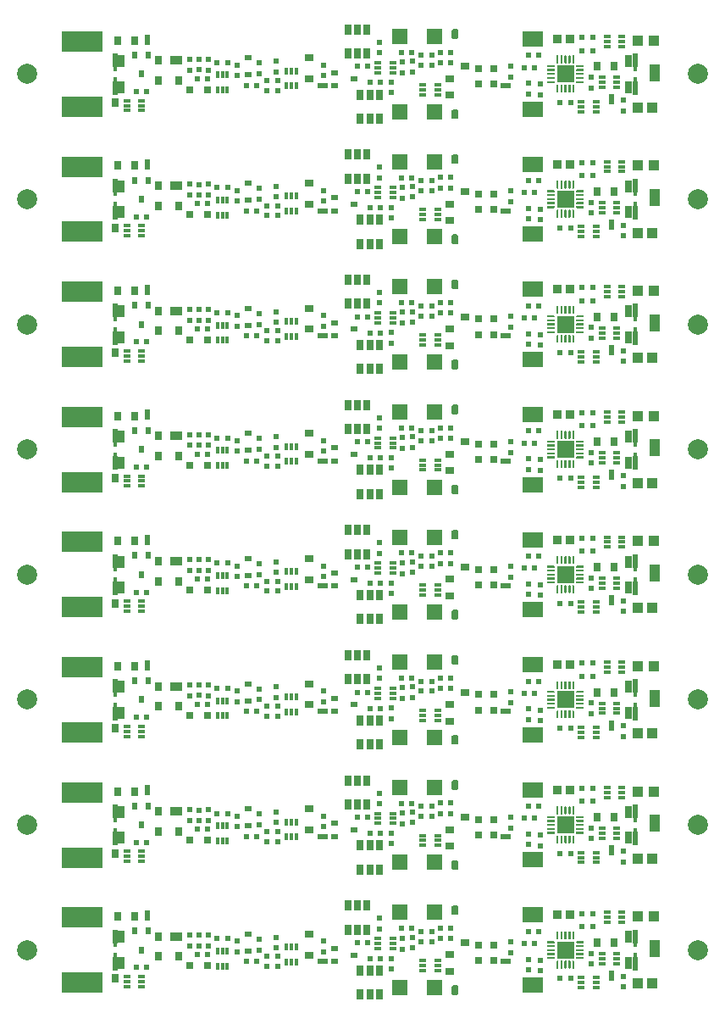
<source format=gts>
%TF.GenerationSoftware,KiCad,Pcbnew,(5.1.9)-1*%
%TF.CreationDate,2021-10-10T12:49:54+09:00*%
%TF.ProjectId,motordecoder2,6d6f746f-7264-4656-936f-646572322e6b,rev?*%
%TF.SameCoordinates,PX66ff300PY7e5ca20*%
%TF.FileFunction,Soldermask,Top*%
%TF.FilePolarity,Negative*%
%FSLAX46Y46*%
G04 Gerber Fmt 4.6, Leading zero omitted, Abs format (unit mm)*
G04 Created by KiCad (PCBNEW (5.1.9)-1) date 2021-10-10 12:49:54*
%MOMM*%
%LPD*%
G01*
G04 APERTURE LIST*
%ADD10C,2.000000*%
%ADD11R,0.550000X0.600000*%
%ADD12R,0.600000X0.550000*%
%ADD13R,1.000000X0.600000*%
%ADD14R,0.500000X1.450000*%
%ADD15R,0.300000X0.500000*%
%ADD16R,0.750000X1.300000*%
%ADD17R,0.700000X0.900000*%
%ADD18R,2.000000X2.000000*%
%ADD19R,1.000000X1.000000*%
%ADD20R,0.900000X0.700000*%
%ADD21R,0.600000X1.000000*%
%ADD22R,0.800000X0.600000*%
%ADD23R,0.700000X0.800000*%
%ADD24R,0.700000X0.300000*%
%ADD25R,0.500000X0.800000*%
%ADD26R,0.700000X1.000000*%
%ADD27R,1.500000X1.500000*%
%ADD28R,0.650000X0.900000*%
%ADD29R,0.900000X0.650000*%
%ADD30R,0.800000X0.800000*%
%ADD31R,0.900000X0.800000*%
%ADD32R,1.700000X1.700000*%
%ADD33C,0.100000*%
%ADD34R,0.950000X0.950000*%
%ADD35R,1.000000X1.800000*%
%ADD36R,2.000000X1.500000*%
%ADD37R,1.200000X0.900000*%
%ADD38R,0.800000X0.900000*%
%ADD39R,0.500000X0.550000*%
%ADD40R,0.800000X0.500000*%
%ADD41R,0.300000X0.700000*%
%ADD42C,0.200000*%
G04 APERTURE END LIST*
D10*
%TO.C,REF\u002A\u002A*%
X70500000Y5250000D03*
%TD*%
%TO.C,REF\u002A\u002A*%
X70500000Y17750000D03*
%TD*%
%TO.C,REF\u002A\u002A*%
X70500000Y30250000D03*
%TD*%
%TO.C,REF\u002A\u002A*%
X70500000Y42750000D03*
%TD*%
%TO.C,REF\u002A\u002A*%
X70500000Y55250000D03*
%TD*%
%TO.C,REF\u002A\u002A*%
X70500000Y67750000D03*
%TD*%
%TO.C,REF\u002A\u002A*%
X70500000Y80250000D03*
%TD*%
%TO.C,REF\u002A\u002A*%
X3500000Y5250000D03*
%TD*%
%TO.C,REF\u002A\u002A*%
X3500000Y17750000D03*
%TD*%
%TO.C,REF\u002A\u002A*%
X3500000Y30250000D03*
%TD*%
%TO.C,REF\u002A\u002A*%
X3500000Y42750000D03*
%TD*%
%TO.C,REF\u002A\u002A*%
X3500000Y55250000D03*
%TD*%
%TO.C,REF\u002A\u002A*%
X3500000Y67750000D03*
%TD*%
%TO.C,REF\u002A\u002A*%
X3500000Y80250000D03*
%TD*%
%TO.C,REF\u002A\u002A*%
X70500000Y92750000D03*
%TD*%
%TO.C,REF\u002A\u002A*%
X3500000Y92750000D03*
%TD*%
D11*
%TO.C,R4*%
X37775000Y4400000D03*
X38825000Y4400000D03*
%TD*%
%TO.C,R4*%
X37775000Y16900000D03*
X38825000Y16900000D03*
%TD*%
%TO.C,R4*%
X37775000Y29400000D03*
X38825000Y29400000D03*
%TD*%
%TO.C,R4*%
X37775000Y41900000D03*
X38825000Y41900000D03*
%TD*%
%TO.C,R4*%
X37775000Y54400000D03*
X38825000Y54400000D03*
%TD*%
%TO.C,R4*%
X37775000Y66900000D03*
X38825000Y66900000D03*
%TD*%
%TO.C,R4*%
X37775000Y79400000D03*
X38825000Y79400000D03*
%TD*%
D12*
%TO.C,R5*%
X38700000Y7375000D03*
X38700000Y8425000D03*
%TD*%
%TO.C,R5*%
X38700000Y19875000D03*
X38700000Y20925000D03*
%TD*%
%TO.C,R5*%
X38700000Y32375000D03*
X38700000Y33425000D03*
%TD*%
%TO.C,R5*%
X38700000Y44875000D03*
X38700000Y45925000D03*
%TD*%
%TO.C,R5*%
X38700000Y57375000D03*
X38700000Y58425000D03*
%TD*%
%TO.C,R5*%
X38700000Y69875000D03*
X38700000Y70925000D03*
%TD*%
%TO.C,R5*%
X38700000Y82375000D03*
X38700000Y83425000D03*
%TD*%
D13*
%TO.C,J13*%
X33000000Y4100000D03*
%TD*%
%TO.C,J13*%
X33000000Y16600000D03*
%TD*%
%TO.C,J13*%
X33000000Y29100000D03*
%TD*%
%TO.C,J13*%
X33000000Y41600000D03*
%TD*%
%TO.C,J13*%
X33000000Y54100000D03*
%TD*%
%TO.C,J13*%
X33000000Y66600000D03*
%TD*%
%TO.C,J13*%
X33000000Y79100000D03*
%TD*%
D12*
%TO.C,R6*%
X39900000Y3375000D03*
X39900000Y4425000D03*
%TD*%
%TO.C,R6*%
X39900000Y15875000D03*
X39900000Y16925000D03*
%TD*%
%TO.C,R6*%
X39900000Y28375000D03*
X39900000Y29425000D03*
%TD*%
%TO.C,R6*%
X39900000Y40875000D03*
X39900000Y41925000D03*
%TD*%
%TO.C,R6*%
X39900000Y53375000D03*
X39900000Y54425000D03*
%TD*%
%TO.C,R6*%
X39900000Y65875000D03*
X39900000Y66925000D03*
%TD*%
%TO.C,R6*%
X39900000Y78375000D03*
X39900000Y79425000D03*
%TD*%
%TO.C,R10*%
X42000000Y6525000D03*
X42000000Y5475000D03*
%TD*%
%TO.C,R10*%
X42000000Y19025000D03*
X42000000Y17975000D03*
%TD*%
%TO.C,R10*%
X42000000Y31525000D03*
X42000000Y30475000D03*
%TD*%
%TO.C,R10*%
X42000000Y44025000D03*
X42000000Y42975000D03*
%TD*%
%TO.C,R10*%
X42000000Y56525000D03*
X42000000Y55475000D03*
%TD*%
%TO.C,R10*%
X42000000Y69025000D03*
X42000000Y67975000D03*
%TD*%
%TO.C,R10*%
X42000000Y81525000D03*
X42000000Y80475000D03*
%TD*%
D14*
%TO.C,D12*%
X64250000Y3875000D03*
X64250000Y6625000D03*
D15*
X64250000Y4700000D03*
X64250000Y5800000D03*
D16*
X63625000Y3950000D03*
X63625000Y6550000D03*
%TD*%
D14*
%TO.C,D12*%
X64250000Y16375000D03*
X64250000Y19125000D03*
D15*
X64250000Y17200000D03*
X64250000Y18300000D03*
D16*
X63625000Y16450000D03*
X63625000Y19050000D03*
%TD*%
D14*
%TO.C,D12*%
X64250000Y28875000D03*
X64250000Y31625000D03*
D15*
X64250000Y29700000D03*
X64250000Y30800000D03*
D16*
X63625000Y28950000D03*
X63625000Y31550000D03*
%TD*%
D14*
%TO.C,D12*%
X64250000Y41375000D03*
X64250000Y44125000D03*
D15*
X64250000Y42200000D03*
X64250000Y43300000D03*
D16*
X63625000Y41450000D03*
X63625000Y44050000D03*
%TD*%
D14*
%TO.C,D12*%
X64250000Y53875000D03*
X64250000Y56625000D03*
D15*
X64250000Y54700000D03*
X64250000Y55800000D03*
D16*
X63625000Y53950000D03*
X63625000Y56550000D03*
%TD*%
D14*
%TO.C,D12*%
X64250000Y66375000D03*
X64250000Y69125000D03*
D15*
X64250000Y67200000D03*
X64250000Y68300000D03*
D16*
X63625000Y66450000D03*
X63625000Y69050000D03*
%TD*%
D14*
%TO.C,D12*%
X64250000Y78875000D03*
X64250000Y81625000D03*
D15*
X64250000Y79700000D03*
X64250000Y80800000D03*
D16*
X63625000Y78950000D03*
X63625000Y81550000D03*
%TD*%
D17*
%TO.C,P7*%
X12300000Y2400000D03*
%TD*%
%TO.C,P7*%
X12300000Y14900000D03*
%TD*%
%TO.C,P7*%
X12300000Y27400000D03*
%TD*%
%TO.C,P7*%
X12300000Y39900000D03*
%TD*%
%TO.C,P7*%
X12300000Y52400000D03*
%TD*%
%TO.C,P7*%
X12300000Y64900000D03*
%TD*%
%TO.C,P7*%
X12300000Y77400000D03*
%TD*%
D14*
%TO.C,D11*%
X12250000Y6625000D03*
X12250000Y3875000D03*
D15*
X12250000Y5800000D03*
X12250000Y4700000D03*
D16*
X12875000Y6550000D03*
X12875000Y3950000D03*
%TD*%
D14*
%TO.C,D11*%
X12250000Y19125000D03*
X12250000Y16375000D03*
D15*
X12250000Y18300000D03*
X12250000Y17200000D03*
D16*
X12875000Y19050000D03*
X12875000Y16450000D03*
%TD*%
D14*
%TO.C,D11*%
X12250000Y31625000D03*
X12250000Y28875000D03*
D15*
X12250000Y30800000D03*
X12250000Y29700000D03*
D16*
X12875000Y31550000D03*
X12875000Y28950000D03*
%TD*%
D14*
%TO.C,D11*%
X12250000Y44125000D03*
X12250000Y41375000D03*
D15*
X12250000Y43300000D03*
X12250000Y42200000D03*
D16*
X12875000Y44050000D03*
X12875000Y41450000D03*
%TD*%
D14*
%TO.C,D11*%
X12250000Y56625000D03*
X12250000Y53875000D03*
D15*
X12250000Y55800000D03*
X12250000Y54700000D03*
D16*
X12875000Y56550000D03*
X12875000Y53950000D03*
%TD*%
D14*
%TO.C,D11*%
X12250000Y69125000D03*
X12250000Y66375000D03*
D15*
X12250000Y68300000D03*
X12250000Y67200000D03*
D16*
X12875000Y69050000D03*
X12875000Y66450000D03*
%TD*%
D14*
%TO.C,D11*%
X12250000Y81625000D03*
X12250000Y78875000D03*
D15*
X12250000Y80800000D03*
X12250000Y79700000D03*
D16*
X12875000Y81550000D03*
X12875000Y78950000D03*
%TD*%
D11*
%TO.C,R3*%
X37525000Y6000000D03*
X36475000Y6000000D03*
%TD*%
%TO.C,R3*%
X37525000Y18500000D03*
X36475000Y18500000D03*
%TD*%
%TO.C,R3*%
X37525000Y31000000D03*
X36475000Y31000000D03*
%TD*%
%TO.C,R3*%
X37525000Y43500000D03*
X36475000Y43500000D03*
%TD*%
%TO.C,R3*%
X37525000Y56000000D03*
X36475000Y56000000D03*
%TD*%
%TO.C,R3*%
X37525000Y68500000D03*
X36475000Y68500000D03*
%TD*%
%TO.C,R3*%
X37525000Y81000000D03*
X36475000Y81000000D03*
%TD*%
D18*
%TO.C,P1*%
X10000000Y8500000D03*
X8000000Y8500000D03*
%TD*%
%TO.C,P1*%
X10000000Y21000000D03*
X8000000Y21000000D03*
%TD*%
%TO.C,P1*%
X10000000Y33500000D03*
X8000000Y33500000D03*
%TD*%
%TO.C,P1*%
X10000000Y46000000D03*
X8000000Y46000000D03*
%TD*%
%TO.C,P1*%
X10000000Y58500000D03*
X8000000Y58500000D03*
%TD*%
%TO.C,P1*%
X10000000Y71000000D03*
X8000000Y71000000D03*
%TD*%
%TO.C,P1*%
X10000000Y83500000D03*
X8000000Y83500000D03*
%TD*%
D19*
%TO.C,J12*%
X66000000Y1900000D03*
%TD*%
%TO.C,J12*%
X66000000Y14400000D03*
%TD*%
%TO.C,J12*%
X66000000Y26900000D03*
%TD*%
%TO.C,J12*%
X66000000Y39400000D03*
%TD*%
%TO.C,J12*%
X66000000Y51900000D03*
%TD*%
%TO.C,J12*%
X66000000Y64400000D03*
%TD*%
%TO.C,J12*%
X66000000Y76900000D03*
%TD*%
D11*
%TO.C,R9*%
X40875000Y7400000D03*
X41925000Y7400000D03*
%TD*%
%TO.C,R9*%
X40875000Y19900000D03*
X41925000Y19900000D03*
%TD*%
%TO.C,R9*%
X40875000Y32400000D03*
X41925000Y32400000D03*
%TD*%
%TO.C,R9*%
X40875000Y44900000D03*
X41925000Y44900000D03*
%TD*%
%TO.C,R9*%
X40875000Y57400000D03*
X41925000Y57400000D03*
%TD*%
%TO.C,R9*%
X40875000Y69900000D03*
X41925000Y69900000D03*
%TD*%
%TO.C,R9*%
X40875000Y82400000D03*
X41925000Y82400000D03*
%TD*%
D20*
%TO.C,P11*%
X47250000Y6000000D03*
%TD*%
%TO.C,P11*%
X47250000Y18500000D03*
%TD*%
%TO.C,P11*%
X47250000Y31000000D03*
%TD*%
%TO.C,P11*%
X47250000Y43500000D03*
%TD*%
%TO.C,P11*%
X47250000Y56000000D03*
%TD*%
%TO.C,P11*%
X47250000Y68500000D03*
%TD*%
%TO.C,P11*%
X47250000Y81000000D03*
%TD*%
D12*
%TO.C,R18*%
X54800000Y4225000D03*
X54800000Y3175000D03*
%TD*%
%TO.C,R18*%
X54800000Y16725000D03*
X54800000Y15675000D03*
%TD*%
%TO.C,R18*%
X54800000Y29225000D03*
X54800000Y28175000D03*
%TD*%
%TO.C,R18*%
X54800000Y41725000D03*
X54800000Y40675000D03*
%TD*%
%TO.C,R18*%
X54800000Y54225000D03*
X54800000Y53175000D03*
%TD*%
%TO.C,R18*%
X54800000Y66725000D03*
X54800000Y65675000D03*
%TD*%
%TO.C,R18*%
X54800000Y79225000D03*
X54800000Y78175000D03*
%TD*%
D11*
%TO.C,R17*%
X53175000Y5900000D03*
X54225000Y5900000D03*
%TD*%
%TO.C,R17*%
X53175000Y18400000D03*
X54225000Y18400000D03*
%TD*%
%TO.C,R17*%
X53175000Y30900000D03*
X54225000Y30900000D03*
%TD*%
%TO.C,R17*%
X53175000Y43400000D03*
X54225000Y43400000D03*
%TD*%
%TO.C,R17*%
X53175000Y55900000D03*
X54225000Y55900000D03*
%TD*%
%TO.C,R17*%
X53175000Y68400000D03*
X54225000Y68400000D03*
%TD*%
%TO.C,R17*%
X53175000Y80900000D03*
X54225000Y80900000D03*
%TD*%
D21*
%TO.C,P8*%
X15500000Y8700000D03*
%TD*%
%TO.C,P8*%
X15500000Y21200000D03*
%TD*%
%TO.C,P8*%
X15500000Y33700000D03*
%TD*%
%TO.C,P8*%
X15500000Y46200000D03*
%TD*%
%TO.C,P8*%
X15500000Y58700000D03*
%TD*%
%TO.C,P8*%
X15500000Y71200000D03*
%TD*%
%TO.C,P8*%
X15500000Y83700000D03*
%TD*%
D11*
%TO.C,R26*%
X58975000Y8900000D03*
X60025000Y8900000D03*
%TD*%
%TO.C,R26*%
X58975000Y21400000D03*
X60025000Y21400000D03*
%TD*%
%TO.C,R26*%
X58975000Y33900000D03*
X60025000Y33900000D03*
%TD*%
%TO.C,R26*%
X58975000Y46400000D03*
X60025000Y46400000D03*
%TD*%
%TO.C,R26*%
X58975000Y58900000D03*
X60025000Y58900000D03*
%TD*%
%TO.C,R26*%
X58975000Y71400000D03*
X60025000Y71400000D03*
%TD*%
%TO.C,R26*%
X58975000Y83900000D03*
X60025000Y83900000D03*
%TD*%
D13*
%TO.C,P10*%
X51300000Y4100000D03*
%TD*%
%TO.C,P10*%
X51300000Y16600000D03*
%TD*%
%TO.C,P10*%
X51300000Y29100000D03*
%TD*%
%TO.C,P10*%
X51300000Y41600000D03*
%TD*%
%TO.C,P10*%
X51300000Y54100000D03*
%TD*%
%TO.C,P10*%
X51300000Y66600000D03*
%TD*%
%TO.C,P10*%
X51300000Y79100000D03*
%TD*%
D11*
%TO.C,R25*%
X60025000Y7600000D03*
X58975000Y7600000D03*
%TD*%
%TO.C,R25*%
X60025000Y20100000D03*
X58975000Y20100000D03*
%TD*%
%TO.C,R25*%
X60025000Y32600000D03*
X58975000Y32600000D03*
%TD*%
%TO.C,R25*%
X60025000Y45100000D03*
X58975000Y45100000D03*
%TD*%
%TO.C,R25*%
X60025000Y57600000D03*
X58975000Y57600000D03*
%TD*%
%TO.C,R25*%
X60025000Y70100000D03*
X58975000Y70100000D03*
%TD*%
%TO.C,R25*%
X60025000Y82600000D03*
X58975000Y82600000D03*
%TD*%
D22*
%TO.C,D21*%
X25600000Y5150000D03*
X25600000Y6850000D03*
%TD*%
%TO.C,D21*%
X25600000Y17650000D03*
X25600000Y19350000D03*
%TD*%
%TO.C,D21*%
X25600000Y30150000D03*
X25600000Y31850000D03*
%TD*%
%TO.C,D21*%
X25600000Y42650000D03*
X25600000Y44350000D03*
%TD*%
%TO.C,D21*%
X25600000Y55150000D03*
X25600000Y56850000D03*
%TD*%
%TO.C,D21*%
X25600000Y67650000D03*
X25600000Y69350000D03*
%TD*%
%TO.C,D21*%
X25600000Y80150000D03*
X25600000Y81850000D03*
%TD*%
D23*
%TO.C,C4*%
X50100000Y5775000D03*
X50100000Y4225000D03*
%TD*%
%TO.C,C4*%
X50100000Y18275000D03*
X50100000Y16725000D03*
%TD*%
%TO.C,C4*%
X50100000Y30775000D03*
X50100000Y29225000D03*
%TD*%
%TO.C,C4*%
X50100000Y43275000D03*
X50100000Y41725000D03*
%TD*%
%TO.C,C4*%
X50100000Y55775000D03*
X50100000Y54225000D03*
%TD*%
%TO.C,C4*%
X50100000Y68275000D03*
X50100000Y66725000D03*
%TD*%
%TO.C,C4*%
X50100000Y80775000D03*
X50100000Y79225000D03*
%TD*%
D19*
%TO.C,J18*%
X64500000Y8600000D03*
%TD*%
%TO.C,J18*%
X64500000Y21100000D03*
%TD*%
%TO.C,J18*%
X64500000Y33600000D03*
%TD*%
%TO.C,J18*%
X64500000Y46100000D03*
%TD*%
%TO.C,J18*%
X64500000Y58600000D03*
%TD*%
%TO.C,J18*%
X64500000Y71100000D03*
%TD*%
%TO.C,J18*%
X64500000Y83600000D03*
%TD*%
D24*
%TO.C,Q12*%
X62450000Y4900000D03*
X62450000Y4400000D03*
X62450000Y3900000D03*
X60950000Y3900000D03*
X60950000Y4400000D03*
X60950000Y4900000D03*
%TD*%
%TO.C,Q12*%
X62450000Y17400000D03*
X62450000Y16900000D03*
X62450000Y16400000D03*
X60950000Y16400000D03*
X60950000Y16900000D03*
X60950000Y17400000D03*
%TD*%
%TO.C,Q12*%
X62450000Y29900000D03*
X62450000Y29400000D03*
X62450000Y28900000D03*
X60950000Y28900000D03*
X60950000Y29400000D03*
X60950000Y29900000D03*
%TD*%
%TO.C,Q12*%
X62450000Y42400000D03*
X62450000Y41900000D03*
X62450000Y41400000D03*
X60950000Y41400000D03*
X60950000Y41900000D03*
X60950000Y42400000D03*
%TD*%
%TO.C,Q12*%
X62450000Y54900000D03*
X62450000Y54400000D03*
X62450000Y53900000D03*
X60950000Y53900000D03*
X60950000Y54400000D03*
X60950000Y54900000D03*
%TD*%
%TO.C,Q12*%
X62450000Y67400000D03*
X62450000Y66900000D03*
X62450000Y66400000D03*
X60950000Y66400000D03*
X60950000Y66900000D03*
X60950000Y67400000D03*
%TD*%
%TO.C,Q12*%
X62450000Y79900000D03*
X62450000Y79400000D03*
X62450000Y78900000D03*
X60950000Y78900000D03*
X60950000Y79400000D03*
X60950000Y79900000D03*
%TD*%
D19*
%TO.C,J14*%
X64500000Y1900000D03*
%TD*%
%TO.C,J14*%
X64500000Y14400000D03*
%TD*%
%TO.C,J14*%
X64500000Y26900000D03*
%TD*%
%TO.C,J14*%
X64500000Y39400000D03*
%TD*%
%TO.C,J14*%
X64500000Y51900000D03*
%TD*%
%TO.C,J14*%
X64500000Y64400000D03*
%TD*%
%TO.C,J14*%
X64500000Y76900000D03*
%TD*%
D11*
%TO.C,R24*%
X56775000Y2400000D03*
X57825000Y2400000D03*
%TD*%
%TO.C,R24*%
X56775000Y14900000D03*
X57825000Y14900000D03*
%TD*%
%TO.C,R24*%
X56775000Y27400000D03*
X57825000Y27400000D03*
%TD*%
%TO.C,R24*%
X56775000Y39900000D03*
X57825000Y39900000D03*
%TD*%
%TO.C,R24*%
X56775000Y52400000D03*
X57825000Y52400000D03*
%TD*%
%TO.C,R24*%
X56775000Y64900000D03*
X57825000Y64900000D03*
%TD*%
%TO.C,R24*%
X56775000Y77400000D03*
X57825000Y77400000D03*
%TD*%
D21*
%TO.C,J19*%
X61900000Y2700000D03*
%TD*%
%TO.C,J19*%
X61900000Y15200000D03*
%TD*%
%TO.C,J19*%
X61900000Y27700000D03*
%TD*%
%TO.C,J19*%
X61900000Y40200000D03*
%TD*%
%TO.C,J19*%
X61900000Y52700000D03*
%TD*%
%TO.C,J19*%
X61900000Y65200000D03*
%TD*%
%TO.C,J19*%
X61900000Y77700000D03*
%TD*%
D19*
%TO.C,J16*%
X66100000Y8600000D03*
%TD*%
%TO.C,J16*%
X66100000Y21100000D03*
%TD*%
%TO.C,J16*%
X66100000Y33600000D03*
%TD*%
%TO.C,J16*%
X66100000Y46100000D03*
%TD*%
%TO.C,J16*%
X66100000Y58600000D03*
%TD*%
%TO.C,J16*%
X66100000Y71100000D03*
%TD*%
%TO.C,J16*%
X66100000Y83600000D03*
%TD*%
D25*
%TO.C,Q11*%
X14900000Y5250000D03*
X14250000Y7150000D03*
X15550000Y7150000D03*
%TD*%
%TO.C,Q11*%
X14900000Y17750000D03*
X14250000Y19650000D03*
X15550000Y19650000D03*
%TD*%
%TO.C,Q11*%
X14900000Y30250000D03*
X14250000Y32150000D03*
X15550000Y32150000D03*
%TD*%
%TO.C,Q11*%
X14900000Y42750000D03*
X14250000Y44650000D03*
X15550000Y44650000D03*
%TD*%
%TO.C,Q11*%
X14900000Y55250000D03*
X14250000Y57150000D03*
X15550000Y57150000D03*
%TD*%
%TO.C,Q11*%
X14900000Y67750000D03*
X14250000Y69650000D03*
X15550000Y69650000D03*
%TD*%
%TO.C,Q11*%
X14900000Y80250000D03*
X14250000Y82150000D03*
X15550000Y82150000D03*
%TD*%
D26*
%TO.C,Q2*%
X38700000Y3200000D03*
X37750000Y3200000D03*
X36800000Y3200000D03*
X36800000Y800000D03*
X37750000Y800000D03*
X38700000Y800000D03*
%TD*%
%TO.C,Q2*%
X38700000Y15700000D03*
X37750000Y15700000D03*
X36800000Y15700000D03*
X36800000Y13300000D03*
X37750000Y13300000D03*
X38700000Y13300000D03*
%TD*%
%TO.C,Q2*%
X38700000Y28200000D03*
X37750000Y28200000D03*
X36800000Y28200000D03*
X36800000Y25800000D03*
X37750000Y25800000D03*
X38700000Y25800000D03*
%TD*%
%TO.C,Q2*%
X38700000Y40700000D03*
X37750000Y40700000D03*
X36800000Y40700000D03*
X36800000Y38300000D03*
X37750000Y38300000D03*
X38700000Y38300000D03*
%TD*%
%TO.C,Q2*%
X38700000Y53200000D03*
X37750000Y53200000D03*
X36800000Y53200000D03*
X36800000Y50800000D03*
X37750000Y50800000D03*
X38700000Y50800000D03*
%TD*%
%TO.C,Q2*%
X38700000Y65700000D03*
X37750000Y65700000D03*
X36800000Y65700000D03*
X36800000Y63300000D03*
X37750000Y63300000D03*
X38700000Y63300000D03*
%TD*%
%TO.C,Q2*%
X38700000Y78200000D03*
X37750000Y78200000D03*
X36800000Y78200000D03*
X36800000Y75800000D03*
X37750000Y75800000D03*
X38700000Y75800000D03*
%TD*%
D27*
%TO.C,P6*%
X40750000Y1500000D03*
X44250000Y1500000D03*
%TD*%
%TO.C,P6*%
X40750000Y14000000D03*
X44250000Y14000000D03*
%TD*%
%TO.C,P6*%
X40750000Y26500000D03*
X44250000Y26500000D03*
%TD*%
%TO.C,P6*%
X40750000Y39000000D03*
X44250000Y39000000D03*
%TD*%
%TO.C,P6*%
X40750000Y51500000D03*
X44250000Y51500000D03*
%TD*%
%TO.C,P6*%
X40750000Y64000000D03*
X44250000Y64000000D03*
%TD*%
%TO.C,P6*%
X40750000Y76500000D03*
X44250000Y76500000D03*
%TD*%
D11*
%TO.C,R33*%
X22475000Y6400000D03*
X23525000Y6400000D03*
%TD*%
%TO.C,R33*%
X22475000Y18900000D03*
X23525000Y18900000D03*
%TD*%
%TO.C,R33*%
X22475000Y31400000D03*
X23525000Y31400000D03*
%TD*%
%TO.C,R33*%
X22475000Y43900000D03*
X23525000Y43900000D03*
%TD*%
%TO.C,R33*%
X22475000Y56400000D03*
X23525000Y56400000D03*
%TD*%
%TO.C,R33*%
X22475000Y68900000D03*
X23525000Y68900000D03*
%TD*%
%TO.C,R33*%
X22475000Y81400000D03*
X23525000Y81400000D03*
%TD*%
D24*
%TO.C,Q6*%
X43050000Y4200000D03*
X43050000Y3700000D03*
X43050000Y3200000D03*
X44550000Y3200000D03*
X44550000Y3700000D03*
X44550000Y4200000D03*
%TD*%
%TO.C,Q6*%
X43050000Y16700000D03*
X43050000Y16200000D03*
X43050000Y15700000D03*
X44550000Y15700000D03*
X44550000Y16200000D03*
X44550000Y16700000D03*
%TD*%
%TO.C,Q6*%
X43050000Y29200000D03*
X43050000Y28700000D03*
X43050000Y28200000D03*
X44550000Y28200000D03*
X44550000Y28700000D03*
X44550000Y29200000D03*
%TD*%
%TO.C,Q6*%
X43050000Y41700000D03*
X43050000Y41200000D03*
X43050000Y40700000D03*
X44550000Y40700000D03*
X44550000Y41200000D03*
X44550000Y41700000D03*
%TD*%
%TO.C,Q6*%
X43050000Y54200000D03*
X43050000Y53700000D03*
X43050000Y53200000D03*
X44550000Y53200000D03*
X44550000Y53700000D03*
X44550000Y54200000D03*
%TD*%
%TO.C,Q6*%
X43050000Y66700000D03*
X43050000Y66200000D03*
X43050000Y65700000D03*
X44550000Y65700000D03*
X44550000Y66200000D03*
X44550000Y66700000D03*
%TD*%
%TO.C,Q6*%
X43050000Y79200000D03*
X43050000Y78700000D03*
X43050000Y78200000D03*
X44550000Y78200000D03*
X44550000Y78700000D03*
X44550000Y79200000D03*
%TD*%
D28*
%TO.C,R22*%
X60475000Y6000000D03*
X62125000Y6000000D03*
%TD*%
%TO.C,R22*%
X60475000Y18500000D03*
X62125000Y18500000D03*
%TD*%
%TO.C,R22*%
X60475000Y31000000D03*
X62125000Y31000000D03*
%TD*%
%TO.C,R22*%
X60475000Y43500000D03*
X62125000Y43500000D03*
%TD*%
%TO.C,R22*%
X60475000Y56000000D03*
X62125000Y56000000D03*
%TD*%
%TO.C,R22*%
X60475000Y68500000D03*
X62125000Y68500000D03*
%TD*%
%TO.C,R22*%
X60475000Y81000000D03*
X62125000Y81000000D03*
%TD*%
D26*
%TO.C,Q1*%
X35550000Y9700000D03*
X36500000Y9700000D03*
X37450000Y9700000D03*
X37450000Y7300000D03*
X36500000Y7300000D03*
X35550000Y7300000D03*
%TD*%
%TO.C,Q1*%
X35550000Y22200000D03*
X36500000Y22200000D03*
X37450000Y22200000D03*
X37450000Y19800000D03*
X36500000Y19800000D03*
X35550000Y19800000D03*
%TD*%
%TO.C,Q1*%
X35550000Y34700000D03*
X36500000Y34700000D03*
X37450000Y34700000D03*
X37450000Y32300000D03*
X36500000Y32300000D03*
X35550000Y32300000D03*
%TD*%
%TO.C,Q1*%
X35550000Y47200000D03*
X36500000Y47200000D03*
X37450000Y47200000D03*
X37450000Y44800000D03*
X36500000Y44800000D03*
X35550000Y44800000D03*
%TD*%
%TO.C,Q1*%
X35550000Y59700000D03*
X36500000Y59700000D03*
X37450000Y59700000D03*
X37450000Y57300000D03*
X36500000Y57300000D03*
X35550000Y57300000D03*
%TD*%
%TO.C,Q1*%
X35550000Y72200000D03*
X36500000Y72200000D03*
X37450000Y72200000D03*
X37450000Y69800000D03*
X36500000Y69800000D03*
X35550000Y69800000D03*
%TD*%
%TO.C,Q1*%
X35550000Y84700000D03*
X36500000Y84700000D03*
X37450000Y84700000D03*
X37450000Y82300000D03*
X36500000Y82300000D03*
X35550000Y82300000D03*
%TD*%
D28*
%TO.C,R21*%
X12575000Y8600000D03*
X14225000Y8600000D03*
%TD*%
%TO.C,R21*%
X12575000Y21100000D03*
X14225000Y21100000D03*
%TD*%
%TO.C,R21*%
X12575000Y33600000D03*
X14225000Y33600000D03*
%TD*%
%TO.C,R21*%
X12575000Y46100000D03*
X14225000Y46100000D03*
%TD*%
%TO.C,R21*%
X12575000Y58600000D03*
X14225000Y58600000D03*
%TD*%
%TO.C,R21*%
X12575000Y71100000D03*
X14225000Y71100000D03*
%TD*%
%TO.C,R21*%
X12575000Y83600000D03*
X14225000Y83600000D03*
%TD*%
D24*
%TO.C,Q8*%
X14950000Y2600000D03*
X14950000Y2100000D03*
X14950000Y1600000D03*
X13450000Y1600000D03*
X13450000Y2100000D03*
X13450000Y2600000D03*
%TD*%
%TO.C,Q8*%
X14950000Y15100000D03*
X14950000Y14600000D03*
X14950000Y14100000D03*
X13450000Y14100000D03*
X13450000Y14600000D03*
X13450000Y15100000D03*
%TD*%
%TO.C,Q8*%
X14950000Y27600000D03*
X14950000Y27100000D03*
X14950000Y26600000D03*
X13450000Y26600000D03*
X13450000Y27100000D03*
X13450000Y27600000D03*
%TD*%
%TO.C,Q8*%
X14950000Y40100000D03*
X14950000Y39600000D03*
X14950000Y39100000D03*
X13450000Y39100000D03*
X13450000Y39600000D03*
X13450000Y40100000D03*
%TD*%
%TO.C,Q8*%
X14950000Y52600000D03*
X14950000Y52100000D03*
X14950000Y51600000D03*
X13450000Y51600000D03*
X13450000Y52100000D03*
X13450000Y52600000D03*
%TD*%
%TO.C,Q8*%
X14950000Y65100000D03*
X14950000Y64600000D03*
X14950000Y64100000D03*
X13450000Y64100000D03*
X13450000Y64600000D03*
X13450000Y65100000D03*
%TD*%
%TO.C,Q8*%
X14950000Y77600000D03*
X14950000Y77100000D03*
X14950000Y76600000D03*
X13450000Y76600000D03*
X13450000Y77100000D03*
X13450000Y77600000D03*
%TD*%
D29*
%TO.C,R14*%
X45700000Y4775000D03*
X45700000Y3125000D03*
%TD*%
%TO.C,R14*%
X45700000Y17275000D03*
X45700000Y15625000D03*
%TD*%
%TO.C,R14*%
X45700000Y29775000D03*
X45700000Y28125000D03*
%TD*%
%TO.C,R14*%
X45700000Y42275000D03*
X45700000Y40625000D03*
%TD*%
%TO.C,R14*%
X45700000Y54775000D03*
X45700000Y53125000D03*
%TD*%
%TO.C,R14*%
X45700000Y67275000D03*
X45700000Y65625000D03*
%TD*%
%TO.C,R14*%
X45700000Y79775000D03*
X45700000Y78125000D03*
%TD*%
D30*
%TO.C,C3*%
X48600000Y5775000D03*
X48600000Y4225000D03*
%TD*%
%TO.C,C3*%
X48600000Y18275000D03*
X48600000Y16725000D03*
%TD*%
%TO.C,C3*%
X48600000Y30775000D03*
X48600000Y29225000D03*
%TD*%
%TO.C,C3*%
X48600000Y43275000D03*
X48600000Y41725000D03*
%TD*%
%TO.C,C3*%
X48600000Y55775000D03*
X48600000Y54225000D03*
%TD*%
%TO.C,C3*%
X48600000Y68275000D03*
X48600000Y66725000D03*
%TD*%
%TO.C,C3*%
X48600000Y80775000D03*
X48600000Y79225000D03*
%TD*%
D27*
%TO.C,P5*%
X44250000Y9000000D03*
X40750000Y9000000D03*
%TD*%
%TO.C,P5*%
X44250000Y21500000D03*
X40750000Y21500000D03*
%TD*%
%TO.C,P5*%
X44250000Y34000000D03*
X40750000Y34000000D03*
%TD*%
%TO.C,P5*%
X44250000Y46500000D03*
X40750000Y46500000D03*
%TD*%
%TO.C,P5*%
X44250000Y59000000D03*
X40750000Y59000000D03*
%TD*%
%TO.C,P5*%
X44250000Y71500000D03*
X40750000Y71500000D03*
%TD*%
%TO.C,P5*%
X44250000Y84000000D03*
X40750000Y84000000D03*
%TD*%
D31*
%TO.C,D3*%
X31700000Y4750000D03*
X31700000Y6850000D03*
%TD*%
%TO.C,D3*%
X31700000Y17250000D03*
X31700000Y19350000D03*
%TD*%
%TO.C,D3*%
X31700000Y29750000D03*
X31700000Y31850000D03*
%TD*%
%TO.C,D3*%
X31700000Y42250000D03*
X31700000Y44350000D03*
%TD*%
%TO.C,D3*%
X31700000Y54750000D03*
X31700000Y56850000D03*
%TD*%
%TO.C,D3*%
X31700000Y67250000D03*
X31700000Y69350000D03*
%TD*%
%TO.C,D3*%
X31700000Y79750000D03*
X31700000Y81850000D03*
%TD*%
D32*
%TO.C,U2*%
X57300000Y5250000D03*
D33*
G36*
X56559755Y7099039D02*
G01*
X56569134Y7096194D01*
X56577779Y7091573D01*
X56585355Y7085355D01*
X56591573Y7077779D01*
X56596194Y7069134D01*
X56599039Y7059755D01*
X56600000Y7050000D01*
X56600000Y6350000D01*
X56599039Y6340245D01*
X56596194Y6330866D01*
X56591573Y6322221D01*
X56585355Y6314645D01*
X56577779Y6308427D01*
X56569134Y6303806D01*
X56559755Y6300961D01*
X56550000Y6300000D01*
X56500711Y6300000D01*
X56490956Y6300961D01*
X56481577Y6303806D01*
X56472932Y6308427D01*
X56465356Y6314645D01*
X56414645Y6365356D01*
X56408427Y6372932D01*
X56403806Y6381577D01*
X56400961Y6390956D01*
X56400000Y6400711D01*
X56400000Y7050000D01*
X56400961Y7059755D01*
X56403806Y7069134D01*
X56408427Y7077779D01*
X56414645Y7085355D01*
X56422221Y7091573D01*
X56430866Y7096194D01*
X56440245Y7099039D01*
X56450000Y7100000D01*
X56550000Y7100000D01*
X56559755Y7099039D01*
G37*
G36*
G01*
X56800000Y6350000D02*
X56800000Y7050000D01*
G75*
G02*
X56850000Y7100000I50000J0D01*
G01*
X56950000Y7100000D01*
G75*
G02*
X57000000Y7050000I0J-50000D01*
G01*
X57000000Y6350000D01*
G75*
G02*
X56950000Y6300000I-50000J0D01*
G01*
X56850000Y6300000D01*
G75*
G02*
X56800000Y6350000I0J50000D01*
G01*
G37*
G36*
G01*
X57200000Y6350000D02*
X57200000Y7050000D01*
G75*
G02*
X57250000Y7100000I50000J0D01*
G01*
X57350000Y7100000D01*
G75*
G02*
X57400000Y7050000I0J-50000D01*
G01*
X57400000Y6350000D01*
G75*
G02*
X57350000Y6300000I-50000J0D01*
G01*
X57250000Y6300000D01*
G75*
G02*
X57200000Y6350000I0J50000D01*
G01*
G37*
G36*
G01*
X57600000Y6350000D02*
X57600000Y7050000D01*
G75*
G02*
X57650000Y7100000I50000J0D01*
G01*
X57750000Y7100000D01*
G75*
G02*
X57800000Y7050000I0J-50000D01*
G01*
X57800000Y6350000D01*
G75*
G02*
X57750000Y6300000I-50000J0D01*
G01*
X57650000Y6300000D01*
G75*
G02*
X57600000Y6350000I0J50000D01*
G01*
G37*
G36*
X58159755Y7099039D02*
G01*
X58169134Y7096194D01*
X58177779Y7091573D01*
X58185355Y7085355D01*
X58191573Y7077779D01*
X58196194Y7069134D01*
X58199039Y7059755D01*
X58200000Y7050000D01*
X58200000Y6400711D01*
X58199039Y6390956D01*
X58196194Y6381577D01*
X58191573Y6372932D01*
X58185355Y6365356D01*
X58134644Y6314645D01*
X58127068Y6308427D01*
X58118423Y6303806D01*
X58109044Y6300961D01*
X58099289Y6300000D01*
X58050000Y6300000D01*
X58040245Y6300961D01*
X58030866Y6303806D01*
X58022221Y6308427D01*
X58014645Y6314645D01*
X58008427Y6322221D01*
X58003806Y6330866D01*
X58000961Y6340245D01*
X58000000Y6350000D01*
X58000000Y7050000D01*
X58000961Y7059755D01*
X58003806Y7069134D01*
X58008427Y7077779D01*
X58014645Y7085355D01*
X58022221Y7091573D01*
X58030866Y7096194D01*
X58040245Y7099039D01*
X58050000Y7100000D01*
X58150000Y7100000D01*
X58159755Y7099039D01*
G37*
G36*
X59109755Y6149039D02*
G01*
X59119134Y6146194D01*
X59127779Y6141573D01*
X59135355Y6135355D01*
X59141573Y6127779D01*
X59146194Y6119134D01*
X59149039Y6109755D01*
X59150000Y6100000D01*
X59150000Y6000000D01*
X59149039Y5990245D01*
X59146194Y5980866D01*
X59141573Y5972221D01*
X59135355Y5964645D01*
X59127779Y5958427D01*
X59119134Y5953806D01*
X59109755Y5950961D01*
X59100000Y5950000D01*
X58400000Y5950000D01*
X58390245Y5950961D01*
X58380866Y5953806D01*
X58372221Y5958427D01*
X58364645Y5964645D01*
X58358427Y5972221D01*
X58353806Y5980866D01*
X58350961Y5990245D01*
X58350000Y6000000D01*
X58350000Y6049289D01*
X58350961Y6059044D01*
X58353806Y6068423D01*
X58358427Y6077068D01*
X58364645Y6084644D01*
X58415356Y6135355D01*
X58422932Y6141573D01*
X58431577Y6146194D01*
X58440956Y6149039D01*
X58450711Y6150000D01*
X59100000Y6150000D01*
X59109755Y6149039D01*
G37*
G36*
G01*
X58350000Y5600000D02*
X58350000Y5700000D01*
G75*
G02*
X58400000Y5750000I50000J0D01*
G01*
X59100000Y5750000D01*
G75*
G02*
X59150000Y5700000I0J-50000D01*
G01*
X59150000Y5600000D01*
G75*
G02*
X59100000Y5550000I-50000J0D01*
G01*
X58400000Y5550000D01*
G75*
G02*
X58350000Y5600000I0J50000D01*
G01*
G37*
G36*
G01*
X58350000Y5200000D02*
X58350000Y5300000D01*
G75*
G02*
X58400000Y5350000I50000J0D01*
G01*
X59100000Y5350000D01*
G75*
G02*
X59150000Y5300000I0J-50000D01*
G01*
X59150000Y5200000D01*
G75*
G02*
X59100000Y5150000I-50000J0D01*
G01*
X58400000Y5150000D01*
G75*
G02*
X58350000Y5200000I0J50000D01*
G01*
G37*
G36*
G01*
X58350000Y4800000D02*
X58350000Y4900000D01*
G75*
G02*
X58400000Y4950000I50000J0D01*
G01*
X59100000Y4950000D01*
G75*
G02*
X59150000Y4900000I0J-50000D01*
G01*
X59150000Y4800000D01*
G75*
G02*
X59100000Y4750000I-50000J0D01*
G01*
X58400000Y4750000D01*
G75*
G02*
X58350000Y4800000I0J50000D01*
G01*
G37*
G36*
X59109755Y4549039D02*
G01*
X59119134Y4546194D01*
X59127779Y4541573D01*
X59135355Y4535355D01*
X59141573Y4527779D01*
X59146194Y4519134D01*
X59149039Y4509755D01*
X59150000Y4500000D01*
X59150000Y4400000D01*
X59149039Y4390245D01*
X59146194Y4380866D01*
X59141573Y4372221D01*
X59135355Y4364645D01*
X59127779Y4358427D01*
X59119134Y4353806D01*
X59109755Y4350961D01*
X59100000Y4350000D01*
X58450711Y4350000D01*
X58440956Y4350961D01*
X58431577Y4353806D01*
X58422932Y4358427D01*
X58415356Y4364645D01*
X58364645Y4415356D01*
X58358427Y4422932D01*
X58353806Y4431577D01*
X58350961Y4440956D01*
X58350000Y4450711D01*
X58350000Y4500000D01*
X58350961Y4509755D01*
X58353806Y4519134D01*
X58358427Y4527779D01*
X58364645Y4535355D01*
X58372221Y4541573D01*
X58380866Y4546194D01*
X58390245Y4549039D01*
X58400000Y4550000D01*
X59100000Y4550000D01*
X59109755Y4549039D01*
G37*
G36*
X58109044Y4199039D02*
G01*
X58118423Y4196194D01*
X58127068Y4191573D01*
X58134644Y4185355D01*
X58185355Y4134644D01*
X58191573Y4127068D01*
X58196194Y4118423D01*
X58199039Y4109044D01*
X58200000Y4099289D01*
X58200000Y3450000D01*
X58199039Y3440245D01*
X58196194Y3430866D01*
X58191573Y3422221D01*
X58185355Y3414645D01*
X58177779Y3408427D01*
X58169134Y3403806D01*
X58159755Y3400961D01*
X58150000Y3400000D01*
X58050000Y3400000D01*
X58040245Y3400961D01*
X58030866Y3403806D01*
X58022221Y3408427D01*
X58014645Y3414645D01*
X58008427Y3422221D01*
X58003806Y3430866D01*
X58000961Y3440245D01*
X58000000Y3450000D01*
X58000000Y4150000D01*
X58000961Y4159755D01*
X58003806Y4169134D01*
X58008427Y4177779D01*
X58014645Y4185355D01*
X58022221Y4191573D01*
X58030866Y4196194D01*
X58040245Y4199039D01*
X58050000Y4200000D01*
X58099289Y4200000D01*
X58109044Y4199039D01*
G37*
G36*
G01*
X57600000Y3450000D02*
X57600000Y4150000D01*
G75*
G02*
X57650000Y4200000I50000J0D01*
G01*
X57750000Y4200000D01*
G75*
G02*
X57800000Y4150000I0J-50000D01*
G01*
X57800000Y3450000D01*
G75*
G02*
X57750000Y3400000I-50000J0D01*
G01*
X57650000Y3400000D01*
G75*
G02*
X57600000Y3450000I0J50000D01*
G01*
G37*
G36*
G01*
X57200000Y3450000D02*
X57200000Y4150000D01*
G75*
G02*
X57250000Y4200000I50000J0D01*
G01*
X57350000Y4200000D01*
G75*
G02*
X57400000Y4150000I0J-50000D01*
G01*
X57400000Y3450000D01*
G75*
G02*
X57350000Y3400000I-50000J0D01*
G01*
X57250000Y3400000D01*
G75*
G02*
X57200000Y3450000I0J50000D01*
G01*
G37*
G36*
G01*
X56800000Y3450000D02*
X56800000Y4150000D01*
G75*
G02*
X56850000Y4200000I50000J0D01*
G01*
X56950000Y4200000D01*
G75*
G02*
X57000000Y4150000I0J-50000D01*
G01*
X57000000Y3450000D01*
G75*
G02*
X56950000Y3400000I-50000J0D01*
G01*
X56850000Y3400000D01*
G75*
G02*
X56800000Y3450000I0J50000D01*
G01*
G37*
G36*
X56559755Y4199039D02*
G01*
X56569134Y4196194D01*
X56577779Y4191573D01*
X56585355Y4185355D01*
X56591573Y4177779D01*
X56596194Y4169134D01*
X56599039Y4159755D01*
X56600000Y4150000D01*
X56600000Y3450000D01*
X56599039Y3440245D01*
X56596194Y3430866D01*
X56591573Y3422221D01*
X56585355Y3414645D01*
X56577779Y3408427D01*
X56569134Y3403806D01*
X56559755Y3400961D01*
X56550000Y3400000D01*
X56450000Y3400000D01*
X56440245Y3400961D01*
X56430866Y3403806D01*
X56422221Y3408427D01*
X56414645Y3414645D01*
X56408427Y3422221D01*
X56403806Y3430866D01*
X56400961Y3440245D01*
X56400000Y3450000D01*
X56400000Y4099289D01*
X56400961Y4109044D01*
X56403806Y4118423D01*
X56408427Y4127068D01*
X56414645Y4134644D01*
X56465356Y4185355D01*
X56472932Y4191573D01*
X56481577Y4196194D01*
X56490956Y4199039D01*
X56500711Y4200000D01*
X56550000Y4200000D01*
X56559755Y4199039D01*
G37*
G36*
X56209755Y4549039D02*
G01*
X56219134Y4546194D01*
X56227779Y4541573D01*
X56235355Y4535355D01*
X56241573Y4527779D01*
X56246194Y4519134D01*
X56249039Y4509755D01*
X56250000Y4500000D01*
X56250000Y4450711D01*
X56249039Y4440956D01*
X56246194Y4431577D01*
X56241573Y4422932D01*
X56235355Y4415356D01*
X56184644Y4364645D01*
X56177068Y4358427D01*
X56168423Y4353806D01*
X56159044Y4350961D01*
X56149289Y4350000D01*
X55500000Y4350000D01*
X55490245Y4350961D01*
X55480866Y4353806D01*
X55472221Y4358427D01*
X55464645Y4364645D01*
X55458427Y4372221D01*
X55453806Y4380866D01*
X55450961Y4390245D01*
X55450000Y4400000D01*
X55450000Y4500000D01*
X55450961Y4509755D01*
X55453806Y4519134D01*
X55458427Y4527779D01*
X55464645Y4535355D01*
X55472221Y4541573D01*
X55480866Y4546194D01*
X55490245Y4549039D01*
X55500000Y4550000D01*
X56200000Y4550000D01*
X56209755Y4549039D01*
G37*
G36*
G01*
X55450000Y4800000D02*
X55450000Y4900000D01*
G75*
G02*
X55500000Y4950000I50000J0D01*
G01*
X56200000Y4950000D01*
G75*
G02*
X56250000Y4900000I0J-50000D01*
G01*
X56250000Y4800000D01*
G75*
G02*
X56200000Y4750000I-50000J0D01*
G01*
X55500000Y4750000D01*
G75*
G02*
X55450000Y4800000I0J50000D01*
G01*
G37*
G36*
G01*
X55450000Y5200000D02*
X55450000Y5300000D01*
G75*
G02*
X55500000Y5350000I50000J0D01*
G01*
X56200000Y5350000D01*
G75*
G02*
X56250000Y5300000I0J-50000D01*
G01*
X56250000Y5200000D01*
G75*
G02*
X56200000Y5150000I-50000J0D01*
G01*
X55500000Y5150000D01*
G75*
G02*
X55450000Y5200000I0J50000D01*
G01*
G37*
G36*
G01*
X55450000Y5600000D02*
X55450000Y5700000D01*
G75*
G02*
X55500000Y5750000I50000J0D01*
G01*
X56200000Y5750000D01*
G75*
G02*
X56250000Y5700000I0J-50000D01*
G01*
X56250000Y5600000D01*
G75*
G02*
X56200000Y5550000I-50000J0D01*
G01*
X55500000Y5550000D01*
G75*
G02*
X55450000Y5600000I0J50000D01*
G01*
G37*
G36*
X56159044Y6149039D02*
G01*
X56168423Y6146194D01*
X56177068Y6141573D01*
X56184644Y6135355D01*
X56235355Y6084644D01*
X56241573Y6077068D01*
X56246194Y6068423D01*
X56249039Y6059044D01*
X56250000Y6049289D01*
X56250000Y6000000D01*
X56249039Y5990245D01*
X56246194Y5980866D01*
X56241573Y5972221D01*
X56235355Y5964645D01*
X56227779Y5958427D01*
X56219134Y5953806D01*
X56209755Y5950961D01*
X56200000Y5950000D01*
X55500000Y5950000D01*
X55490245Y5950961D01*
X55480866Y5953806D01*
X55472221Y5958427D01*
X55464645Y5964645D01*
X55458427Y5972221D01*
X55453806Y5980866D01*
X55450961Y5990245D01*
X55450000Y6000000D01*
X55450000Y6100000D01*
X55450961Y6109755D01*
X55453806Y6119134D01*
X55458427Y6127779D01*
X55464645Y6135355D01*
X55472221Y6141573D01*
X55480866Y6146194D01*
X55490245Y6149039D01*
X55500000Y6150000D01*
X56149289Y6150000D01*
X56159044Y6149039D01*
G37*
%TD*%
D32*
%TO.C,U2*%
X57300000Y17750000D03*
D33*
G36*
X56559755Y19599039D02*
G01*
X56569134Y19596194D01*
X56577779Y19591573D01*
X56585355Y19585355D01*
X56591573Y19577779D01*
X56596194Y19569134D01*
X56599039Y19559755D01*
X56600000Y19550000D01*
X56600000Y18850000D01*
X56599039Y18840245D01*
X56596194Y18830866D01*
X56591573Y18822221D01*
X56585355Y18814645D01*
X56577779Y18808427D01*
X56569134Y18803806D01*
X56559755Y18800961D01*
X56550000Y18800000D01*
X56500711Y18800000D01*
X56490956Y18800961D01*
X56481577Y18803806D01*
X56472932Y18808427D01*
X56465356Y18814645D01*
X56414645Y18865356D01*
X56408427Y18872932D01*
X56403806Y18881577D01*
X56400961Y18890956D01*
X56400000Y18900711D01*
X56400000Y19550000D01*
X56400961Y19559755D01*
X56403806Y19569134D01*
X56408427Y19577779D01*
X56414645Y19585355D01*
X56422221Y19591573D01*
X56430866Y19596194D01*
X56440245Y19599039D01*
X56450000Y19600000D01*
X56550000Y19600000D01*
X56559755Y19599039D01*
G37*
G36*
G01*
X56800000Y18850000D02*
X56800000Y19550000D01*
G75*
G02*
X56850000Y19600000I50000J0D01*
G01*
X56950000Y19600000D01*
G75*
G02*
X57000000Y19550000I0J-50000D01*
G01*
X57000000Y18850000D01*
G75*
G02*
X56950000Y18800000I-50000J0D01*
G01*
X56850000Y18800000D01*
G75*
G02*
X56800000Y18850000I0J50000D01*
G01*
G37*
G36*
G01*
X57200000Y18850000D02*
X57200000Y19550000D01*
G75*
G02*
X57250000Y19600000I50000J0D01*
G01*
X57350000Y19600000D01*
G75*
G02*
X57400000Y19550000I0J-50000D01*
G01*
X57400000Y18850000D01*
G75*
G02*
X57350000Y18800000I-50000J0D01*
G01*
X57250000Y18800000D01*
G75*
G02*
X57200000Y18850000I0J50000D01*
G01*
G37*
G36*
G01*
X57600000Y18850000D02*
X57600000Y19550000D01*
G75*
G02*
X57650000Y19600000I50000J0D01*
G01*
X57750000Y19600000D01*
G75*
G02*
X57800000Y19550000I0J-50000D01*
G01*
X57800000Y18850000D01*
G75*
G02*
X57750000Y18800000I-50000J0D01*
G01*
X57650000Y18800000D01*
G75*
G02*
X57600000Y18850000I0J50000D01*
G01*
G37*
G36*
X58159755Y19599039D02*
G01*
X58169134Y19596194D01*
X58177779Y19591573D01*
X58185355Y19585355D01*
X58191573Y19577779D01*
X58196194Y19569134D01*
X58199039Y19559755D01*
X58200000Y19550000D01*
X58200000Y18900711D01*
X58199039Y18890956D01*
X58196194Y18881577D01*
X58191573Y18872932D01*
X58185355Y18865356D01*
X58134644Y18814645D01*
X58127068Y18808427D01*
X58118423Y18803806D01*
X58109044Y18800961D01*
X58099289Y18800000D01*
X58050000Y18800000D01*
X58040245Y18800961D01*
X58030866Y18803806D01*
X58022221Y18808427D01*
X58014645Y18814645D01*
X58008427Y18822221D01*
X58003806Y18830866D01*
X58000961Y18840245D01*
X58000000Y18850000D01*
X58000000Y19550000D01*
X58000961Y19559755D01*
X58003806Y19569134D01*
X58008427Y19577779D01*
X58014645Y19585355D01*
X58022221Y19591573D01*
X58030866Y19596194D01*
X58040245Y19599039D01*
X58050000Y19600000D01*
X58150000Y19600000D01*
X58159755Y19599039D01*
G37*
G36*
X59109755Y18649039D02*
G01*
X59119134Y18646194D01*
X59127779Y18641573D01*
X59135355Y18635355D01*
X59141573Y18627779D01*
X59146194Y18619134D01*
X59149039Y18609755D01*
X59150000Y18600000D01*
X59150000Y18500000D01*
X59149039Y18490245D01*
X59146194Y18480866D01*
X59141573Y18472221D01*
X59135355Y18464645D01*
X59127779Y18458427D01*
X59119134Y18453806D01*
X59109755Y18450961D01*
X59100000Y18450000D01*
X58400000Y18450000D01*
X58390245Y18450961D01*
X58380866Y18453806D01*
X58372221Y18458427D01*
X58364645Y18464645D01*
X58358427Y18472221D01*
X58353806Y18480866D01*
X58350961Y18490245D01*
X58350000Y18500000D01*
X58350000Y18549289D01*
X58350961Y18559044D01*
X58353806Y18568423D01*
X58358427Y18577068D01*
X58364645Y18584644D01*
X58415356Y18635355D01*
X58422932Y18641573D01*
X58431577Y18646194D01*
X58440956Y18649039D01*
X58450711Y18650000D01*
X59100000Y18650000D01*
X59109755Y18649039D01*
G37*
G36*
G01*
X58350000Y18100000D02*
X58350000Y18200000D01*
G75*
G02*
X58400000Y18250000I50000J0D01*
G01*
X59100000Y18250000D01*
G75*
G02*
X59150000Y18200000I0J-50000D01*
G01*
X59150000Y18100000D01*
G75*
G02*
X59100000Y18050000I-50000J0D01*
G01*
X58400000Y18050000D01*
G75*
G02*
X58350000Y18100000I0J50000D01*
G01*
G37*
G36*
G01*
X58350000Y17700000D02*
X58350000Y17800000D01*
G75*
G02*
X58400000Y17850000I50000J0D01*
G01*
X59100000Y17850000D01*
G75*
G02*
X59150000Y17800000I0J-50000D01*
G01*
X59150000Y17700000D01*
G75*
G02*
X59100000Y17650000I-50000J0D01*
G01*
X58400000Y17650000D01*
G75*
G02*
X58350000Y17700000I0J50000D01*
G01*
G37*
G36*
G01*
X58350000Y17300000D02*
X58350000Y17400000D01*
G75*
G02*
X58400000Y17450000I50000J0D01*
G01*
X59100000Y17450000D01*
G75*
G02*
X59150000Y17400000I0J-50000D01*
G01*
X59150000Y17300000D01*
G75*
G02*
X59100000Y17250000I-50000J0D01*
G01*
X58400000Y17250000D01*
G75*
G02*
X58350000Y17300000I0J50000D01*
G01*
G37*
G36*
X59109755Y17049039D02*
G01*
X59119134Y17046194D01*
X59127779Y17041573D01*
X59135355Y17035355D01*
X59141573Y17027779D01*
X59146194Y17019134D01*
X59149039Y17009755D01*
X59150000Y17000000D01*
X59150000Y16900000D01*
X59149039Y16890245D01*
X59146194Y16880866D01*
X59141573Y16872221D01*
X59135355Y16864645D01*
X59127779Y16858427D01*
X59119134Y16853806D01*
X59109755Y16850961D01*
X59100000Y16850000D01*
X58450711Y16850000D01*
X58440956Y16850961D01*
X58431577Y16853806D01*
X58422932Y16858427D01*
X58415356Y16864645D01*
X58364645Y16915356D01*
X58358427Y16922932D01*
X58353806Y16931577D01*
X58350961Y16940956D01*
X58350000Y16950711D01*
X58350000Y17000000D01*
X58350961Y17009755D01*
X58353806Y17019134D01*
X58358427Y17027779D01*
X58364645Y17035355D01*
X58372221Y17041573D01*
X58380866Y17046194D01*
X58390245Y17049039D01*
X58400000Y17050000D01*
X59100000Y17050000D01*
X59109755Y17049039D01*
G37*
G36*
X58109044Y16699039D02*
G01*
X58118423Y16696194D01*
X58127068Y16691573D01*
X58134644Y16685355D01*
X58185355Y16634644D01*
X58191573Y16627068D01*
X58196194Y16618423D01*
X58199039Y16609044D01*
X58200000Y16599289D01*
X58200000Y15950000D01*
X58199039Y15940245D01*
X58196194Y15930866D01*
X58191573Y15922221D01*
X58185355Y15914645D01*
X58177779Y15908427D01*
X58169134Y15903806D01*
X58159755Y15900961D01*
X58150000Y15900000D01*
X58050000Y15900000D01*
X58040245Y15900961D01*
X58030866Y15903806D01*
X58022221Y15908427D01*
X58014645Y15914645D01*
X58008427Y15922221D01*
X58003806Y15930866D01*
X58000961Y15940245D01*
X58000000Y15950000D01*
X58000000Y16650000D01*
X58000961Y16659755D01*
X58003806Y16669134D01*
X58008427Y16677779D01*
X58014645Y16685355D01*
X58022221Y16691573D01*
X58030866Y16696194D01*
X58040245Y16699039D01*
X58050000Y16700000D01*
X58099289Y16700000D01*
X58109044Y16699039D01*
G37*
G36*
G01*
X57600000Y15950000D02*
X57600000Y16650000D01*
G75*
G02*
X57650000Y16700000I50000J0D01*
G01*
X57750000Y16700000D01*
G75*
G02*
X57800000Y16650000I0J-50000D01*
G01*
X57800000Y15950000D01*
G75*
G02*
X57750000Y15900000I-50000J0D01*
G01*
X57650000Y15900000D01*
G75*
G02*
X57600000Y15950000I0J50000D01*
G01*
G37*
G36*
G01*
X57200000Y15950000D02*
X57200000Y16650000D01*
G75*
G02*
X57250000Y16700000I50000J0D01*
G01*
X57350000Y16700000D01*
G75*
G02*
X57400000Y16650000I0J-50000D01*
G01*
X57400000Y15950000D01*
G75*
G02*
X57350000Y15900000I-50000J0D01*
G01*
X57250000Y15900000D01*
G75*
G02*
X57200000Y15950000I0J50000D01*
G01*
G37*
G36*
G01*
X56800000Y15950000D02*
X56800000Y16650000D01*
G75*
G02*
X56850000Y16700000I50000J0D01*
G01*
X56950000Y16700000D01*
G75*
G02*
X57000000Y16650000I0J-50000D01*
G01*
X57000000Y15950000D01*
G75*
G02*
X56950000Y15900000I-50000J0D01*
G01*
X56850000Y15900000D01*
G75*
G02*
X56800000Y15950000I0J50000D01*
G01*
G37*
G36*
X56559755Y16699039D02*
G01*
X56569134Y16696194D01*
X56577779Y16691573D01*
X56585355Y16685355D01*
X56591573Y16677779D01*
X56596194Y16669134D01*
X56599039Y16659755D01*
X56600000Y16650000D01*
X56600000Y15950000D01*
X56599039Y15940245D01*
X56596194Y15930866D01*
X56591573Y15922221D01*
X56585355Y15914645D01*
X56577779Y15908427D01*
X56569134Y15903806D01*
X56559755Y15900961D01*
X56550000Y15900000D01*
X56450000Y15900000D01*
X56440245Y15900961D01*
X56430866Y15903806D01*
X56422221Y15908427D01*
X56414645Y15914645D01*
X56408427Y15922221D01*
X56403806Y15930866D01*
X56400961Y15940245D01*
X56400000Y15950000D01*
X56400000Y16599289D01*
X56400961Y16609044D01*
X56403806Y16618423D01*
X56408427Y16627068D01*
X56414645Y16634644D01*
X56465356Y16685355D01*
X56472932Y16691573D01*
X56481577Y16696194D01*
X56490956Y16699039D01*
X56500711Y16700000D01*
X56550000Y16700000D01*
X56559755Y16699039D01*
G37*
G36*
X56209755Y17049039D02*
G01*
X56219134Y17046194D01*
X56227779Y17041573D01*
X56235355Y17035355D01*
X56241573Y17027779D01*
X56246194Y17019134D01*
X56249039Y17009755D01*
X56250000Y17000000D01*
X56250000Y16950711D01*
X56249039Y16940956D01*
X56246194Y16931577D01*
X56241573Y16922932D01*
X56235355Y16915356D01*
X56184644Y16864645D01*
X56177068Y16858427D01*
X56168423Y16853806D01*
X56159044Y16850961D01*
X56149289Y16850000D01*
X55500000Y16850000D01*
X55490245Y16850961D01*
X55480866Y16853806D01*
X55472221Y16858427D01*
X55464645Y16864645D01*
X55458427Y16872221D01*
X55453806Y16880866D01*
X55450961Y16890245D01*
X55450000Y16900000D01*
X55450000Y17000000D01*
X55450961Y17009755D01*
X55453806Y17019134D01*
X55458427Y17027779D01*
X55464645Y17035355D01*
X55472221Y17041573D01*
X55480866Y17046194D01*
X55490245Y17049039D01*
X55500000Y17050000D01*
X56200000Y17050000D01*
X56209755Y17049039D01*
G37*
G36*
G01*
X55450000Y17300000D02*
X55450000Y17400000D01*
G75*
G02*
X55500000Y17450000I50000J0D01*
G01*
X56200000Y17450000D01*
G75*
G02*
X56250000Y17400000I0J-50000D01*
G01*
X56250000Y17300000D01*
G75*
G02*
X56200000Y17250000I-50000J0D01*
G01*
X55500000Y17250000D01*
G75*
G02*
X55450000Y17300000I0J50000D01*
G01*
G37*
G36*
G01*
X55450000Y17700000D02*
X55450000Y17800000D01*
G75*
G02*
X55500000Y17850000I50000J0D01*
G01*
X56200000Y17850000D01*
G75*
G02*
X56250000Y17800000I0J-50000D01*
G01*
X56250000Y17700000D01*
G75*
G02*
X56200000Y17650000I-50000J0D01*
G01*
X55500000Y17650000D01*
G75*
G02*
X55450000Y17700000I0J50000D01*
G01*
G37*
G36*
G01*
X55450000Y18100000D02*
X55450000Y18200000D01*
G75*
G02*
X55500000Y18250000I50000J0D01*
G01*
X56200000Y18250000D01*
G75*
G02*
X56250000Y18200000I0J-50000D01*
G01*
X56250000Y18100000D01*
G75*
G02*
X56200000Y18050000I-50000J0D01*
G01*
X55500000Y18050000D01*
G75*
G02*
X55450000Y18100000I0J50000D01*
G01*
G37*
G36*
X56159044Y18649039D02*
G01*
X56168423Y18646194D01*
X56177068Y18641573D01*
X56184644Y18635355D01*
X56235355Y18584644D01*
X56241573Y18577068D01*
X56246194Y18568423D01*
X56249039Y18559044D01*
X56250000Y18549289D01*
X56250000Y18500000D01*
X56249039Y18490245D01*
X56246194Y18480866D01*
X56241573Y18472221D01*
X56235355Y18464645D01*
X56227779Y18458427D01*
X56219134Y18453806D01*
X56209755Y18450961D01*
X56200000Y18450000D01*
X55500000Y18450000D01*
X55490245Y18450961D01*
X55480866Y18453806D01*
X55472221Y18458427D01*
X55464645Y18464645D01*
X55458427Y18472221D01*
X55453806Y18480866D01*
X55450961Y18490245D01*
X55450000Y18500000D01*
X55450000Y18600000D01*
X55450961Y18609755D01*
X55453806Y18619134D01*
X55458427Y18627779D01*
X55464645Y18635355D01*
X55472221Y18641573D01*
X55480866Y18646194D01*
X55490245Y18649039D01*
X55500000Y18650000D01*
X56149289Y18650000D01*
X56159044Y18649039D01*
G37*
%TD*%
D32*
%TO.C,U2*%
X57300000Y30250000D03*
D33*
G36*
X56559755Y32099039D02*
G01*
X56569134Y32096194D01*
X56577779Y32091573D01*
X56585355Y32085355D01*
X56591573Y32077779D01*
X56596194Y32069134D01*
X56599039Y32059755D01*
X56600000Y32050000D01*
X56600000Y31350000D01*
X56599039Y31340245D01*
X56596194Y31330866D01*
X56591573Y31322221D01*
X56585355Y31314645D01*
X56577779Y31308427D01*
X56569134Y31303806D01*
X56559755Y31300961D01*
X56550000Y31300000D01*
X56500711Y31300000D01*
X56490956Y31300961D01*
X56481577Y31303806D01*
X56472932Y31308427D01*
X56465356Y31314645D01*
X56414645Y31365356D01*
X56408427Y31372932D01*
X56403806Y31381577D01*
X56400961Y31390956D01*
X56400000Y31400711D01*
X56400000Y32050000D01*
X56400961Y32059755D01*
X56403806Y32069134D01*
X56408427Y32077779D01*
X56414645Y32085355D01*
X56422221Y32091573D01*
X56430866Y32096194D01*
X56440245Y32099039D01*
X56450000Y32100000D01*
X56550000Y32100000D01*
X56559755Y32099039D01*
G37*
G36*
G01*
X56800000Y31350000D02*
X56800000Y32050000D01*
G75*
G02*
X56850000Y32100000I50000J0D01*
G01*
X56950000Y32100000D01*
G75*
G02*
X57000000Y32050000I0J-50000D01*
G01*
X57000000Y31350000D01*
G75*
G02*
X56950000Y31300000I-50000J0D01*
G01*
X56850000Y31300000D01*
G75*
G02*
X56800000Y31350000I0J50000D01*
G01*
G37*
G36*
G01*
X57200000Y31350000D02*
X57200000Y32050000D01*
G75*
G02*
X57250000Y32100000I50000J0D01*
G01*
X57350000Y32100000D01*
G75*
G02*
X57400000Y32050000I0J-50000D01*
G01*
X57400000Y31350000D01*
G75*
G02*
X57350000Y31300000I-50000J0D01*
G01*
X57250000Y31300000D01*
G75*
G02*
X57200000Y31350000I0J50000D01*
G01*
G37*
G36*
G01*
X57600000Y31350000D02*
X57600000Y32050000D01*
G75*
G02*
X57650000Y32100000I50000J0D01*
G01*
X57750000Y32100000D01*
G75*
G02*
X57800000Y32050000I0J-50000D01*
G01*
X57800000Y31350000D01*
G75*
G02*
X57750000Y31300000I-50000J0D01*
G01*
X57650000Y31300000D01*
G75*
G02*
X57600000Y31350000I0J50000D01*
G01*
G37*
G36*
X58159755Y32099039D02*
G01*
X58169134Y32096194D01*
X58177779Y32091573D01*
X58185355Y32085355D01*
X58191573Y32077779D01*
X58196194Y32069134D01*
X58199039Y32059755D01*
X58200000Y32050000D01*
X58200000Y31400711D01*
X58199039Y31390956D01*
X58196194Y31381577D01*
X58191573Y31372932D01*
X58185355Y31365356D01*
X58134644Y31314645D01*
X58127068Y31308427D01*
X58118423Y31303806D01*
X58109044Y31300961D01*
X58099289Y31300000D01*
X58050000Y31300000D01*
X58040245Y31300961D01*
X58030866Y31303806D01*
X58022221Y31308427D01*
X58014645Y31314645D01*
X58008427Y31322221D01*
X58003806Y31330866D01*
X58000961Y31340245D01*
X58000000Y31350000D01*
X58000000Y32050000D01*
X58000961Y32059755D01*
X58003806Y32069134D01*
X58008427Y32077779D01*
X58014645Y32085355D01*
X58022221Y32091573D01*
X58030866Y32096194D01*
X58040245Y32099039D01*
X58050000Y32100000D01*
X58150000Y32100000D01*
X58159755Y32099039D01*
G37*
G36*
X59109755Y31149039D02*
G01*
X59119134Y31146194D01*
X59127779Y31141573D01*
X59135355Y31135355D01*
X59141573Y31127779D01*
X59146194Y31119134D01*
X59149039Y31109755D01*
X59150000Y31100000D01*
X59150000Y31000000D01*
X59149039Y30990245D01*
X59146194Y30980866D01*
X59141573Y30972221D01*
X59135355Y30964645D01*
X59127779Y30958427D01*
X59119134Y30953806D01*
X59109755Y30950961D01*
X59100000Y30950000D01*
X58400000Y30950000D01*
X58390245Y30950961D01*
X58380866Y30953806D01*
X58372221Y30958427D01*
X58364645Y30964645D01*
X58358427Y30972221D01*
X58353806Y30980866D01*
X58350961Y30990245D01*
X58350000Y31000000D01*
X58350000Y31049289D01*
X58350961Y31059044D01*
X58353806Y31068423D01*
X58358427Y31077068D01*
X58364645Y31084644D01*
X58415356Y31135355D01*
X58422932Y31141573D01*
X58431577Y31146194D01*
X58440956Y31149039D01*
X58450711Y31150000D01*
X59100000Y31150000D01*
X59109755Y31149039D01*
G37*
G36*
G01*
X58350000Y30600000D02*
X58350000Y30700000D01*
G75*
G02*
X58400000Y30750000I50000J0D01*
G01*
X59100000Y30750000D01*
G75*
G02*
X59150000Y30700000I0J-50000D01*
G01*
X59150000Y30600000D01*
G75*
G02*
X59100000Y30550000I-50000J0D01*
G01*
X58400000Y30550000D01*
G75*
G02*
X58350000Y30600000I0J50000D01*
G01*
G37*
G36*
G01*
X58350000Y30200000D02*
X58350000Y30300000D01*
G75*
G02*
X58400000Y30350000I50000J0D01*
G01*
X59100000Y30350000D01*
G75*
G02*
X59150000Y30300000I0J-50000D01*
G01*
X59150000Y30200000D01*
G75*
G02*
X59100000Y30150000I-50000J0D01*
G01*
X58400000Y30150000D01*
G75*
G02*
X58350000Y30200000I0J50000D01*
G01*
G37*
G36*
G01*
X58350000Y29800000D02*
X58350000Y29900000D01*
G75*
G02*
X58400000Y29950000I50000J0D01*
G01*
X59100000Y29950000D01*
G75*
G02*
X59150000Y29900000I0J-50000D01*
G01*
X59150000Y29800000D01*
G75*
G02*
X59100000Y29750000I-50000J0D01*
G01*
X58400000Y29750000D01*
G75*
G02*
X58350000Y29800000I0J50000D01*
G01*
G37*
G36*
X59109755Y29549039D02*
G01*
X59119134Y29546194D01*
X59127779Y29541573D01*
X59135355Y29535355D01*
X59141573Y29527779D01*
X59146194Y29519134D01*
X59149039Y29509755D01*
X59150000Y29500000D01*
X59150000Y29400000D01*
X59149039Y29390245D01*
X59146194Y29380866D01*
X59141573Y29372221D01*
X59135355Y29364645D01*
X59127779Y29358427D01*
X59119134Y29353806D01*
X59109755Y29350961D01*
X59100000Y29350000D01*
X58450711Y29350000D01*
X58440956Y29350961D01*
X58431577Y29353806D01*
X58422932Y29358427D01*
X58415356Y29364645D01*
X58364645Y29415356D01*
X58358427Y29422932D01*
X58353806Y29431577D01*
X58350961Y29440956D01*
X58350000Y29450711D01*
X58350000Y29500000D01*
X58350961Y29509755D01*
X58353806Y29519134D01*
X58358427Y29527779D01*
X58364645Y29535355D01*
X58372221Y29541573D01*
X58380866Y29546194D01*
X58390245Y29549039D01*
X58400000Y29550000D01*
X59100000Y29550000D01*
X59109755Y29549039D01*
G37*
G36*
X58109044Y29199039D02*
G01*
X58118423Y29196194D01*
X58127068Y29191573D01*
X58134644Y29185355D01*
X58185355Y29134644D01*
X58191573Y29127068D01*
X58196194Y29118423D01*
X58199039Y29109044D01*
X58200000Y29099289D01*
X58200000Y28450000D01*
X58199039Y28440245D01*
X58196194Y28430866D01*
X58191573Y28422221D01*
X58185355Y28414645D01*
X58177779Y28408427D01*
X58169134Y28403806D01*
X58159755Y28400961D01*
X58150000Y28400000D01*
X58050000Y28400000D01*
X58040245Y28400961D01*
X58030866Y28403806D01*
X58022221Y28408427D01*
X58014645Y28414645D01*
X58008427Y28422221D01*
X58003806Y28430866D01*
X58000961Y28440245D01*
X58000000Y28450000D01*
X58000000Y29150000D01*
X58000961Y29159755D01*
X58003806Y29169134D01*
X58008427Y29177779D01*
X58014645Y29185355D01*
X58022221Y29191573D01*
X58030866Y29196194D01*
X58040245Y29199039D01*
X58050000Y29200000D01*
X58099289Y29200000D01*
X58109044Y29199039D01*
G37*
G36*
G01*
X57600000Y28450000D02*
X57600000Y29150000D01*
G75*
G02*
X57650000Y29200000I50000J0D01*
G01*
X57750000Y29200000D01*
G75*
G02*
X57800000Y29150000I0J-50000D01*
G01*
X57800000Y28450000D01*
G75*
G02*
X57750000Y28400000I-50000J0D01*
G01*
X57650000Y28400000D01*
G75*
G02*
X57600000Y28450000I0J50000D01*
G01*
G37*
G36*
G01*
X57200000Y28450000D02*
X57200000Y29150000D01*
G75*
G02*
X57250000Y29200000I50000J0D01*
G01*
X57350000Y29200000D01*
G75*
G02*
X57400000Y29150000I0J-50000D01*
G01*
X57400000Y28450000D01*
G75*
G02*
X57350000Y28400000I-50000J0D01*
G01*
X57250000Y28400000D01*
G75*
G02*
X57200000Y28450000I0J50000D01*
G01*
G37*
G36*
G01*
X56800000Y28450000D02*
X56800000Y29150000D01*
G75*
G02*
X56850000Y29200000I50000J0D01*
G01*
X56950000Y29200000D01*
G75*
G02*
X57000000Y29150000I0J-50000D01*
G01*
X57000000Y28450000D01*
G75*
G02*
X56950000Y28400000I-50000J0D01*
G01*
X56850000Y28400000D01*
G75*
G02*
X56800000Y28450000I0J50000D01*
G01*
G37*
G36*
X56559755Y29199039D02*
G01*
X56569134Y29196194D01*
X56577779Y29191573D01*
X56585355Y29185355D01*
X56591573Y29177779D01*
X56596194Y29169134D01*
X56599039Y29159755D01*
X56600000Y29150000D01*
X56600000Y28450000D01*
X56599039Y28440245D01*
X56596194Y28430866D01*
X56591573Y28422221D01*
X56585355Y28414645D01*
X56577779Y28408427D01*
X56569134Y28403806D01*
X56559755Y28400961D01*
X56550000Y28400000D01*
X56450000Y28400000D01*
X56440245Y28400961D01*
X56430866Y28403806D01*
X56422221Y28408427D01*
X56414645Y28414645D01*
X56408427Y28422221D01*
X56403806Y28430866D01*
X56400961Y28440245D01*
X56400000Y28450000D01*
X56400000Y29099289D01*
X56400961Y29109044D01*
X56403806Y29118423D01*
X56408427Y29127068D01*
X56414645Y29134644D01*
X56465356Y29185355D01*
X56472932Y29191573D01*
X56481577Y29196194D01*
X56490956Y29199039D01*
X56500711Y29200000D01*
X56550000Y29200000D01*
X56559755Y29199039D01*
G37*
G36*
X56209755Y29549039D02*
G01*
X56219134Y29546194D01*
X56227779Y29541573D01*
X56235355Y29535355D01*
X56241573Y29527779D01*
X56246194Y29519134D01*
X56249039Y29509755D01*
X56250000Y29500000D01*
X56250000Y29450711D01*
X56249039Y29440956D01*
X56246194Y29431577D01*
X56241573Y29422932D01*
X56235355Y29415356D01*
X56184644Y29364645D01*
X56177068Y29358427D01*
X56168423Y29353806D01*
X56159044Y29350961D01*
X56149289Y29350000D01*
X55500000Y29350000D01*
X55490245Y29350961D01*
X55480866Y29353806D01*
X55472221Y29358427D01*
X55464645Y29364645D01*
X55458427Y29372221D01*
X55453806Y29380866D01*
X55450961Y29390245D01*
X55450000Y29400000D01*
X55450000Y29500000D01*
X55450961Y29509755D01*
X55453806Y29519134D01*
X55458427Y29527779D01*
X55464645Y29535355D01*
X55472221Y29541573D01*
X55480866Y29546194D01*
X55490245Y29549039D01*
X55500000Y29550000D01*
X56200000Y29550000D01*
X56209755Y29549039D01*
G37*
G36*
G01*
X55450000Y29800000D02*
X55450000Y29900000D01*
G75*
G02*
X55500000Y29950000I50000J0D01*
G01*
X56200000Y29950000D01*
G75*
G02*
X56250000Y29900000I0J-50000D01*
G01*
X56250000Y29800000D01*
G75*
G02*
X56200000Y29750000I-50000J0D01*
G01*
X55500000Y29750000D01*
G75*
G02*
X55450000Y29800000I0J50000D01*
G01*
G37*
G36*
G01*
X55450000Y30200000D02*
X55450000Y30300000D01*
G75*
G02*
X55500000Y30350000I50000J0D01*
G01*
X56200000Y30350000D01*
G75*
G02*
X56250000Y30300000I0J-50000D01*
G01*
X56250000Y30200000D01*
G75*
G02*
X56200000Y30150000I-50000J0D01*
G01*
X55500000Y30150000D01*
G75*
G02*
X55450000Y30200000I0J50000D01*
G01*
G37*
G36*
G01*
X55450000Y30600000D02*
X55450000Y30700000D01*
G75*
G02*
X55500000Y30750000I50000J0D01*
G01*
X56200000Y30750000D01*
G75*
G02*
X56250000Y30700000I0J-50000D01*
G01*
X56250000Y30600000D01*
G75*
G02*
X56200000Y30550000I-50000J0D01*
G01*
X55500000Y30550000D01*
G75*
G02*
X55450000Y30600000I0J50000D01*
G01*
G37*
G36*
X56159044Y31149039D02*
G01*
X56168423Y31146194D01*
X56177068Y31141573D01*
X56184644Y31135355D01*
X56235355Y31084644D01*
X56241573Y31077068D01*
X56246194Y31068423D01*
X56249039Y31059044D01*
X56250000Y31049289D01*
X56250000Y31000000D01*
X56249039Y30990245D01*
X56246194Y30980866D01*
X56241573Y30972221D01*
X56235355Y30964645D01*
X56227779Y30958427D01*
X56219134Y30953806D01*
X56209755Y30950961D01*
X56200000Y30950000D01*
X55500000Y30950000D01*
X55490245Y30950961D01*
X55480866Y30953806D01*
X55472221Y30958427D01*
X55464645Y30964645D01*
X55458427Y30972221D01*
X55453806Y30980866D01*
X55450961Y30990245D01*
X55450000Y31000000D01*
X55450000Y31100000D01*
X55450961Y31109755D01*
X55453806Y31119134D01*
X55458427Y31127779D01*
X55464645Y31135355D01*
X55472221Y31141573D01*
X55480866Y31146194D01*
X55490245Y31149039D01*
X55500000Y31150000D01*
X56149289Y31150000D01*
X56159044Y31149039D01*
G37*
%TD*%
D32*
%TO.C,U2*%
X57300000Y42750000D03*
D33*
G36*
X56559755Y44599039D02*
G01*
X56569134Y44596194D01*
X56577779Y44591573D01*
X56585355Y44585355D01*
X56591573Y44577779D01*
X56596194Y44569134D01*
X56599039Y44559755D01*
X56600000Y44550000D01*
X56600000Y43850000D01*
X56599039Y43840245D01*
X56596194Y43830866D01*
X56591573Y43822221D01*
X56585355Y43814645D01*
X56577779Y43808427D01*
X56569134Y43803806D01*
X56559755Y43800961D01*
X56550000Y43800000D01*
X56500711Y43800000D01*
X56490956Y43800961D01*
X56481577Y43803806D01*
X56472932Y43808427D01*
X56465356Y43814645D01*
X56414645Y43865356D01*
X56408427Y43872932D01*
X56403806Y43881577D01*
X56400961Y43890956D01*
X56400000Y43900711D01*
X56400000Y44550000D01*
X56400961Y44559755D01*
X56403806Y44569134D01*
X56408427Y44577779D01*
X56414645Y44585355D01*
X56422221Y44591573D01*
X56430866Y44596194D01*
X56440245Y44599039D01*
X56450000Y44600000D01*
X56550000Y44600000D01*
X56559755Y44599039D01*
G37*
G36*
G01*
X56800000Y43850000D02*
X56800000Y44550000D01*
G75*
G02*
X56850000Y44600000I50000J0D01*
G01*
X56950000Y44600000D01*
G75*
G02*
X57000000Y44550000I0J-50000D01*
G01*
X57000000Y43850000D01*
G75*
G02*
X56950000Y43800000I-50000J0D01*
G01*
X56850000Y43800000D01*
G75*
G02*
X56800000Y43850000I0J50000D01*
G01*
G37*
G36*
G01*
X57200000Y43850000D02*
X57200000Y44550000D01*
G75*
G02*
X57250000Y44600000I50000J0D01*
G01*
X57350000Y44600000D01*
G75*
G02*
X57400000Y44550000I0J-50000D01*
G01*
X57400000Y43850000D01*
G75*
G02*
X57350000Y43800000I-50000J0D01*
G01*
X57250000Y43800000D01*
G75*
G02*
X57200000Y43850000I0J50000D01*
G01*
G37*
G36*
G01*
X57600000Y43850000D02*
X57600000Y44550000D01*
G75*
G02*
X57650000Y44600000I50000J0D01*
G01*
X57750000Y44600000D01*
G75*
G02*
X57800000Y44550000I0J-50000D01*
G01*
X57800000Y43850000D01*
G75*
G02*
X57750000Y43800000I-50000J0D01*
G01*
X57650000Y43800000D01*
G75*
G02*
X57600000Y43850000I0J50000D01*
G01*
G37*
G36*
X58159755Y44599039D02*
G01*
X58169134Y44596194D01*
X58177779Y44591573D01*
X58185355Y44585355D01*
X58191573Y44577779D01*
X58196194Y44569134D01*
X58199039Y44559755D01*
X58200000Y44550000D01*
X58200000Y43900711D01*
X58199039Y43890956D01*
X58196194Y43881577D01*
X58191573Y43872932D01*
X58185355Y43865356D01*
X58134644Y43814645D01*
X58127068Y43808427D01*
X58118423Y43803806D01*
X58109044Y43800961D01*
X58099289Y43800000D01*
X58050000Y43800000D01*
X58040245Y43800961D01*
X58030866Y43803806D01*
X58022221Y43808427D01*
X58014645Y43814645D01*
X58008427Y43822221D01*
X58003806Y43830866D01*
X58000961Y43840245D01*
X58000000Y43850000D01*
X58000000Y44550000D01*
X58000961Y44559755D01*
X58003806Y44569134D01*
X58008427Y44577779D01*
X58014645Y44585355D01*
X58022221Y44591573D01*
X58030866Y44596194D01*
X58040245Y44599039D01*
X58050000Y44600000D01*
X58150000Y44600000D01*
X58159755Y44599039D01*
G37*
G36*
X59109755Y43649039D02*
G01*
X59119134Y43646194D01*
X59127779Y43641573D01*
X59135355Y43635355D01*
X59141573Y43627779D01*
X59146194Y43619134D01*
X59149039Y43609755D01*
X59150000Y43600000D01*
X59150000Y43500000D01*
X59149039Y43490245D01*
X59146194Y43480866D01*
X59141573Y43472221D01*
X59135355Y43464645D01*
X59127779Y43458427D01*
X59119134Y43453806D01*
X59109755Y43450961D01*
X59100000Y43450000D01*
X58400000Y43450000D01*
X58390245Y43450961D01*
X58380866Y43453806D01*
X58372221Y43458427D01*
X58364645Y43464645D01*
X58358427Y43472221D01*
X58353806Y43480866D01*
X58350961Y43490245D01*
X58350000Y43500000D01*
X58350000Y43549289D01*
X58350961Y43559044D01*
X58353806Y43568423D01*
X58358427Y43577068D01*
X58364645Y43584644D01*
X58415356Y43635355D01*
X58422932Y43641573D01*
X58431577Y43646194D01*
X58440956Y43649039D01*
X58450711Y43650000D01*
X59100000Y43650000D01*
X59109755Y43649039D01*
G37*
G36*
G01*
X58350000Y43100000D02*
X58350000Y43200000D01*
G75*
G02*
X58400000Y43250000I50000J0D01*
G01*
X59100000Y43250000D01*
G75*
G02*
X59150000Y43200000I0J-50000D01*
G01*
X59150000Y43100000D01*
G75*
G02*
X59100000Y43050000I-50000J0D01*
G01*
X58400000Y43050000D01*
G75*
G02*
X58350000Y43100000I0J50000D01*
G01*
G37*
G36*
G01*
X58350000Y42700000D02*
X58350000Y42800000D01*
G75*
G02*
X58400000Y42850000I50000J0D01*
G01*
X59100000Y42850000D01*
G75*
G02*
X59150000Y42800000I0J-50000D01*
G01*
X59150000Y42700000D01*
G75*
G02*
X59100000Y42650000I-50000J0D01*
G01*
X58400000Y42650000D01*
G75*
G02*
X58350000Y42700000I0J50000D01*
G01*
G37*
G36*
G01*
X58350000Y42300000D02*
X58350000Y42400000D01*
G75*
G02*
X58400000Y42450000I50000J0D01*
G01*
X59100000Y42450000D01*
G75*
G02*
X59150000Y42400000I0J-50000D01*
G01*
X59150000Y42300000D01*
G75*
G02*
X59100000Y42250000I-50000J0D01*
G01*
X58400000Y42250000D01*
G75*
G02*
X58350000Y42300000I0J50000D01*
G01*
G37*
G36*
X59109755Y42049039D02*
G01*
X59119134Y42046194D01*
X59127779Y42041573D01*
X59135355Y42035355D01*
X59141573Y42027779D01*
X59146194Y42019134D01*
X59149039Y42009755D01*
X59150000Y42000000D01*
X59150000Y41900000D01*
X59149039Y41890245D01*
X59146194Y41880866D01*
X59141573Y41872221D01*
X59135355Y41864645D01*
X59127779Y41858427D01*
X59119134Y41853806D01*
X59109755Y41850961D01*
X59100000Y41850000D01*
X58450711Y41850000D01*
X58440956Y41850961D01*
X58431577Y41853806D01*
X58422932Y41858427D01*
X58415356Y41864645D01*
X58364645Y41915356D01*
X58358427Y41922932D01*
X58353806Y41931577D01*
X58350961Y41940956D01*
X58350000Y41950711D01*
X58350000Y42000000D01*
X58350961Y42009755D01*
X58353806Y42019134D01*
X58358427Y42027779D01*
X58364645Y42035355D01*
X58372221Y42041573D01*
X58380866Y42046194D01*
X58390245Y42049039D01*
X58400000Y42050000D01*
X59100000Y42050000D01*
X59109755Y42049039D01*
G37*
G36*
X58109044Y41699039D02*
G01*
X58118423Y41696194D01*
X58127068Y41691573D01*
X58134644Y41685355D01*
X58185355Y41634644D01*
X58191573Y41627068D01*
X58196194Y41618423D01*
X58199039Y41609044D01*
X58200000Y41599289D01*
X58200000Y40950000D01*
X58199039Y40940245D01*
X58196194Y40930866D01*
X58191573Y40922221D01*
X58185355Y40914645D01*
X58177779Y40908427D01*
X58169134Y40903806D01*
X58159755Y40900961D01*
X58150000Y40900000D01*
X58050000Y40900000D01*
X58040245Y40900961D01*
X58030866Y40903806D01*
X58022221Y40908427D01*
X58014645Y40914645D01*
X58008427Y40922221D01*
X58003806Y40930866D01*
X58000961Y40940245D01*
X58000000Y40950000D01*
X58000000Y41650000D01*
X58000961Y41659755D01*
X58003806Y41669134D01*
X58008427Y41677779D01*
X58014645Y41685355D01*
X58022221Y41691573D01*
X58030866Y41696194D01*
X58040245Y41699039D01*
X58050000Y41700000D01*
X58099289Y41700000D01*
X58109044Y41699039D01*
G37*
G36*
G01*
X57600000Y40950000D02*
X57600000Y41650000D01*
G75*
G02*
X57650000Y41700000I50000J0D01*
G01*
X57750000Y41700000D01*
G75*
G02*
X57800000Y41650000I0J-50000D01*
G01*
X57800000Y40950000D01*
G75*
G02*
X57750000Y40900000I-50000J0D01*
G01*
X57650000Y40900000D01*
G75*
G02*
X57600000Y40950000I0J50000D01*
G01*
G37*
G36*
G01*
X57200000Y40950000D02*
X57200000Y41650000D01*
G75*
G02*
X57250000Y41700000I50000J0D01*
G01*
X57350000Y41700000D01*
G75*
G02*
X57400000Y41650000I0J-50000D01*
G01*
X57400000Y40950000D01*
G75*
G02*
X57350000Y40900000I-50000J0D01*
G01*
X57250000Y40900000D01*
G75*
G02*
X57200000Y40950000I0J50000D01*
G01*
G37*
G36*
G01*
X56800000Y40950000D02*
X56800000Y41650000D01*
G75*
G02*
X56850000Y41700000I50000J0D01*
G01*
X56950000Y41700000D01*
G75*
G02*
X57000000Y41650000I0J-50000D01*
G01*
X57000000Y40950000D01*
G75*
G02*
X56950000Y40900000I-50000J0D01*
G01*
X56850000Y40900000D01*
G75*
G02*
X56800000Y40950000I0J50000D01*
G01*
G37*
G36*
X56559755Y41699039D02*
G01*
X56569134Y41696194D01*
X56577779Y41691573D01*
X56585355Y41685355D01*
X56591573Y41677779D01*
X56596194Y41669134D01*
X56599039Y41659755D01*
X56600000Y41650000D01*
X56600000Y40950000D01*
X56599039Y40940245D01*
X56596194Y40930866D01*
X56591573Y40922221D01*
X56585355Y40914645D01*
X56577779Y40908427D01*
X56569134Y40903806D01*
X56559755Y40900961D01*
X56550000Y40900000D01*
X56450000Y40900000D01*
X56440245Y40900961D01*
X56430866Y40903806D01*
X56422221Y40908427D01*
X56414645Y40914645D01*
X56408427Y40922221D01*
X56403806Y40930866D01*
X56400961Y40940245D01*
X56400000Y40950000D01*
X56400000Y41599289D01*
X56400961Y41609044D01*
X56403806Y41618423D01*
X56408427Y41627068D01*
X56414645Y41634644D01*
X56465356Y41685355D01*
X56472932Y41691573D01*
X56481577Y41696194D01*
X56490956Y41699039D01*
X56500711Y41700000D01*
X56550000Y41700000D01*
X56559755Y41699039D01*
G37*
G36*
X56209755Y42049039D02*
G01*
X56219134Y42046194D01*
X56227779Y42041573D01*
X56235355Y42035355D01*
X56241573Y42027779D01*
X56246194Y42019134D01*
X56249039Y42009755D01*
X56250000Y42000000D01*
X56250000Y41950711D01*
X56249039Y41940956D01*
X56246194Y41931577D01*
X56241573Y41922932D01*
X56235355Y41915356D01*
X56184644Y41864645D01*
X56177068Y41858427D01*
X56168423Y41853806D01*
X56159044Y41850961D01*
X56149289Y41850000D01*
X55500000Y41850000D01*
X55490245Y41850961D01*
X55480866Y41853806D01*
X55472221Y41858427D01*
X55464645Y41864645D01*
X55458427Y41872221D01*
X55453806Y41880866D01*
X55450961Y41890245D01*
X55450000Y41900000D01*
X55450000Y42000000D01*
X55450961Y42009755D01*
X55453806Y42019134D01*
X55458427Y42027779D01*
X55464645Y42035355D01*
X55472221Y42041573D01*
X55480866Y42046194D01*
X55490245Y42049039D01*
X55500000Y42050000D01*
X56200000Y42050000D01*
X56209755Y42049039D01*
G37*
G36*
G01*
X55450000Y42300000D02*
X55450000Y42400000D01*
G75*
G02*
X55500000Y42450000I50000J0D01*
G01*
X56200000Y42450000D01*
G75*
G02*
X56250000Y42400000I0J-50000D01*
G01*
X56250000Y42300000D01*
G75*
G02*
X56200000Y42250000I-50000J0D01*
G01*
X55500000Y42250000D01*
G75*
G02*
X55450000Y42300000I0J50000D01*
G01*
G37*
G36*
G01*
X55450000Y42700000D02*
X55450000Y42800000D01*
G75*
G02*
X55500000Y42850000I50000J0D01*
G01*
X56200000Y42850000D01*
G75*
G02*
X56250000Y42800000I0J-50000D01*
G01*
X56250000Y42700000D01*
G75*
G02*
X56200000Y42650000I-50000J0D01*
G01*
X55500000Y42650000D01*
G75*
G02*
X55450000Y42700000I0J50000D01*
G01*
G37*
G36*
G01*
X55450000Y43100000D02*
X55450000Y43200000D01*
G75*
G02*
X55500000Y43250000I50000J0D01*
G01*
X56200000Y43250000D01*
G75*
G02*
X56250000Y43200000I0J-50000D01*
G01*
X56250000Y43100000D01*
G75*
G02*
X56200000Y43050000I-50000J0D01*
G01*
X55500000Y43050000D01*
G75*
G02*
X55450000Y43100000I0J50000D01*
G01*
G37*
G36*
X56159044Y43649039D02*
G01*
X56168423Y43646194D01*
X56177068Y43641573D01*
X56184644Y43635355D01*
X56235355Y43584644D01*
X56241573Y43577068D01*
X56246194Y43568423D01*
X56249039Y43559044D01*
X56250000Y43549289D01*
X56250000Y43500000D01*
X56249039Y43490245D01*
X56246194Y43480866D01*
X56241573Y43472221D01*
X56235355Y43464645D01*
X56227779Y43458427D01*
X56219134Y43453806D01*
X56209755Y43450961D01*
X56200000Y43450000D01*
X55500000Y43450000D01*
X55490245Y43450961D01*
X55480866Y43453806D01*
X55472221Y43458427D01*
X55464645Y43464645D01*
X55458427Y43472221D01*
X55453806Y43480866D01*
X55450961Y43490245D01*
X55450000Y43500000D01*
X55450000Y43600000D01*
X55450961Y43609755D01*
X55453806Y43619134D01*
X55458427Y43627779D01*
X55464645Y43635355D01*
X55472221Y43641573D01*
X55480866Y43646194D01*
X55490245Y43649039D01*
X55500000Y43650000D01*
X56149289Y43650000D01*
X56159044Y43649039D01*
G37*
%TD*%
D32*
%TO.C,U2*%
X57300000Y55250000D03*
D33*
G36*
X56559755Y57099039D02*
G01*
X56569134Y57096194D01*
X56577779Y57091573D01*
X56585355Y57085355D01*
X56591573Y57077779D01*
X56596194Y57069134D01*
X56599039Y57059755D01*
X56600000Y57050000D01*
X56600000Y56350000D01*
X56599039Y56340245D01*
X56596194Y56330866D01*
X56591573Y56322221D01*
X56585355Y56314645D01*
X56577779Y56308427D01*
X56569134Y56303806D01*
X56559755Y56300961D01*
X56550000Y56300000D01*
X56500711Y56300000D01*
X56490956Y56300961D01*
X56481577Y56303806D01*
X56472932Y56308427D01*
X56465356Y56314645D01*
X56414645Y56365356D01*
X56408427Y56372932D01*
X56403806Y56381577D01*
X56400961Y56390956D01*
X56400000Y56400711D01*
X56400000Y57050000D01*
X56400961Y57059755D01*
X56403806Y57069134D01*
X56408427Y57077779D01*
X56414645Y57085355D01*
X56422221Y57091573D01*
X56430866Y57096194D01*
X56440245Y57099039D01*
X56450000Y57100000D01*
X56550000Y57100000D01*
X56559755Y57099039D01*
G37*
G36*
G01*
X56800000Y56350000D02*
X56800000Y57050000D01*
G75*
G02*
X56850000Y57100000I50000J0D01*
G01*
X56950000Y57100000D01*
G75*
G02*
X57000000Y57050000I0J-50000D01*
G01*
X57000000Y56350000D01*
G75*
G02*
X56950000Y56300000I-50000J0D01*
G01*
X56850000Y56300000D01*
G75*
G02*
X56800000Y56350000I0J50000D01*
G01*
G37*
G36*
G01*
X57200000Y56350000D02*
X57200000Y57050000D01*
G75*
G02*
X57250000Y57100000I50000J0D01*
G01*
X57350000Y57100000D01*
G75*
G02*
X57400000Y57050000I0J-50000D01*
G01*
X57400000Y56350000D01*
G75*
G02*
X57350000Y56300000I-50000J0D01*
G01*
X57250000Y56300000D01*
G75*
G02*
X57200000Y56350000I0J50000D01*
G01*
G37*
G36*
G01*
X57600000Y56350000D02*
X57600000Y57050000D01*
G75*
G02*
X57650000Y57100000I50000J0D01*
G01*
X57750000Y57100000D01*
G75*
G02*
X57800000Y57050000I0J-50000D01*
G01*
X57800000Y56350000D01*
G75*
G02*
X57750000Y56300000I-50000J0D01*
G01*
X57650000Y56300000D01*
G75*
G02*
X57600000Y56350000I0J50000D01*
G01*
G37*
G36*
X58159755Y57099039D02*
G01*
X58169134Y57096194D01*
X58177779Y57091573D01*
X58185355Y57085355D01*
X58191573Y57077779D01*
X58196194Y57069134D01*
X58199039Y57059755D01*
X58200000Y57050000D01*
X58200000Y56400711D01*
X58199039Y56390956D01*
X58196194Y56381577D01*
X58191573Y56372932D01*
X58185355Y56365356D01*
X58134644Y56314645D01*
X58127068Y56308427D01*
X58118423Y56303806D01*
X58109044Y56300961D01*
X58099289Y56300000D01*
X58050000Y56300000D01*
X58040245Y56300961D01*
X58030866Y56303806D01*
X58022221Y56308427D01*
X58014645Y56314645D01*
X58008427Y56322221D01*
X58003806Y56330866D01*
X58000961Y56340245D01*
X58000000Y56350000D01*
X58000000Y57050000D01*
X58000961Y57059755D01*
X58003806Y57069134D01*
X58008427Y57077779D01*
X58014645Y57085355D01*
X58022221Y57091573D01*
X58030866Y57096194D01*
X58040245Y57099039D01*
X58050000Y57100000D01*
X58150000Y57100000D01*
X58159755Y57099039D01*
G37*
G36*
X59109755Y56149039D02*
G01*
X59119134Y56146194D01*
X59127779Y56141573D01*
X59135355Y56135355D01*
X59141573Y56127779D01*
X59146194Y56119134D01*
X59149039Y56109755D01*
X59150000Y56100000D01*
X59150000Y56000000D01*
X59149039Y55990245D01*
X59146194Y55980866D01*
X59141573Y55972221D01*
X59135355Y55964645D01*
X59127779Y55958427D01*
X59119134Y55953806D01*
X59109755Y55950961D01*
X59100000Y55950000D01*
X58400000Y55950000D01*
X58390245Y55950961D01*
X58380866Y55953806D01*
X58372221Y55958427D01*
X58364645Y55964645D01*
X58358427Y55972221D01*
X58353806Y55980866D01*
X58350961Y55990245D01*
X58350000Y56000000D01*
X58350000Y56049289D01*
X58350961Y56059044D01*
X58353806Y56068423D01*
X58358427Y56077068D01*
X58364645Y56084644D01*
X58415356Y56135355D01*
X58422932Y56141573D01*
X58431577Y56146194D01*
X58440956Y56149039D01*
X58450711Y56150000D01*
X59100000Y56150000D01*
X59109755Y56149039D01*
G37*
G36*
G01*
X58350000Y55600000D02*
X58350000Y55700000D01*
G75*
G02*
X58400000Y55750000I50000J0D01*
G01*
X59100000Y55750000D01*
G75*
G02*
X59150000Y55700000I0J-50000D01*
G01*
X59150000Y55600000D01*
G75*
G02*
X59100000Y55550000I-50000J0D01*
G01*
X58400000Y55550000D01*
G75*
G02*
X58350000Y55600000I0J50000D01*
G01*
G37*
G36*
G01*
X58350000Y55200000D02*
X58350000Y55300000D01*
G75*
G02*
X58400000Y55350000I50000J0D01*
G01*
X59100000Y55350000D01*
G75*
G02*
X59150000Y55300000I0J-50000D01*
G01*
X59150000Y55200000D01*
G75*
G02*
X59100000Y55150000I-50000J0D01*
G01*
X58400000Y55150000D01*
G75*
G02*
X58350000Y55200000I0J50000D01*
G01*
G37*
G36*
G01*
X58350000Y54800000D02*
X58350000Y54900000D01*
G75*
G02*
X58400000Y54950000I50000J0D01*
G01*
X59100000Y54950000D01*
G75*
G02*
X59150000Y54900000I0J-50000D01*
G01*
X59150000Y54800000D01*
G75*
G02*
X59100000Y54750000I-50000J0D01*
G01*
X58400000Y54750000D01*
G75*
G02*
X58350000Y54800000I0J50000D01*
G01*
G37*
G36*
X59109755Y54549039D02*
G01*
X59119134Y54546194D01*
X59127779Y54541573D01*
X59135355Y54535355D01*
X59141573Y54527779D01*
X59146194Y54519134D01*
X59149039Y54509755D01*
X59150000Y54500000D01*
X59150000Y54400000D01*
X59149039Y54390245D01*
X59146194Y54380866D01*
X59141573Y54372221D01*
X59135355Y54364645D01*
X59127779Y54358427D01*
X59119134Y54353806D01*
X59109755Y54350961D01*
X59100000Y54350000D01*
X58450711Y54350000D01*
X58440956Y54350961D01*
X58431577Y54353806D01*
X58422932Y54358427D01*
X58415356Y54364645D01*
X58364645Y54415356D01*
X58358427Y54422932D01*
X58353806Y54431577D01*
X58350961Y54440956D01*
X58350000Y54450711D01*
X58350000Y54500000D01*
X58350961Y54509755D01*
X58353806Y54519134D01*
X58358427Y54527779D01*
X58364645Y54535355D01*
X58372221Y54541573D01*
X58380866Y54546194D01*
X58390245Y54549039D01*
X58400000Y54550000D01*
X59100000Y54550000D01*
X59109755Y54549039D01*
G37*
G36*
X58109044Y54199039D02*
G01*
X58118423Y54196194D01*
X58127068Y54191573D01*
X58134644Y54185355D01*
X58185355Y54134644D01*
X58191573Y54127068D01*
X58196194Y54118423D01*
X58199039Y54109044D01*
X58200000Y54099289D01*
X58200000Y53450000D01*
X58199039Y53440245D01*
X58196194Y53430866D01*
X58191573Y53422221D01*
X58185355Y53414645D01*
X58177779Y53408427D01*
X58169134Y53403806D01*
X58159755Y53400961D01*
X58150000Y53400000D01*
X58050000Y53400000D01*
X58040245Y53400961D01*
X58030866Y53403806D01*
X58022221Y53408427D01*
X58014645Y53414645D01*
X58008427Y53422221D01*
X58003806Y53430866D01*
X58000961Y53440245D01*
X58000000Y53450000D01*
X58000000Y54150000D01*
X58000961Y54159755D01*
X58003806Y54169134D01*
X58008427Y54177779D01*
X58014645Y54185355D01*
X58022221Y54191573D01*
X58030866Y54196194D01*
X58040245Y54199039D01*
X58050000Y54200000D01*
X58099289Y54200000D01*
X58109044Y54199039D01*
G37*
G36*
G01*
X57600000Y53450000D02*
X57600000Y54150000D01*
G75*
G02*
X57650000Y54200000I50000J0D01*
G01*
X57750000Y54200000D01*
G75*
G02*
X57800000Y54150000I0J-50000D01*
G01*
X57800000Y53450000D01*
G75*
G02*
X57750000Y53400000I-50000J0D01*
G01*
X57650000Y53400000D01*
G75*
G02*
X57600000Y53450000I0J50000D01*
G01*
G37*
G36*
G01*
X57200000Y53450000D02*
X57200000Y54150000D01*
G75*
G02*
X57250000Y54200000I50000J0D01*
G01*
X57350000Y54200000D01*
G75*
G02*
X57400000Y54150000I0J-50000D01*
G01*
X57400000Y53450000D01*
G75*
G02*
X57350000Y53400000I-50000J0D01*
G01*
X57250000Y53400000D01*
G75*
G02*
X57200000Y53450000I0J50000D01*
G01*
G37*
G36*
G01*
X56800000Y53450000D02*
X56800000Y54150000D01*
G75*
G02*
X56850000Y54200000I50000J0D01*
G01*
X56950000Y54200000D01*
G75*
G02*
X57000000Y54150000I0J-50000D01*
G01*
X57000000Y53450000D01*
G75*
G02*
X56950000Y53400000I-50000J0D01*
G01*
X56850000Y53400000D01*
G75*
G02*
X56800000Y53450000I0J50000D01*
G01*
G37*
G36*
X56559755Y54199039D02*
G01*
X56569134Y54196194D01*
X56577779Y54191573D01*
X56585355Y54185355D01*
X56591573Y54177779D01*
X56596194Y54169134D01*
X56599039Y54159755D01*
X56600000Y54150000D01*
X56600000Y53450000D01*
X56599039Y53440245D01*
X56596194Y53430866D01*
X56591573Y53422221D01*
X56585355Y53414645D01*
X56577779Y53408427D01*
X56569134Y53403806D01*
X56559755Y53400961D01*
X56550000Y53400000D01*
X56450000Y53400000D01*
X56440245Y53400961D01*
X56430866Y53403806D01*
X56422221Y53408427D01*
X56414645Y53414645D01*
X56408427Y53422221D01*
X56403806Y53430866D01*
X56400961Y53440245D01*
X56400000Y53450000D01*
X56400000Y54099289D01*
X56400961Y54109044D01*
X56403806Y54118423D01*
X56408427Y54127068D01*
X56414645Y54134644D01*
X56465356Y54185355D01*
X56472932Y54191573D01*
X56481577Y54196194D01*
X56490956Y54199039D01*
X56500711Y54200000D01*
X56550000Y54200000D01*
X56559755Y54199039D01*
G37*
G36*
X56209755Y54549039D02*
G01*
X56219134Y54546194D01*
X56227779Y54541573D01*
X56235355Y54535355D01*
X56241573Y54527779D01*
X56246194Y54519134D01*
X56249039Y54509755D01*
X56250000Y54500000D01*
X56250000Y54450711D01*
X56249039Y54440956D01*
X56246194Y54431577D01*
X56241573Y54422932D01*
X56235355Y54415356D01*
X56184644Y54364645D01*
X56177068Y54358427D01*
X56168423Y54353806D01*
X56159044Y54350961D01*
X56149289Y54350000D01*
X55500000Y54350000D01*
X55490245Y54350961D01*
X55480866Y54353806D01*
X55472221Y54358427D01*
X55464645Y54364645D01*
X55458427Y54372221D01*
X55453806Y54380866D01*
X55450961Y54390245D01*
X55450000Y54400000D01*
X55450000Y54500000D01*
X55450961Y54509755D01*
X55453806Y54519134D01*
X55458427Y54527779D01*
X55464645Y54535355D01*
X55472221Y54541573D01*
X55480866Y54546194D01*
X55490245Y54549039D01*
X55500000Y54550000D01*
X56200000Y54550000D01*
X56209755Y54549039D01*
G37*
G36*
G01*
X55450000Y54800000D02*
X55450000Y54900000D01*
G75*
G02*
X55500000Y54950000I50000J0D01*
G01*
X56200000Y54950000D01*
G75*
G02*
X56250000Y54900000I0J-50000D01*
G01*
X56250000Y54800000D01*
G75*
G02*
X56200000Y54750000I-50000J0D01*
G01*
X55500000Y54750000D01*
G75*
G02*
X55450000Y54800000I0J50000D01*
G01*
G37*
G36*
G01*
X55450000Y55200000D02*
X55450000Y55300000D01*
G75*
G02*
X55500000Y55350000I50000J0D01*
G01*
X56200000Y55350000D01*
G75*
G02*
X56250000Y55300000I0J-50000D01*
G01*
X56250000Y55200000D01*
G75*
G02*
X56200000Y55150000I-50000J0D01*
G01*
X55500000Y55150000D01*
G75*
G02*
X55450000Y55200000I0J50000D01*
G01*
G37*
G36*
G01*
X55450000Y55600000D02*
X55450000Y55700000D01*
G75*
G02*
X55500000Y55750000I50000J0D01*
G01*
X56200000Y55750000D01*
G75*
G02*
X56250000Y55700000I0J-50000D01*
G01*
X56250000Y55600000D01*
G75*
G02*
X56200000Y55550000I-50000J0D01*
G01*
X55500000Y55550000D01*
G75*
G02*
X55450000Y55600000I0J50000D01*
G01*
G37*
G36*
X56159044Y56149039D02*
G01*
X56168423Y56146194D01*
X56177068Y56141573D01*
X56184644Y56135355D01*
X56235355Y56084644D01*
X56241573Y56077068D01*
X56246194Y56068423D01*
X56249039Y56059044D01*
X56250000Y56049289D01*
X56250000Y56000000D01*
X56249039Y55990245D01*
X56246194Y55980866D01*
X56241573Y55972221D01*
X56235355Y55964645D01*
X56227779Y55958427D01*
X56219134Y55953806D01*
X56209755Y55950961D01*
X56200000Y55950000D01*
X55500000Y55950000D01*
X55490245Y55950961D01*
X55480866Y55953806D01*
X55472221Y55958427D01*
X55464645Y55964645D01*
X55458427Y55972221D01*
X55453806Y55980866D01*
X55450961Y55990245D01*
X55450000Y56000000D01*
X55450000Y56100000D01*
X55450961Y56109755D01*
X55453806Y56119134D01*
X55458427Y56127779D01*
X55464645Y56135355D01*
X55472221Y56141573D01*
X55480866Y56146194D01*
X55490245Y56149039D01*
X55500000Y56150000D01*
X56149289Y56150000D01*
X56159044Y56149039D01*
G37*
%TD*%
D32*
%TO.C,U2*%
X57300000Y67750000D03*
D33*
G36*
X56559755Y69599039D02*
G01*
X56569134Y69596194D01*
X56577779Y69591573D01*
X56585355Y69585355D01*
X56591573Y69577779D01*
X56596194Y69569134D01*
X56599039Y69559755D01*
X56600000Y69550000D01*
X56600000Y68850000D01*
X56599039Y68840245D01*
X56596194Y68830866D01*
X56591573Y68822221D01*
X56585355Y68814645D01*
X56577779Y68808427D01*
X56569134Y68803806D01*
X56559755Y68800961D01*
X56550000Y68800000D01*
X56500711Y68800000D01*
X56490956Y68800961D01*
X56481577Y68803806D01*
X56472932Y68808427D01*
X56465356Y68814645D01*
X56414645Y68865356D01*
X56408427Y68872932D01*
X56403806Y68881577D01*
X56400961Y68890956D01*
X56400000Y68900711D01*
X56400000Y69550000D01*
X56400961Y69559755D01*
X56403806Y69569134D01*
X56408427Y69577779D01*
X56414645Y69585355D01*
X56422221Y69591573D01*
X56430866Y69596194D01*
X56440245Y69599039D01*
X56450000Y69600000D01*
X56550000Y69600000D01*
X56559755Y69599039D01*
G37*
G36*
G01*
X56800000Y68850000D02*
X56800000Y69550000D01*
G75*
G02*
X56850000Y69600000I50000J0D01*
G01*
X56950000Y69600000D01*
G75*
G02*
X57000000Y69550000I0J-50000D01*
G01*
X57000000Y68850000D01*
G75*
G02*
X56950000Y68800000I-50000J0D01*
G01*
X56850000Y68800000D01*
G75*
G02*
X56800000Y68850000I0J50000D01*
G01*
G37*
G36*
G01*
X57200000Y68850000D02*
X57200000Y69550000D01*
G75*
G02*
X57250000Y69600000I50000J0D01*
G01*
X57350000Y69600000D01*
G75*
G02*
X57400000Y69550000I0J-50000D01*
G01*
X57400000Y68850000D01*
G75*
G02*
X57350000Y68800000I-50000J0D01*
G01*
X57250000Y68800000D01*
G75*
G02*
X57200000Y68850000I0J50000D01*
G01*
G37*
G36*
G01*
X57600000Y68850000D02*
X57600000Y69550000D01*
G75*
G02*
X57650000Y69600000I50000J0D01*
G01*
X57750000Y69600000D01*
G75*
G02*
X57800000Y69550000I0J-50000D01*
G01*
X57800000Y68850000D01*
G75*
G02*
X57750000Y68800000I-50000J0D01*
G01*
X57650000Y68800000D01*
G75*
G02*
X57600000Y68850000I0J50000D01*
G01*
G37*
G36*
X58159755Y69599039D02*
G01*
X58169134Y69596194D01*
X58177779Y69591573D01*
X58185355Y69585355D01*
X58191573Y69577779D01*
X58196194Y69569134D01*
X58199039Y69559755D01*
X58200000Y69550000D01*
X58200000Y68900711D01*
X58199039Y68890956D01*
X58196194Y68881577D01*
X58191573Y68872932D01*
X58185355Y68865356D01*
X58134644Y68814645D01*
X58127068Y68808427D01*
X58118423Y68803806D01*
X58109044Y68800961D01*
X58099289Y68800000D01*
X58050000Y68800000D01*
X58040245Y68800961D01*
X58030866Y68803806D01*
X58022221Y68808427D01*
X58014645Y68814645D01*
X58008427Y68822221D01*
X58003806Y68830866D01*
X58000961Y68840245D01*
X58000000Y68850000D01*
X58000000Y69550000D01*
X58000961Y69559755D01*
X58003806Y69569134D01*
X58008427Y69577779D01*
X58014645Y69585355D01*
X58022221Y69591573D01*
X58030866Y69596194D01*
X58040245Y69599039D01*
X58050000Y69600000D01*
X58150000Y69600000D01*
X58159755Y69599039D01*
G37*
G36*
X59109755Y68649039D02*
G01*
X59119134Y68646194D01*
X59127779Y68641573D01*
X59135355Y68635355D01*
X59141573Y68627779D01*
X59146194Y68619134D01*
X59149039Y68609755D01*
X59150000Y68600000D01*
X59150000Y68500000D01*
X59149039Y68490245D01*
X59146194Y68480866D01*
X59141573Y68472221D01*
X59135355Y68464645D01*
X59127779Y68458427D01*
X59119134Y68453806D01*
X59109755Y68450961D01*
X59100000Y68450000D01*
X58400000Y68450000D01*
X58390245Y68450961D01*
X58380866Y68453806D01*
X58372221Y68458427D01*
X58364645Y68464645D01*
X58358427Y68472221D01*
X58353806Y68480866D01*
X58350961Y68490245D01*
X58350000Y68500000D01*
X58350000Y68549289D01*
X58350961Y68559044D01*
X58353806Y68568423D01*
X58358427Y68577068D01*
X58364645Y68584644D01*
X58415356Y68635355D01*
X58422932Y68641573D01*
X58431577Y68646194D01*
X58440956Y68649039D01*
X58450711Y68650000D01*
X59100000Y68650000D01*
X59109755Y68649039D01*
G37*
G36*
G01*
X58350000Y68100000D02*
X58350000Y68200000D01*
G75*
G02*
X58400000Y68250000I50000J0D01*
G01*
X59100000Y68250000D01*
G75*
G02*
X59150000Y68200000I0J-50000D01*
G01*
X59150000Y68100000D01*
G75*
G02*
X59100000Y68050000I-50000J0D01*
G01*
X58400000Y68050000D01*
G75*
G02*
X58350000Y68100000I0J50000D01*
G01*
G37*
G36*
G01*
X58350000Y67700000D02*
X58350000Y67800000D01*
G75*
G02*
X58400000Y67850000I50000J0D01*
G01*
X59100000Y67850000D01*
G75*
G02*
X59150000Y67800000I0J-50000D01*
G01*
X59150000Y67700000D01*
G75*
G02*
X59100000Y67650000I-50000J0D01*
G01*
X58400000Y67650000D01*
G75*
G02*
X58350000Y67700000I0J50000D01*
G01*
G37*
G36*
G01*
X58350000Y67300000D02*
X58350000Y67400000D01*
G75*
G02*
X58400000Y67450000I50000J0D01*
G01*
X59100000Y67450000D01*
G75*
G02*
X59150000Y67400000I0J-50000D01*
G01*
X59150000Y67300000D01*
G75*
G02*
X59100000Y67250000I-50000J0D01*
G01*
X58400000Y67250000D01*
G75*
G02*
X58350000Y67300000I0J50000D01*
G01*
G37*
G36*
X59109755Y67049039D02*
G01*
X59119134Y67046194D01*
X59127779Y67041573D01*
X59135355Y67035355D01*
X59141573Y67027779D01*
X59146194Y67019134D01*
X59149039Y67009755D01*
X59150000Y67000000D01*
X59150000Y66900000D01*
X59149039Y66890245D01*
X59146194Y66880866D01*
X59141573Y66872221D01*
X59135355Y66864645D01*
X59127779Y66858427D01*
X59119134Y66853806D01*
X59109755Y66850961D01*
X59100000Y66850000D01*
X58450711Y66850000D01*
X58440956Y66850961D01*
X58431577Y66853806D01*
X58422932Y66858427D01*
X58415356Y66864645D01*
X58364645Y66915356D01*
X58358427Y66922932D01*
X58353806Y66931577D01*
X58350961Y66940956D01*
X58350000Y66950711D01*
X58350000Y67000000D01*
X58350961Y67009755D01*
X58353806Y67019134D01*
X58358427Y67027779D01*
X58364645Y67035355D01*
X58372221Y67041573D01*
X58380866Y67046194D01*
X58390245Y67049039D01*
X58400000Y67050000D01*
X59100000Y67050000D01*
X59109755Y67049039D01*
G37*
G36*
X58109044Y66699039D02*
G01*
X58118423Y66696194D01*
X58127068Y66691573D01*
X58134644Y66685355D01*
X58185355Y66634644D01*
X58191573Y66627068D01*
X58196194Y66618423D01*
X58199039Y66609044D01*
X58200000Y66599289D01*
X58200000Y65950000D01*
X58199039Y65940245D01*
X58196194Y65930866D01*
X58191573Y65922221D01*
X58185355Y65914645D01*
X58177779Y65908427D01*
X58169134Y65903806D01*
X58159755Y65900961D01*
X58150000Y65900000D01*
X58050000Y65900000D01*
X58040245Y65900961D01*
X58030866Y65903806D01*
X58022221Y65908427D01*
X58014645Y65914645D01*
X58008427Y65922221D01*
X58003806Y65930866D01*
X58000961Y65940245D01*
X58000000Y65950000D01*
X58000000Y66650000D01*
X58000961Y66659755D01*
X58003806Y66669134D01*
X58008427Y66677779D01*
X58014645Y66685355D01*
X58022221Y66691573D01*
X58030866Y66696194D01*
X58040245Y66699039D01*
X58050000Y66700000D01*
X58099289Y66700000D01*
X58109044Y66699039D01*
G37*
G36*
G01*
X57600000Y65950000D02*
X57600000Y66650000D01*
G75*
G02*
X57650000Y66700000I50000J0D01*
G01*
X57750000Y66700000D01*
G75*
G02*
X57800000Y66650000I0J-50000D01*
G01*
X57800000Y65950000D01*
G75*
G02*
X57750000Y65900000I-50000J0D01*
G01*
X57650000Y65900000D01*
G75*
G02*
X57600000Y65950000I0J50000D01*
G01*
G37*
G36*
G01*
X57200000Y65950000D02*
X57200000Y66650000D01*
G75*
G02*
X57250000Y66700000I50000J0D01*
G01*
X57350000Y66700000D01*
G75*
G02*
X57400000Y66650000I0J-50000D01*
G01*
X57400000Y65950000D01*
G75*
G02*
X57350000Y65900000I-50000J0D01*
G01*
X57250000Y65900000D01*
G75*
G02*
X57200000Y65950000I0J50000D01*
G01*
G37*
G36*
G01*
X56800000Y65950000D02*
X56800000Y66650000D01*
G75*
G02*
X56850000Y66700000I50000J0D01*
G01*
X56950000Y66700000D01*
G75*
G02*
X57000000Y66650000I0J-50000D01*
G01*
X57000000Y65950000D01*
G75*
G02*
X56950000Y65900000I-50000J0D01*
G01*
X56850000Y65900000D01*
G75*
G02*
X56800000Y65950000I0J50000D01*
G01*
G37*
G36*
X56559755Y66699039D02*
G01*
X56569134Y66696194D01*
X56577779Y66691573D01*
X56585355Y66685355D01*
X56591573Y66677779D01*
X56596194Y66669134D01*
X56599039Y66659755D01*
X56600000Y66650000D01*
X56600000Y65950000D01*
X56599039Y65940245D01*
X56596194Y65930866D01*
X56591573Y65922221D01*
X56585355Y65914645D01*
X56577779Y65908427D01*
X56569134Y65903806D01*
X56559755Y65900961D01*
X56550000Y65900000D01*
X56450000Y65900000D01*
X56440245Y65900961D01*
X56430866Y65903806D01*
X56422221Y65908427D01*
X56414645Y65914645D01*
X56408427Y65922221D01*
X56403806Y65930866D01*
X56400961Y65940245D01*
X56400000Y65950000D01*
X56400000Y66599289D01*
X56400961Y66609044D01*
X56403806Y66618423D01*
X56408427Y66627068D01*
X56414645Y66634644D01*
X56465356Y66685355D01*
X56472932Y66691573D01*
X56481577Y66696194D01*
X56490956Y66699039D01*
X56500711Y66700000D01*
X56550000Y66700000D01*
X56559755Y66699039D01*
G37*
G36*
X56209755Y67049039D02*
G01*
X56219134Y67046194D01*
X56227779Y67041573D01*
X56235355Y67035355D01*
X56241573Y67027779D01*
X56246194Y67019134D01*
X56249039Y67009755D01*
X56250000Y67000000D01*
X56250000Y66950711D01*
X56249039Y66940956D01*
X56246194Y66931577D01*
X56241573Y66922932D01*
X56235355Y66915356D01*
X56184644Y66864645D01*
X56177068Y66858427D01*
X56168423Y66853806D01*
X56159044Y66850961D01*
X56149289Y66850000D01*
X55500000Y66850000D01*
X55490245Y66850961D01*
X55480866Y66853806D01*
X55472221Y66858427D01*
X55464645Y66864645D01*
X55458427Y66872221D01*
X55453806Y66880866D01*
X55450961Y66890245D01*
X55450000Y66900000D01*
X55450000Y67000000D01*
X55450961Y67009755D01*
X55453806Y67019134D01*
X55458427Y67027779D01*
X55464645Y67035355D01*
X55472221Y67041573D01*
X55480866Y67046194D01*
X55490245Y67049039D01*
X55500000Y67050000D01*
X56200000Y67050000D01*
X56209755Y67049039D01*
G37*
G36*
G01*
X55450000Y67300000D02*
X55450000Y67400000D01*
G75*
G02*
X55500000Y67450000I50000J0D01*
G01*
X56200000Y67450000D01*
G75*
G02*
X56250000Y67400000I0J-50000D01*
G01*
X56250000Y67300000D01*
G75*
G02*
X56200000Y67250000I-50000J0D01*
G01*
X55500000Y67250000D01*
G75*
G02*
X55450000Y67300000I0J50000D01*
G01*
G37*
G36*
G01*
X55450000Y67700000D02*
X55450000Y67800000D01*
G75*
G02*
X55500000Y67850000I50000J0D01*
G01*
X56200000Y67850000D01*
G75*
G02*
X56250000Y67800000I0J-50000D01*
G01*
X56250000Y67700000D01*
G75*
G02*
X56200000Y67650000I-50000J0D01*
G01*
X55500000Y67650000D01*
G75*
G02*
X55450000Y67700000I0J50000D01*
G01*
G37*
G36*
G01*
X55450000Y68100000D02*
X55450000Y68200000D01*
G75*
G02*
X55500000Y68250000I50000J0D01*
G01*
X56200000Y68250000D01*
G75*
G02*
X56250000Y68200000I0J-50000D01*
G01*
X56250000Y68100000D01*
G75*
G02*
X56200000Y68050000I-50000J0D01*
G01*
X55500000Y68050000D01*
G75*
G02*
X55450000Y68100000I0J50000D01*
G01*
G37*
G36*
X56159044Y68649039D02*
G01*
X56168423Y68646194D01*
X56177068Y68641573D01*
X56184644Y68635355D01*
X56235355Y68584644D01*
X56241573Y68577068D01*
X56246194Y68568423D01*
X56249039Y68559044D01*
X56250000Y68549289D01*
X56250000Y68500000D01*
X56249039Y68490245D01*
X56246194Y68480866D01*
X56241573Y68472221D01*
X56235355Y68464645D01*
X56227779Y68458427D01*
X56219134Y68453806D01*
X56209755Y68450961D01*
X56200000Y68450000D01*
X55500000Y68450000D01*
X55490245Y68450961D01*
X55480866Y68453806D01*
X55472221Y68458427D01*
X55464645Y68464645D01*
X55458427Y68472221D01*
X55453806Y68480866D01*
X55450961Y68490245D01*
X55450000Y68500000D01*
X55450000Y68600000D01*
X55450961Y68609755D01*
X55453806Y68619134D01*
X55458427Y68627779D01*
X55464645Y68635355D01*
X55472221Y68641573D01*
X55480866Y68646194D01*
X55490245Y68649039D01*
X55500000Y68650000D01*
X56149289Y68650000D01*
X56159044Y68649039D01*
G37*
%TD*%
D32*
%TO.C,U2*%
X57300000Y80250000D03*
D33*
G36*
X56559755Y82099039D02*
G01*
X56569134Y82096194D01*
X56577779Y82091573D01*
X56585355Y82085355D01*
X56591573Y82077779D01*
X56596194Y82069134D01*
X56599039Y82059755D01*
X56600000Y82050000D01*
X56600000Y81350000D01*
X56599039Y81340245D01*
X56596194Y81330866D01*
X56591573Y81322221D01*
X56585355Y81314645D01*
X56577779Y81308427D01*
X56569134Y81303806D01*
X56559755Y81300961D01*
X56550000Y81300000D01*
X56500711Y81300000D01*
X56490956Y81300961D01*
X56481577Y81303806D01*
X56472932Y81308427D01*
X56465356Y81314645D01*
X56414645Y81365356D01*
X56408427Y81372932D01*
X56403806Y81381577D01*
X56400961Y81390956D01*
X56400000Y81400711D01*
X56400000Y82050000D01*
X56400961Y82059755D01*
X56403806Y82069134D01*
X56408427Y82077779D01*
X56414645Y82085355D01*
X56422221Y82091573D01*
X56430866Y82096194D01*
X56440245Y82099039D01*
X56450000Y82100000D01*
X56550000Y82100000D01*
X56559755Y82099039D01*
G37*
G36*
G01*
X56800000Y81350000D02*
X56800000Y82050000D01*
G75*
G02*
X56850000Y82100000I50000J0D01*
G01*
X56950000Y82100000D01*
G75*
G02*
X57000000Y82050000I0J-50000D01*
G01*
X57000000Y81350000D01*
G75*
G02*
X56950000Y81300000I-50000J0D01*
G01*
X56850000Y81300000D01*
G75*
G02*
X56800000Y81350000I0J50000D01*
G01*
G37*
G36*
G01*
X57200000Y81350000D02*
X57200000Y82050000D01*
G75*
G02*
X57250000Y82100000I50000J0D01*
G01*
X57350000Y82100000D01*
G75*
G02*
X57400000Y82050000I0J-50000D01*
G01*
X57400000Y81350000D01*
G75*
G02*
X57350000Y81300000I-50000J0D01*
G01*
X57250000Y81300000D01*
G75*
G02*
X57200000Y81350000I0J50000D01*
G01*
G37*
G36*
G01*
X57600000Y81350000D02*
X57600000Y82050000D01*
G75*
G02*
X57650000Y82100000I50000J0D01*
G01*
X57750000Y82100000D01*
G75*
G02*
X57800000Y82050000I0J-50000D01*
G01*
X57800000Y81350000D01*
G75*
G02*
X57750000Y81300000I-50000J0D01*
G01*
X57650000Y81300000D01*
G75*
G02*
X57600000Y81350000I0J50000D01*
G01*
G37*
G36*
X58159755Y82099039D02*
G01*
X58169134Y82096194D01*
X58177779Y82091573D01*
X58185355Y82085355D01*
X58191573Y82077779D01*
X58196194Y82069134D01*
X58199039Y82059755D01*
X58200000Y82050000D01*
X58200000Y81400711D01*
X58199039Y81390956D01*
X58196194Y81381577D01*
X58191573Y81372932D01*
X58185355Y81365356D01*
X58134644Y81314645D01*
X58127068Y81308427D01*
X58118423Y81303806D01*
X58109044Y81300961D01*
X58099289Y81300000D01*
X58050000Y81300000D01*
X58040245Y81300961D01*
X58030866Y81303806D01*
X58022221Y81308427D01*
X58014645Y81314645D01*
X58008427Y81322221D01*
X58003806Y81330866D01*
X58000961Y81340245D01*
X58000000Y81350000D01*
X58000000Y82050000D01*
X58000961Y82059755D01*
X58003806Y82069134D01*
X58008427Y82077779D01*
X58014645Y82085355D01*
X58022221Y82091573D01*
X58030866Y82096194D01*
X58040245Y82099039D01*
X58050000Y82100000D01*
X58150000Y82100000D01*
X58159755Y82099039D01*
G37*
G36*
X59109755Y81149039D02*
G01*
X59119134Y81146194D01*
X59127779Y81141573D01*
X59135355Y81135355D01*
X59141573Y81127779D01*
X59146194Y81119134D01*
X59149039Y81109755D01*
X59150000Y81100000D01*
X59150000Y81000000D01*
X59149039Y80990245D01*
X59146194Y80980866D01*
X59141573Y80972221D01*
X59135355Y80964645D01*
X59127779Y80958427D01*
X59119134Y80953806D01*
X59109755Y80950961D01*
X59100000Y80950000D01*
X58400000Y80950000D01*
X58390245Y80950961D01*
X58380866Y80953806D01*
X58372221Y80958427D01*
X58364645Y80964645D01*
X58358427Y80972221D01*
X58353806Y80980866D01*
X58350961Y80990245D01*
X58350000Y81000000D01*
X58350000Y81049289D01*
X58350961Y81059044D01*
X58353806Y81068423D01*
X58358427Y81077068D01*
X58364645Y81084644D01*
X58415356Y81135355D01*
X58422932Y81141573D01*
X58431577Y81146194D01*
X58440956Y81149039D01*
X58450711Y81150000D01*
X59100000Y81150000D01*
X59109755Y81149039D01*
G37*
G36*
G01*
X58350000Y80600000D02*
X58350000Y80700000D01*
G75*
G02*
X58400000Y80750000I50000J0D01*
G01*
X59100000Y80750000D01*
G75*
G02*
X59150000Y80700000I0J-50000D01*
G01*
X59150000Y80600000D01*
G75*
G02*
X59100000Y80550000I-50000J0D01*
G01*
X58400000Y80550000D01*
G75*
G02*
X58350000Y80600000I0J50000D01*
G01*
G37*
G36*
G01*
X58350000Y80200000D02*
X58350000Y80300000D01*
G75*
G02*
X58400000Y80350000I50000J0D01*
G01*
X59100000Y80350000D01*
G75*
G02*
X59150000Y80300000I0J-50000D01*
G01*
X59150000Y80200000D01*
G75*
G02*
X59100000Y80150000I-50000J0D01*
G01*
X58400000Y80150000D01*
G75*
G02*
X58350000Y80200000I0J50000D01*
G01*
G37*
G36*
G01*
X58350000Y79800000D02*
X58350000Y79900000D01*
G75*
G02*
X58400000Y79950000I50000J0D01*
G01*
X59100000Y79950000D01*
G75*
G02*
X59150000Y79900000I0J-50000D01*
G01*
X59150000Y79800000D01*
G75*
G02*
X59100000Y79750000I-50000J0D01*
G01*
X58400000Y79750000D01*
G75*
G02*
X58350000Y79800000I0J50000D01*
G01*
G37*
G36*
X59109755Y79549039D02*
G01*
X59119134Y79546194D01*
X59127779Y79541573D01*
X59135355Y79535355D01*
X59141573Y79527779D01*
X59146194Y79519134D01*
X59149039Y79509755D01*
X59150000Y79500000D01*
X59150000Y79400000D01*
X59149039Y79390245D01*
X59146194Y79380866D01*
X59141573Y79372221D01*
X59135355Y79364645D01*
X59127779Y79358427D01*
X59119134Y79353806D01*
X59109755Y79350961D01*
X59100000Y79350000D01*
X58450711Y79350000D01*
X58440956Y79350961D01*
X58431577Y79353806D01*
X58422932Y79358427D01*
X58415356Y79364645D01*
X58364645Y79415356D01*
X58358427Y79422932D01*
X58353806Y79431577D01*
X58350961Y79440956D01*
X58350000Y79450711D01*
X58350000Y79500000D01*
X58350961Y79509755D01*
X58353806Y79519134D01*
X58358427Y79527779D01*
X58364645Y79535355D01*
X58372221Y79541573D01*
X58380866Y79546194D01*
X58390245Y79549039D01*
X58400000Y79550000D01*
X59100000Y79550000D01*
X59109755Y79549039D01*
G37*
G36*
X58109044Y79199039D02*
G01*
X58118423Y79196194D01*
X58127068Y79191573D01*
X58134644Y79185355D01*
X58185355Y79134644D01*
X58191573Y79127068D01*
X58196194Y79118423D01*
X58199039Y79109044D01*
X58200000Y79099289D01*
X58200000Y78450000D01*
X58199039Y78440245D01*
X58196194Y78430866D01*
X58191573Y78422221D01*
X58185355Y78414645D01*
X58177779Y78408427D01*
X58169134Y78403806D01*
X58159755Y78400961D01*
X58150000Y78400000D01*
X58050000Y78400000D01*
X58040245Y78400961D01*
X58030866Y78403806D01*
X58022221Y78408427D01*
X58014645Y78414645D01*
X58008427Y78422221D01*
X58003806Y78430866D01*
X58000961Y78440245D01*
X58000000Y78450000D01*
X58000000Y79150000D01*
X58000961Y79159755D01*
X58003806Y79169134D01*
X58008427Y79177779D01*
X58014645Y79185355D01*
X58022221Y79191573D01*
X58030866Y79196194D01*
X58040245Y79199039D01*
X58050000Y79200000D01*
X58099289Y79200000D01*
X58109044Y79199039D01*
G37*
G36*
G01*
X57600000Y78450000D02*
X57600000Y79150000D01*
G75*
G02*
X57650000Y79200000I50000J0D01*
G01*
X57750000Y79200000D01*
G75*
G02*
X57800000Y79150000I0J-50000D01*
G01*
X57800000Y78450000D01*
G75*
G02*
X57750000Y78400000I-50000J0D01*
G01*
X57650000Y78400000D01*
G75*
G02*
X57600000Y78450000I0J50000D01*
G01*
G37*
G36*
G01*
X57200000Y78450000D02*
X57200000Y79150000D01*
G75*
G02*
X57250000Y79200000I50000J0D01*
G01*
X57350000Y79200000D01*
G75*
G02*
X57400000Y79150000I0J-50000D01*
G01*
X57400000Y78450000D01*
G75*
G02*
X57350000Y78400000I-50000J0D01*
G01*
X57250000Y78400000D01*
G75*
G02*
X57200000Y78450000I0J50000D01*
G01*
G37*
G36*
G01*
X56800000Y78450000D02*
X56800000Y79150000D01*
G75*
G02*
X56850000Y79200000I50000J0D01*
G01*
X56950000Y79200000D01*
G75*
G02*
X57000000Y79150000I0J-50000D01*
G01*
X57000000Y78450000D01*
G75*
G02*
X56950000Y78400000I-50000J0D01*
G01*
X56850000Y78400000D01*
G75*
G02*
X56800000Y78450000I0J50000D01*
G01*
G37*
G36*
X56559755Y79199039D02*
G01*
X56569134Y79196194D01*
X56577779Y79191573D01*
X56585355Y79185355D01*
X56591573Y79177779D01*
X56596194Y79169134D01*
X56599039Y79159755D01*
X56600000Y79150000D01*
X56600000Y78450000D01*
X56599039Y78440245D01*
X56596194Y78430866D01*
X56591573Y78422221D01*
X56585355Y78414645D01*
X56577779Y78408427D01*
X56569134Y78403806D01*
X56559755Y78400961D01*
X56550000Y78400000D01*
X56450000Y78400000D01*
X56440245Y78400961D01*
X56430866Y78403806D01*
X56422221Y78408427D01*
X56414645Y78414645D01*
X56408427Y78422221D01*
X56403806Y78430866D01*
X56400961Y78440245D01*
X56400000Y78450000D01*
X56400000Y79099289D01*
X56400961Y79109044D01*
X56403806Y79118423D01*
X56408427Y79127068D01*
X56414645Y79134644D01*
X56465356Y79185355D01*
X56472932Y79191573D01*
X56481577Y79196194D01*
X56490956Y79199039D01*
X56500711Y79200000D01*
X56550000Y79200000D01*
X56559755Y79199039D01*
G37*
G36*
X56209755Y79549039D02*
G01*
X56219134Y79546194D01*
X56227779Y79541573D01*
X56235355Y79535355D01*
X56241573Y79527779D01*
X56246194Y79519134D01*
X56249039Y79509755D01*
X56250000Y79500000D01*
X56250000Y79450711D01*
X56249039Y79440956D01*
X56246194Y79431577D01*
X56241573Y79422932D01*
X56235355Y79415356D01*
X56184644Y79364645D01*
X56177068Y79358427D01*
X56168423Y79353806D01*
X56159044Y79350961D01*
X56149289Y79350000D01*
X55500000Y79350000D01*
X55490245Y79350961D01*
X55480866Y79353806D01*
X55472221Y79358427D01*
X55464645Y79364645D01*
X55458427Y79372221D01*
X55453806Y79380866D01*
X55450961Y79390245D01*
X55450000Y79400000D01*
X55450000Y79500000D01*
X55450961Y79509755D01*
X55453806Y79519134D01*
X55458427Y79527779D01*
X55464645Y79535355D01*
X55472221Y79541573D01*
X55480866Y79546194D01*
X55490245Y79549039D01*
X55500000Y79550000D01*
X56200000Y79550000D01*
X56209755Y79549039D01*
G37*
G36*
G01*
X55450000Y79800000D02*
X55450000Y79900000D01*
G75*
G02*
X55500000Y79950000I50000J0D01*
G01*
X56200000Y79950000D01*
G75*
G02*
X56250000Y79900000I0J-50000D01*
G01*
X56250000Y79800000D01*
G75*
G02*
X56200000Y79750000I-50000J0D01*
G01*
X55500000Y79750000D01*
G75*
G02*
X55450000Y79800000I0J50000D01*
G01*
G37*
G36*
G01*
X55450000Y80200000D02*
X55450000Y80300000D01*
G75*
G02*
X55500000Y80350000I50000J0D01*
G01*
X56200000Y80350000D01*
G75*
G02*
X56250000Y80300000I0J-50000D01*
G01*
X56250000Y80200000D01*
G75*
G02*
X56200000Y80150000I-50000J0D01*
G01*
X55500000Y80150000D01*
G75*
G02*
X55450000Y80200000I0J50000D01*
G01*
G37*
G36*
G01*
X55450000Y80600000D02*
X55450000Y80700000D01*
G75*
G02*
X55500000Y80750000I50000J0D01*
G01*
X56200000Y80750000D01*
G75*
G02*
X56250000Y80700000I0J-50000D01*
G01*
X56250000Y80600000D01*
G75*
G02*
X56200000Y80550000I-50000J0D01*
G01*
X55500000Y80550000D01*
G75*
G02*
X55450000Y80600000I0J50000D01*
G01*
G37*
G36*
X56159044Y81149039D02*
G01*
X56168423Y81146194D01*
X56177068Y81141573D01*
X56184644Y81135355D01*
X56235355Y81084644D01*
X56241573Y81077068D01*
X56246194Y81068423D01*
X56249039Y81059044D01*
X56250000Y81049289D01*
X56250000Y81000000D01*
X56249039Y80990245D01*
X56246194Y80980866D01*
X56241573Y80972221D01*
X56235355Y80964645D01*
X56227779Y80958427D01*
X56219134Y80953806D01*
X56209755Y80950961D01*
X56200000Y80950000D01*
X55500000Y80950000D01*
X55490245Y80950961D01*
X55480866Y80953806D01*
X55472221Y80958427D01*
X55464645Y80964645D01*
X55458427Y80972221D01*
X55453806Y80980866D01*
X55450961Y80990245D01*
X55450000Y81000000D01*
X55450000Y81100000D01*
X55450961Y81109755D01*
X55453806Y81119134D01*
X55458427Y81127779D01*
X55464645Y81135355D01*
X55472221Y81141573D01*
X55480866Y81146194D01*
X55490245Y81149039D01*
X55500000Y81150000D01*
X56149289Y81150000D01*
X56159044Y81149039D01*
G37*
%TD*%
D34*
%TO.C,P9*%
X57735000Y8750000D03*
X56465000Y8750000D03*
%TD*%
%TO.C,P9*%
X57735000Y21250000D03*
X56465000Y21250000D03*
%TD*%
%TO.C,P9*%
X57735000Y33750000D03*
X56465000Y33750000D03*
%TD*%
%TO.C,P9*%
X57735000Y46250000D03*
X56465000Y46250000D03*
%TD*%
%TO.C,P9*%
X57735000Y58750000D03*
X56465000Y58750000D03*
%TD*%
%TO.C,P9*%
X57735000Y71250000D03*
X56465000Y71250000D03*
%TD*%
%TO.C,P9*%
X57735000Y83750000D03*
X56465000Y83750000D03*
%TD*%
D12*
%TO.C,R32*%
X24500000Y6125000D03*
X24500000Y5075000D03*
%TD*%
%TO.C,R32*%
X24500000Y18625000D03*
X24500000Y17575000D03*
%TD*%
%TO.C,R32*%
X24500000Y31125000D03*
X24500000Y30075000D03*
%TD*%
%TO.C,R32*%
X24500000Y43625000D03*
X24500000Y42575000D03*
%TD*%
%TO.C,R32*%
X24500000Y56125000D03*
X24500000Y55075000D03*
%TD*%
%TO.C,R32*%
X24500000Y68625000D03*
X24500000Y67575000D03*
%TD*%
%TO.C,R32*%
X24500000Y81125000D03*
X24500000Y80075000D03*
%TD*%
D35*
%TO.C,J11*%
X66200000Y5400000D03*
%TD*%
%TO.C,J11*%
X66200000Y17900000D03*
%TD*%
%TO.C,J11*%
X66200000Y30400000D03*
%TD*%
%TO.C,J11*%
X66200000Y42900000D03*
%TD*%
%TO.C,J11*%
X66200000Y55400000D03*
%TD*%
%TO.C,J11*%
X66200000Y67900000D03*
%TD*%
%TO.C,J11*%
X66200000Y80400000D03*
%TD*%
D23*
%TO.C,D22*%
X19700000Y3700000D03*
X21500000Y3700000D03*
%TD*%
%TO.C,D22*%
X19700000Y16200000D03*
X21500000Y16200000D03*
%TD*%
%TO.C,D22*%
X19700000Y28700000D03*
X21500000Y28700000D03*
%TD*%
%TO.C,D22*%
X19700000Y41200000D03*
X21500000Y41200000D03*
%TD*%
%TO.C,D22*%
X19700000Y53700000D03*
X21500000Y53700000D03*
%TD*%
%TO.C,D22*%
X19700000Y66200000D03*
X21500000Y66200000D03*
%TD*%
%TO.C,D22*%
X19700000Y78700000D03*
X21500000Y78700000D03*
%TD*%
D12*
%TO.C,R36*%
X20650000Y6725000D03*
X20650000Y5675000D03*
%TD*%
%TO.C,R36*%
X20650000Y19225000D03*
X20650000Y18175000D03*
%TD*%
%TO.C,R36*%
X20650000Y31725000D03*
X20650000Y30675000D03*
%TD*%
%TO.C,R36*%
X20650000Y44225000D03*
X20650000Y43175000D03*
%TD*%
%TO.C,R36*%
X20650000Y56725000D03*
X20650000Y55675000D03*
%TD*%
%TO.C,R36*%
X20650000Y69225000D03*
X20650000Y68175000D03*
%TD*%
%TO.C,R36*%
X20650000Y81725000D03*
X20650000Y80675000D03*
%TD*%
D11*
%TO.C,R1*%
X54625000Y7100000D03*
X53575000Y7100000D03*
%TD*%
%TO.C,R1*%
X54625000Y19600000D03*
X53575000Y19600000D03*
%TD*%
%TO.C,R1*%
X54625000Y32100000D03*
X53575000Y32100000D03*
%TD*%
%TO.C,R1*%
X54625000Y44600000D03*
X53575000Y44600000D03*
%TD*%
%TO.C,R1*%
X54625000Y57100000D03*
X53575000Y57100000D03*
%TD*%
%TO.C,R1*%
X54625000Y69600000D03*
X53575000Y69600000D03*
%TD*%
%TO.C,R1*%
X54625000Y82100000D03*
X53575000Y82100000D03*
%TD*%
D12*
%TO.C,R12*%
X33100000Y6125000D03*
X33100000Y5075000D03*
%TD*%
%TO.C,R12*%
X33100000Y18625000D03*
X33100000Y17575000D03*
%TD*%
%TO.C,R12*%
X33100000Y31125000D03*
X33100000Y30075000D03*
%TD*%
%TO.C,R12*%
X33100000Y43625000D03*
X33100000Y42575000D03*
%TD*%
%TO.C,R12*%
X33100000Y56125000D03*
X33100000Y55075000D03*
%TD*%
%TO.C,R12*%
X33100000Y68625000D03*
X33100000Y67575000D03*
%TD*%
%TO.C,R12*%
X33100000Y81125000D03*
X33100000Y80075000D03*
%TD*%
D11*
%TO.C,R15*%
X15425000Y3500000D03*
X14375000Y3500000D03*
%TD*%
%TO.C,R15*%
X15425000Y16000000D03*
X14375000Y16000000D03*
%TD*%
%TO.C,R15*%
X15425000Y28500000D03*
X14375000Y28500000D03*
%TD*%
%TO.C,R15*%
X15425000Y41000000D03*
X14375000Y41000000D03*
%TD*%
%TO.C,R15*%
X15425000Y53500000D03*
X14375000Y53500000D03*
%TD*%
%TO.C,R15*%
X15425000Y66000000D03*
X14375000Y66000000D03*
%TD*%
%TO.C,R15*%
X15425000Y78500000D03*
X14375000Y78500000D03*
%TD*%
%TO.C,R7*%
X43925000Y6100000D03*
X42875000Y6100000D03*
%TD*%
%TO.C,R7*%
X43925000Y18600000D03*
X42875000Y18600000D03*
%TD*%
%TO.C,R7*%
X43925000Y31100000D03*
X42875000Y31100000D03*
%TD*%
%TO.C,R7*%
X43925000Y43600000D03*
X42875000Y43600000D03*
%TD*%
%TO.C,R7*%
X43925000Y56100000D03*
X42875000Y56100000D03*
%TD*%
%TO.C,R7*%
X43925000Y68600000D03*
X42875000Y68600000D03*
%TD*%
%TO.C,R7*%
X43925000Y81100000D03*
X42875000Y81100000D03*
%TD*%
D12*
%TO.C,R13*%
X59900000Y4925000D03*
X59900000Y3875000D03*
%TD*%
%TO.C,R13*%
X59900000Y17425000D03*
X59900000Y16375000D03*
%TD*%
%TO.C,R13*%
X59900000Y29925000D03*
X59900000Y28875000D03*
%TD*%
%TO.C,R13*%
X59900000Y42425000D03*
X59900000Y41375000D03*
%TD*%
%TO.C,R13*%
X59900000Y54925000D03*
X59900000Y53875000D03*
%TD*%
%TO.C,R13*%
X59900000Y67425000D03*
X59900000Y66375000D03*
%TD*%
%TO.C,R13*%
X59900000Y79925000D03*
X59900000Y78875000D03*
%TD*%
D36*
%TO.C,P4*%
X54000000Y1750000D03*
%TD*%
%TO.C,P4*%
X54000000Y14250000D03*
%TD*%
%TO.C,P4*%
X54000000Y26750000D03*
%TD*%
%TO.C,P4*%
X54000000Y39250000D03*
%TD*%
%TO.C,P4*%
X54000000Y51750000D03*
%TD*%
%TO.C,P4*%
X54000000Y64250000D03*
%TD*%
%TO.C,P4*%
X54000000Y76750000D03*
%TD*%
%TO.C,P2*%
X54000000Y8750000D03*
%TD*%
%TO.C,P2*%
X54000000Y21250000D03*
%TD*%
%TO.C,P2*%
X54000000Y33750000D03*
%TD*%
%TO.C,P2*%
X54000000Y46250000D03*
%TD*%
%TO.C,P2*%
X54000000Y58750000D03*
%TD*%
%TO.C,P2*%
X54000000Y71250000D03*
%TD*%
%TO.C,P2*%
X54000000Y83750000D03*
%TD*%
D12*
%TO.C,R34*%
X28400000Y5475000D03*
X28400000Y6525000D03*
%TD*%
%TO.C,R34*%
X28400000Y17975000D03*
X28400000Y19025000D03*
%TD*%
%TO.C,R34*%
X28400000Y30475000D03*
X28400000Y31525000D03*
%TD*%
%TO.C,R34*%
X28400000Y42975000D03*
X28400000Y44025000D03*
%TD*%
%TO.C,R34*%
X28400000Y55475000D03*
X28400000Y56525000D03*
%TD*%
%TO.C,R34*%
X28400000Y67975000D03*
X28400000Y69025000D03*
%TD*%
%TO.C,R34*%
X28400000Y80475000D03*
X28400000Y81525000D03*
%TD*%
D11*
%TO.C,R38*%
X28525000Y3600000D03*
X27475000Y3600000D03*
%TD*%
%TO.C,R38*%
X28525000Y16100000D03*
X27475000Y16100000D03*
%TD*%
%TO.C,R38*%
X28525000Y28600000D03*
X27475000Y28600000D03*
%TD*%
%TO.C,R38*%
X28525000Y41100000D03*
X27475000Y41100000D03*
%TD*%
%TO.C,R38*%
X28525000Y53600000D03*
X27475000Y53600000D03*
%TD*%
%TO.C,R38*%
X28525000Y66100000D03*
X27475000Y66100000D03*
%TD*%
%TO.C,R38*%
X28525000Y78600000D03*
X27475000Y78600000D03*
%TD*%
D12*
%TO.C,R23*%
X63100000Y1575000D03*
X63100000Y2625000D03*
%TD*%
%TO.C,R23*%
X63100000Y14075000D03*
X63100000Y15125000D03*
%TD*%
%TO.C,R23*%
X63100000Y26575000D03*
X63100000Y27625000D03*
%TD*%
%TO.C,R23*%
X63100000Y39075000D03*
X63100000Y40125000D03*
%TD*%
%TO.C,R23*%
X63100000Y51575000D03*
X63100000Y52625000D03*
%TD*%
%TO.C,R23*%
X63100000Y64075000D03*
X63100000Y65125000D03*
%TD*%
%TO.C,R23*%
X63100000Y76575000D03*
X63100000Y77625000D03*
%TD*%
D11*
%TO.C,R37*%
X27475000Y4600000D03*
X28525000Y4600000D03*
%TD*%
%TO.C,R37*%
X27475000Y17100000D03*
X28525000Y17100000D03*
%TD*%
%TO.C,R37*%
X27475000Y29600000D03*
X28525000Y29600000D03*
%TD*%
%TO.C,R37*%
X27475000Y42100000D03*
X28525000Y42100000D03*
%TD*%
%TO.C,R37*%
X27475000Y54600000D03*
X28525000Y54600000D03*
%TD*%
%TO.C,R37*%
X27475000Y67100000D03*
X28525000Y67100000D03*
%TD*%
%TO.C,R37*%
X27475000Y79600000D03*
X28525000Y79600000D03*
%TD*%
D24*
%TO.C,Q14*%
X61450000Y8000000D03*
X61450000Y8500000D03*
X61450000Y9000000D03*
X62950000Y9000000D03*
X62950000Y8500000D03*
X62950000Y8000000D03*
%TD*%
%TO.C,Q14*%
X61450000Y20500000D03*
X61450000Y21000000D03*
X61450000Y21500000D03*
X62950000Y21500000D03*
X62950000Y21000000D03*
X62950000Y20500000D03*
%TD*%
%TO.C,Q14*%
X61450000Y33000000D03*
X61450000Y33500000D03*
X61450000Y34000000D03*
X62950000Y34000000D03*
X62950000Y33500000D03*
X62950000Y33000000D03*
%TD*%
%TO.C,Q14*%
X61450000Y45500000D03*
X61450000Y46000000D03*
X61450000Y46500000D03*
X62950000Y46500000D03*
X62950000Y46000000D03*
X62950000Y45500000D03*
%TD*%
%TO.C,Q14*%
X61450000Y58000000D03*
X61450000Y58500000D03*
X61450000Y59000000D03*
X62950000Y59000000D03*
X62950000Y58500000D03*
X62950000Y58000000D03*
%TD*%
%TO.C,Q14*%
X61450000Y70500000D03*
X61450000Y71000000D03*
X61450000Y71500000D03*
X62950000Y71500000D03*
X62950000Y71000000D03*
X62950000Y70500000D03*
%TD*%
%TO.C,Q14*%
X61450000Y83000000D03*
X61450000Y83500000D03*
X61450000Y84000000D03*
X62950000Y84000000D03*
X62950000Y83500000D03*
X62950000Y83000000D03*
%TD*%
%TO.C,Q13*%
X60350000Y1500000D03*
X60350000Y2000000D03*
X60350000Y2500000D03*
X58850000Y2500000D03*
X58850000Y2000000D03*
X58850000Y1500000D03*
%TD*%
%TO.C,Q13*%
X60350000Y14000000D03*
X60350000Y14500000D03*
X60350000Y15000000D03*
X58850000Y15000000D03*
X58850000Y14500000D03*
X58850000Y14000000D03*
%TD*%
%TO.C,Q13*%
X60350000Y26500000D03*
X60350000Y27000000D03*
X60350000Y27500000D03*
X58850000Y27500000D03*
X58850000Y27000000D03*
X58850000Y26500000D03*
%TD*%
%TO.C,Q13*%
X60350000Y39000000D03*
X60350000Y39500000D03*
X60350000Y40000000D03*
X58850000Y40000000D03*
X58850000Y39500000D03*
X58850000Y39000000D03*
%TD*%
%TO.C,Q13*%
X60350000Y51500000D03*
X60350000Y52000000D03*
X60350000Y52500000D03*
X58850000Y52500000D03*
X58850000Y52000000D03*
X58850000Y51500000D03*
%TD*%
%TO.C,Q13*%
X60350000Y64000000D03*
X60350000Y64500000D03*
X60350000Y65000000D03*
X58850000Y65000000D03*
X58850000Y64500000D03*
X58850000Y64000000D03*
%TD*%
%TO.C,Q13*%
X60350000Y76500000D03*
X60350000Y77000000D03*
X60350000Y77500000D03*
X58850000Y77500000D03*
X58850000Y77000000D03*
X58850000Y76500000D03*
%TD*%
D12*
%TO.C,R2*%
X53600000Y3275000D03*
X53600000Y4325000D03*
%TD*%
%TO.C,R2*%
X53600000Y15775000D03*
X53600000Y16825000D03*
%TD*%
%TO.C,R2*%
X53600000Y28275000D03*
X53600000Y29325000D03*
%TD*%
%TO.C,R2*%
X53600000Y40775000D03*
X53600000Y41825000D03*
%TD*%
%TO.C,R2*%
X53600000Y53275000D03*
X53600000Y54325000D03*
%TD*%
%TO.C,R2*%
X53600000Y65775000D03*
X53600000Y66825000D03*
%TD*%
%TO.C,R2*%
X53600000Y78275000D03*
X53600000Y79325000D03*
%TD*%
%TO.C,R11*%
X45800000Y7425000D03*
X45800000Y6375000D03*
%TD*%
%TO.C,R11*%
X45800000Y19925000D03*
X45800000Y18875000D03*
%TD*%
%TO.C,R11*%
X45800000Y32425000D03*
X45800000Y31375000D03*
%TD*%
%TO.C,R11*%
X45800000Y44925000D03*
X45800000Y43875000D03*
%TD*%
%TO.C,R11*%
X45800000Y57425000D03*
X45800000Y56375000D03*
%TD*%
%TO.C,R11*%
X45800000Y69925000D03*
X45800000Y68875000D03*
%TD*%
%TO.C,R11*%
X45800000Y82425000D03*
X45800000Y81375000D03*
%TD*%
D11*
%TO.C,R8*%
X43925000Y7100000D03*
X42875000Y7100000D03*
%TD*%
%TO.C,R8*%
X43925000Y19600000D03*
X42875000Y19600000D03*
%TD*%
%TO.C,R8*%
X43925000Y32100000D03*
X42875000Y32100000D03*
%TD*%
%TO.C,R8*%
X43925000Y44600000D03*
X42875000Y44600000D03*
%TD*%
%TO.C,R8*%
X43925000Y57100000D03*
X42875000Y57100000D03*
%TD*%
%TO.C,R8*%
X43925000Y69600000D03*
X42875000Y69600000D03*
%TD*%
%TO.C,R8*%
X43925000Y82100000D03*
X42875000Y82100000D03*
%TD*%
%TO.C,R35*%
X20475000Y4800000D03*
X21525000Y4800000D03*
%TD*%
%TO.C,R35*%
X20475000Y17300000D03*
X21525000Y17300000D03*
%TD*%
%TO.C,R35*%
X20475000Y29800000D03*
X21525000Y29800000D03*
%TD*%
%TO.C,R35*%
X20475000Y42300000D03*
X21525000Y42300000D03*
%TD*%
%TO.C,R35*%
X20475000Y54800000D03*
X21525000Y54800000D03*
%TD*%
%TO.C,R35*%
X20475000Y67300000D03*
X21525000Y67300000D03*
%TD*%
%TO.C,R35*%
X20475000Y79800000D03*
X21525000Y79800000D03*
%TD*%
D37*
%TO.C,D1*%
X18400000Y6600000D03*
D38*
X16600000Y6600000D03*
X16600000Y4600000D03*
X18600000Y4600000D03*
%TD*%
D37*
%TO.C,D1*%
X18400000Y19100000D03*
D38*
X16600000Y19100000D03*
X16600000Y17100000D03*
X18600000Y17100000D03*
%TD*%
D37*
%TO.C,D1*%
X18400000Y31600000D03*
D38*
X16600000Y31600000D03*
X16600000Y29600000D03*
X18600000Y29600000D03*
%TD*%
D37*
%TO.C,D1*%
X18400000Y44100000D03*
D38*
X16600000Y44100000D03*
X16600000Y42100000D03*
X18600000Y42100000D03*
%TD*%
D37*
%TO.C,D1*%
X18400000Y56600000D03*
D38*
X16600000Y56600000D03*
X16600000Y54600000D03*
X18600000Y54600000D03*
%TD*%
D37*
%TO.C,D1*%
X18400000Y69100000D03*
D38*
X16600000Y69100000D03*
X16600000Y67100000D03*
X18600000Y67100000D03*
%TD*%
D37*
%TO.C,D1*%
X18400000Y81600000D03*
D38*
X16600000Y81600000D03*
X16600000Y79600000D03*
X18600000Y79600000D03*
%TD*%
D11*
%TO.C,R31*%
X25375000Y4100000D03*
X26425000Y4100000D03*
%TD*%
%TO.C,R31*%
X25375000Y16600000D03*
X26425000Y16600000D03*
%TD*%
%TO.C,R31*%
X25375000Y29100000D03*
X26425000Y29100000D03*
%TD*%
%TO.C,R31*%
X25375000Y41600000D03*
X26425000Y41600000D03*
%TD*%
%TO.C,R31*%
X25375000Y54100000D03*
X26425000Y54100000D03*
%TD*%
%TO.C,R31*%
X25375000Y66600000D03*
X26425000Y66600000D03*
%TD*%
%TO.C,R31*%
X25375000Y79100000D03*
X26425000Y79100000D03*
%TD*%
D39*
%TO.C,C11*%
X26700000Y5250000D03*
X26700000Y6350000D03*
%TD*%
%TO.C,C11*%
X26700000Y17750000D03*
X26700000Y18850000D03*
%TD*%
%TO.C,C11*%
X26700000Y30250000D03*
X26700000Y31350000D03*
%TD*%
%TO.C,C11*%
X26700000Y42750000D03*
X26700000Y43850000D03*
%TD*%
%TO.C,C11*%
X26700000Y55250000D03*
X26700000Y56350000D03*
%TD*%
%TO.C,C11*%
X26700000Y67750000D03*
X26700000Y68850000D03*
%TD*%
%TO.C,C11*%
X26700000Y80250000D03*
X26700000Y81350000D03*
%TD*%
D40*
%TO.C,Q5*%
X34250000Y5400000D03*
X34250000Y4100000D03*
X36150000Y4750000D03*
%TD*%
%TO.C,Q5*%
X34250000Y17900000D03*
X34250000Y16600000D03*
X36150000Y17250000D03*
%TD*%
%TO.C,Q5*%
X34250000Y30400000D03*
X34250000Y29100000D03*
X36150000Y29750000D03*
%TD*%
%TO.C,Q5*%
X34250000Y42900000D03*
X34250000Y41600000D03*
X36150000Y42250000D03*
%TD*%
%TO.C,Q5*%
X34250000Y55400000D03*
X34250000Y54100000D03*
X36150000Y54750000D03*
%TD*%
%TO.C,Q5*%
X34250000Y67900000D03*
X34250000Y66600000D03*
X36150000Y67250000D03*
%TD*%
%TO.C,Q5*%
X34250000Y80400000D03*
X34250000Y79100000D03*
X36150000Y79750000D03*
%TD*%
D41*
%TO.C,Q22*%
X30400000Y4050000D03*
X29900000Y4050000D03*
X29400000Y4050000D03*
X29400000Y5550000D03*
X29900000Y5550000D03*
X30400000Y5550000D03*
%TD*%
%TO.C,Q22*%
X30400000Y16550000D03*
X29900000Y16550000D03*
X29400000Y16550000D03*
X29400000Y18050000D03*
X29900000Y18050000D03*
X30400000Y18050000D03*
%TD*%
%TO.C,Q22*%
X30400000Y29050000D03*
X29900000Y29050000D03*
X29400000Y29050000D03*
X29400000Y30550000D03*
X29900000Y30550000D03*
X30400000Y30550000D03*
%TD*%
%TO.C,Q22*%
X30400000Y41550000D03*
X29900000Y41550000D03*
X29400000Y41550000D03*
X29400000Y43050000D03*
X29900000Y43050000D03*
X30400000Y43050000D03*
%TD*%
%TO.C,Q22*%
X30400000Y54050000D03*
X29900000Y54050000D03*
X29400000Y54050000D03*
X29400000Y55550000D03*
X29900000Y55550000D03*
X30400000Y55550000D03*
%TD*%
%TO.C,Q22*%
X30400000Y66550000D03*
X29900000Y66550000D03*
X29400000Y66550000D03*
X29400000Y68050000D03*
X29900000Y68050000D03*
X30400000Y68050000D03*
%TD*%
%TO.C,Q22*%
X30400000Y79050000D03*
X29900000Y79050000D03*
X29400000Y79050000D03*
X29400000Y80550000D03*
X29900000Y80550000D03*
X30400000Y80550000D03*
%TD*%
D39*
%TO.C,C7*%
X41000000Y6450000D03*
X41000000Y5350000D03*
%TD*%
%TO.C,C7*%
X41000000Y18950000D03*
X41000000Y17850000D03*
%TD*%
%TO.C,C7*%
X41000000Y31450000D03*
X41000000Y30350000D03*
%TD*%
%TO.C,C7*%
X41000000Y43950000D03*
X41000000Y42850000D03*
%TD*%
%TO.C,C7*%
X41000000Y56450000D03*
X41000000Y55350000D03*
%TD*%
%TO.C,C7*%
X41000000Y68950000D03*
X41000000Y67850000D03*
%TD*%
%TO.C,C7*%
X41000000Y81450000D03*
X41000000Y80350000D03*
%TD*%
%TO.C,C12*%
X21600000Y5650000D03*
X21600000Y6750000D03*
%TD*%
%TO.C,C12*%
X21600000Y18150000D03*
X21600000Y19250000D03*
%TD*%
%TO.C,C12*%
X21600000Y30650000D03*
X21600000Y31750000D03*
%TD*%
%TO.C,C12*%
X21600000Y43150000D03*
X21600000Y44250000D03*
%TD*%
%TO.C,C12*%
X21600000Y55650000D03*
X21600000Y56750000D03*
%TD*%
%TO.C,C12*%
X21600000Y68150000D03*
X21600000Y69250000D03*
%TD*%
%TO.C,C12*%
X21600000Y80650000D03*
X21600000Y81750000D03*
%TD*%
D41*
%TO.C,Q21*%
X22500000Y5150000D03*
X23000000Y5150000D03*
X23500000Y5150000D03*
X23500000Y3650000D03*
X23000000Y3650000D03*
X22500000Y3650000D03*
%TD*%
%TO.C,Q21*%
X22500000Y17650000D03*
X23000000Y17650000D03*
X23500000Y17650000D03*
X23500000Y16150000D03*
X23000000Y16150000D03*
X22500000Y16150000D03*
%TD*%
%TO.C,Q21*%
X22500000Y30150000D03*
X23000000Y30150000D03*
X23500000Y30150000D03*
X23500000Y28650000D03*
X23000000Y28650000D03*
X22500000Y28650000D03*
%TD*%
%TO.C,Q21*%
X22500000Y42650000D03*
X23000000Y42650000D03*
X23500000Y42650000D03*
X23500000Y41150000D03*
X23000000Y41150000D03*
X22500000Y41150000D03*
%TD*%
%TO.C,Q21*%
X22500000Y55150000D03*
X23000000Y55150000D03*
X23500000Y55150000D03*
X23500000Y53650000D03*
X23000000Y53650000D03*
X22500000Y53650000D03*
%TD*%
%TO.C,Q21*%
X22500000Y67650000D03*
X23000000Y67650000D03*
X23500000Y67650000D03*
X23500000Y66150000D03*
X23000000Y66150000D03*
X22500000Y66150000D03*
%TD*%
%TO.C,Q21*%
X22500000Y80150000D03*
X23000000Y80150000D03*
X23500000Y80150000D03*
X23500000Y78650000D03*
X23000000Y78650000D03*
X22500000Y78650000D03*
%TD*%
D18*
%TO.C,P3*%
X8000000Y2000000D03*
X10000000Y2000000D03*
%TD*%
%TO.C,P3*%
X8000000Y14500000D03*
X10000000Y14500000D03*
%TD*%
%TO.C,P3*%
X8000000Y27000000D03*
X10000000Y27000000D03*
%TD*%
%TO.C,P3*%
X8000000Y39500000D03*
X10000000Y39500000D03*
%TD*%
%TO.C,P3*%
X8000000Y52000000D03*
X10000000Y52000000D03*
%TD*%
%TO.C,P3*%
X8000000Y64500000D03*
X10000000Y64500000D03*
%TD*%
%TO.C,P3*%
X8000000Y77000000D03*
X10000000Y77000000D03*
%TD*%
D24*
%TO.C,Q3*%
X38550000Y6400000D03*
X38550000Y5900000D03*
X38550000Y5400000D03*
X40050000Y5400000D03*
X40050000Y5900000D03*
X40050000Y6400000D03*
%TD*%
%TO.C,Q3*%
X38550000Y18900000D03*
X38550000Y18400000D03*
X38550000Y17900000D03*
X40050000Y17900000D03*
X40050000Y18400000D03*
X40050000Y18900000D03*
%TD*%
%TO.C,Q3*%
X38550000Y31400000D03*
X38550000Y30900000D03*
X38550000Y30400000D03*
X40050000Y30400000D03*
X40050000Y30900000D03*
X40050000Y31400000D03*
%TD*%
%TO.C,Q3*%
X38550000Y43900000D03*
X38550000Y43400000D03*
X38550000Y42900000D03*
X40050000Y42900000D03*
X40050000Y43400000D03*
X40050000Y43900000D03*
%TD*%
%TO.C,Q3*%
X38550000Y56400000D03*
X38550000Y55900000D03*
X38550000Y55400000D03*
X40050000Y55400000D03*
X40050000Y55900000D03*
X40050000Y56400000D03*
%TD*%
%TO.C,Q3*%
X38550000Y68900000D03*
X38550000Y68400000D03*
X38550000Y67900000D03*
X40050000Y67900000D03*
X40050000Y68400000D03*
X40050000Y68900000D03*
%TD*%
%TO.C,Q3*%
X38550000Y81400000D03*
X38550000Y80900000D03*
X38550000Y80400000D03*
X40050000Y80400000D03*
X40050000Y80900000D03*
X40050000Y81400000D03*
%TD*%
D12*
%TO.C,R16*%
X44800000Y6375000D03*
X44800000Y7425000D03*
%TD*%
%TO.C,R16*%
X44800000Y18875000D03*
X44800000Y19925000D03*
%TD*%
%TO.C,R16*%
X44800000Y31375000D03*
X44800000Y32425000D03*
%TD*%
%TO.C,R16*%
X44800000Y43875000D03*
X44800000Y44925000D03*
%TD*%
%TO.C,R16*%
X44800000Y56375000D03*
X44800000Y57425000D03*
%TD*%
%TO.C,R16*%
X44800000Y68875000D03*
X44800000Y69925000D03*
%TD*%
%TO.C,R16*%
X44800000Y81375000D03*
X44800000Y82425000D03*
%TD*%
D39*
%TO.C,C1*%
X19700000Y5650000D03*
X19700000Y6750000D03*
%TD*%
%TO.C,C1*%
X19700000Y18150000D03*
X19700000Y19250000D03*
%TD*%
%TO.C,C1*%
X19700000Y30650000D03*
X19700000Y31750000D03*
%TD*%
%TO.C,C1*%
X19700000Y43150000D03*
X19700000Y44250000D03*
%TD*%
%TO.C,C1*%
X19700000Y55650000D03*
X19700000Y56750000D03*
%TD*%
%TO.C,C1*%
X19700000Y68150000D03*
X19700000Y69250000D03*
%TD*%
%TO.C,C1*%
X19700000Y80650000D03*
X19700000Y81750000D03*
%TD*%
%TO.C,C5*%
X51800000Y4950000D03*
X51800000Y6050000D03*
%TD*%
%TO.C,C5*%
X51800000Y17450000D03*
X51800000Y18550000D03*
%TD*%
%TO.C,C5*%
X51800000Y29950000D03*
X51800000Y31050000D03*
%TD*%
%TO.C,C5*%
X51800000Y42450000D03*
X51800000Y43550000D03*
%TD*%
%TO.C,C5*%
X51800000Y54950000D03*
X51800000Y56050000D03*
%TD*%
%TO.C,C5*%
X51800000Y67450000D03*
X51800000Y68550000D03*
%TD*%
%TO.C,C5*%
X51800000Y79950000D03*
X51800000Y81050000D03*
%TD*%
%TO.C,C1*%
X19700000Y94250000D03*
X19700000Y93150000D03*
%TD*%
%TO.C,C12*%
X21600000Y94250000D03*
X21600000Y93150000D03*
%TD*%
%TO.C,C11*%
X26700000Y93850000D03*
X26700000Y92750000D03*
%TD*%
%TO.C,C5*%
X51800000Y93550000D03*
X51800000Y92450000D03*
%TD*%
%TO.C,C7*%
X41000000Y92850000D03*
X41000000Y93950000D03*
%TD*%
D18*
%TO.C,P3*%
X10000000Y89500000D03*
X8000000Y89500000D03*
%TD*%
D11*
%TO.C,R31*%
X26425000Y91600000D03*
X25375000Y91600000D03*
%TD*%
D41*
%TO.C,Q21*%
X22500000Y91150000D03*
X23000000Y91150000D03*
X23500000Y91150000D03*
X23500000Y92650000D03*
X23000000Y92650000D03*
X22500000Y92650000D03*
%TD*%
%TO.C,Q22*%
X30400000Y93050000D03*
X29900000Y93050000D03*
X29400000Y93050000D03*
X29400000Y91550000D03*
X29900000Y91550000D03*
X30400000Y91550000D03*
%TD*%
D12*
%TO.C,R16*%
X44800000Y94925000D03*
X44800000Y93875000D03*
%TD*%
D38*
%TO.C,D1*%
X18600000Y92100000D03*
X16600000Y92100000D03*
X16600000Y94100000D03*
D37*
X18400000Y94100000D03*
%TD*%
D24*
%TO.C,Q3*%
X40050000Y93900000D03*
X40050000Y93400000D03*
X40050000Y92900000D03*
X38550000Y92900000D03*
X38550000Y93400000D03*
X38550000Y93900000D03*
%TD*%
D40*
%TO.C,Q5*%
X36150000Y92250000D03*
X34250000Y91600000D03*
X34250000Y92900000D03*
%TD*%
D28*
%TO.C,R21*%
X14225000Y96100000D03*
X12575000Y96100000D03*
%TD*%
D30*
%TO.C,C3*%
X48600000Y91725000D03*
X48600000Y93275000D03*
%TD*%
D31*
%TO.C,D3*%
X31700000Y94350000D03*
X31700000Y92250000D03*
%TD*%
D23*
%TO.C,D22*%
X21500000Y91200000D03*
X19700000Y91200000D03*
%TD*%
D35*
%TO.C,J11*%
X66200000Y92900000D03*
%TD*%
D27*
%TO.C,P5*%
X40750000Y96500000D03*
X44250000Y96500000D03*
%TD*%
%TO.C,P6*%
X44250000Y89000000D03*
X40750000Y89000000D03*
%TD*%
D34*
%TO.C,P9*%
X56465000Y96250000D03*
X57735000Y96250000D03*
%TD*%
D26*
%TO.C,Q1*%
X35550000Y94800000D03*
X36500000Y94800000D03*
X37450000Y94800000D03*
X37450000Y97200000D03*
X36500000Y97200000D03*
X35550000Y97200000D03*
%TD*%
%TO.C,Q2*%
X38700000Y88300000D03*
X37750000Y88300000D03*
X36800000Y88300000D03*
X36800000Y90700000D03*
X37750000Y90700000D03*
X38700000Y90700000D03*
%TD*%
D25*
%TO.C,Q11*%
X15550000Y94650000D03*
X14250000Y94650000D03*
X14900000Y92750000D03*
%TD*%
D33*
%TO.C,U2*%
G36*
X56159044Y93649039D02*
G01*
X56168423Y93646194D01*
X56177068Y93641573D01*
X56184644Y93635355D01*
X56235355Y93584644D01*
X56241573Y93577068D01*
X56246194Y93568423D01*
X56249039Y93559044D01*
X56250000Y93549289D01*
X56250000Y93500000D01*
X56249039Y93490245D01*
X56246194Y93480866D01*
X56241573Y93472221D01*
X56235355Y93464645D01*
X56227779Y93458427D01*
X56219134Y93453806D01*
X56209755Y93450961D01*
X56200000Y93450000D01*
X55500000Y93450000D01*
X55490245Y93450961D01*
X55480866Y93453806D01*
X55472221Y93458427D01*
X55464645Y93464645D01*
X55458427Y93472221D01*
X55453806Y93480866D01*
X55450961Y93490245D01*
X55450000Y93500000D01*
X55450000Y93600000D01*
X55450961Y93609755D01*
X55453806Y93619134D01*
X55458427Y93627779D01*
X55464645Y93635355D01*
X55472221Y93641573D01*
X55480866Y93646194D01*
X55490245Y93649039D01*
X55500000Y93650000D01*
X56149289Y93650000D01*
X56159044Y93649039D01*
G37*
G36*
G01*
X55450000Y93100000D02*
X55450000Y93200000D01*
G75*
G02*
X55500000Y93250000I50000J0D01*
G01*
X56200000Y93250000D01*
G75*
G02*
X56250000Y93200000I0J-50000D01*
G01*
X56250000Y93100000D01*
G75*
G02*
X56200000Y93050000I-50000J0D01*
G01*
X55500000Y93050000D01*
G75*
G02*
X55450000Y93100000I0J50000D01*
G01*
G37*
G36*
G01*
X55450000Y92700000D02*
X55450000Y92800000D01*
G75*
G02*
X55500000Y92850000I50000J0D01*
G01*
X56200000Y92850000D01*
G75*
G02*
X56250000Y92800000I0J-50000D01*
G01*
X56250000Y92700000D01*
G75*
G02*
X56200000Y92650000I-50000J0D01*
G01*
X55500000Y92650000D01*
G75*
G02*
X55450000Y92700000I0J50000D01*
G01*
G37*
G36*
G01*
X55450000Y92300000D02*
X55450000Y92400000D01*
G75*
G02*
X55500000Y92450000I50000J0D01*
G01*
X56200000Y92450000D01*
G75*
G02*
X56250000Y92400000I0J-50000D01*
G01*
X56250000Y92300000D01*
G75*
G02*
X56200000Y92250000I-50000J0D01*
G01*
X55500000Y92250000D01*
G75*
G02*
X55450000Y92300000I0J50000D01*
G01*
G37*
G36*
X56209755Y92049039D02*
G01*
X56219134Y92046194D01*
X56227779Y92041573D01*
X56235355Y92035355D01*
X56241573Y92027779D01*
X56246194Y92019134D01*
X56249039Y92009755D01*
X56250000Y92000000D01*
X56250000Y91950711D01*
X56249039Y91940956D01*
X56246194Y91931577D01*
X56241573Y91922932D01*
X56235355Y91915356D01*
X56184644Y91864645D01*
X56177068Y91858427D01*
X56168423Y91853806D01*
X56159044Y91850961D01*
X56149289Y91850000D01*
X55500000Y91850000D01*
X55490245Y91850961D01*
X55480866Y91853806D01*
X55472221Y91858427D01*
X55464645Y91864645D01*
X55458427Y91872221D01*
X55453806Y91880866D01*
X55450961Y91890245D01*
X55450000Y91900000D01*
X55450000Y92000000D01*
X55450961Y92009755D01*
X55453806Y92019134D01*
X55458427Y92027779D01*
X55464645Y92035355D01*
X55472221Y92041573D01*
X55480866Y92046194D01*
X55490245Y92049039D01*
X55500000Y92050000D01*
X56200000Y92050000D01*
X56209755Y92049039D01*
G37*
G36*
X56559755Y91699039D02*
G01*
X56569134Y91696194D01*
X56577779Y91691573D01*
X56585355Y91685355D01*
X56591573Y91677779D01*
X56596194Y91669134D01*
X56599039Y91659755D01*
X56600000Y91650000D01*
X56600000Y90950000D01*
X56599039Y90940245D01*
X56596194Y90930866D01*
X56591573Y90922221D01*
X56585355Y90914645D01*
X56577779Y90908427D01*
X56569134Y90903806D01*
X56559755Y90900961D01*
X56550000Y90900000D01*
X56450000Y90900000D01*
X56440245Y90900961D01*
X56430866Y90903806D01*
X56422221Y90908427D01*
X56414645Y90914645D01*
X56408427Y90922221D01*
X56403806Y90930866D01*
X56400961Y90940245D01*
X56400000Y90950000D01*
X56400000Y91599289D01*
X56400961Y91609044D01*
X56403806Y91618423D01*
X56408427Y91627068D01*
X56414645Y91634644D01*
X56465356Y91685355D01*
X56472932Y91691573D01*
X56481577Y91696194D01*
X56490956Y91699039D01*
X56500711Y91700000D01*
X56550000Y91700000D01*
X56559755Y91699039D01*
G37*
G36*
G01*
X56800000Y90950000D02*
X56800000Y91650000D01*
G75*
G02*
X56850000Y91700000I50000J0D01*
G01*
X56950000Y91700000D01*
G75*
G02*
X57000000Y91650000I0J-50000D01*
G01*
X57000000Y90950000D01*
G75*
G02*
X56950000Y90900000I-50000J0D01*
G01*
X56850000Y90900000D01*
G75*
G02*
X56800000Y90950000I0J50000D01*
G01*
G37*
G36*
G01*
X57200000Y90950000D02*
X57200000Y91650000D01*
G75*
G02*
X57250000Y91700000I50000J0D01*
G01*
X57350000Y91700000D01*
G75*
G02*
X57400000Y91650000I0J-50000D01*
G01*
X57400000Y90950000D01*
G75*
G02*
X57350000Y90900000I-50000J0D01*
G01*
X57250000Y90900000D01*
G75*
G02*
X57200000Y90950000I0J50000D01*
G01*
G37*
G36*
G01*
X57600000Y90950000D02*
X57600000Y91650000D01*
G75*
G02*
X57650000Y91700000I50000J0D01*
G01*
X57750000Y91700000D01*
G75*
G02*
X57800000Y91650000I0J-50000D01*
G01*
X57800000Y90950000D01*
G75*
G02*
X57750000Y90900000I-50000J0D01*
G01*
X57650000Y90900000D01*
G75*
G02*
X57600000Y90950000I0J50000D01*
G01*
G37*
G36*
X58109044Y91699039D02*
G01*
X58118423Y91696194D01*
X58127068Y91691573D01*
X58134644Y91685355D01*
X58185355Y91634644D01*
X58191573Y91627068D01*
X58196194Y91618423D01*
X58199039Y91609044D01*
X58200000Y91599289D01*
X58200000Y90950000D01*
X58199039Y90940245D01*
X58196194Y90930866D01*
X58191573Y90922221D01*
X58185355Y90914645D01*
X58177779Y90908427D01*
X58169134Y90903806D01*
X58159755Y90900961D01*
X58150000Y90900000D01*
X58050000Y90900000D01*
X58040245Y90900961D01*
X58030866Y90903806D01*
X58022221Y90908427D01*
X58014645Y90914645D01*
X58008427Y90922221D01*
X58003806Y90930866D01*
X58000961Y90940245D01*
X58000000Y90950000D01*
X58000000Y91650000D01*
X58000961Y91659755D01*
X58003806Y91669134D01*
X58008427Y91677779D01*
X58014645Y91685355D01*
X58022221Y91691573D01*
X58030866Y91696194D01*
X58040245Y91699039D01*
X58050000Y91700000D01*
X58099289Y91700000D01*
X58109044Y91699039D01*
G37*
G36*
X59109755Y92049039D02*
G01*
X59119134Y92046194D01*
X59127779Y92041573D01*
X59135355Y92035355D01*
X59141573Y92027779D01*
X59146194Y92019134D01*
X59149039Y92009755D01*
X59150000Y92000000D01*
X59150000Y91900000D01*
X59149039Y91890245D01*
X59146194Y91880866D01*
X59141573Y91872221D01*
X59135355Y91864645D01*
X59127779Y91858427D01*
X59119134Y91853806D01*
X59109755Y91850961D01*
X59100000Y91850000D01*
X58450711Y91850000D01*
X58440956Y91850961D01*
X58431577Y91853806D01*
X58422932Y91858427D01*
X58415356Y91864645D01*
X58364645Y91915356D01*
X58358427Y91922932D01*
X58353806Y91931577D01*
X58350961Y91940956D01*
X58350000Y91950711D01*
X58350000Y92000000D01*
X58350961Y92009755D01*
X58353806Y92019134D01*
X58358427Y92027779D01*
X58364645Y92035355D01*
X58372221Y92041573D01*
X58380866Y92046194D01*
X58390245Y92049039D01*
X58400000Y92050000D01*
X59100000Y92050000D01*
X59109755Y92049039D01*
G37*
G36*
G01*
X58350000Y92300000D02*
X58350000Y92400000D01*
G75*
G02*
X58400000Y92450000I50000J0D01*
G01*
X59100000Y92450000D01*
G75*
G02*
X59150000Y92400000I0J-50000D01*
G01*
X59150000Y92300000D01*
G75*
G02*
X59100000Y92250000I-50000J0D01*
G01*
X58400000Y92250000D01*
G75*
G02*
X58350000Y92300000I0J50000D01*
G01*
G37*
G36*
G01*
X58350000Y92700000D02*
X58350000Y92800000D01*
G75*
G02*
X58400000Y92850000I50000J0D01*
G01*
X59100000Y92850000D01*
G75*
G02*
X59150000Y92800000I0J-50000D01*
G01*
X59150000Y92700000D01*
G75*
G02*
X59100000Y92650000I-50000J0D01*
G01*
X58400000Y92650000D01*
G75*
G02*
X58350000Y92700000I0J50000D01*
G01*
G37*
G36*
G01*
X58350000Y93100000D02*
X58350000Y93200000D01*
G75*
G02*
X58400000Y93250000I50000J0D01*
G01*
X59100000Y93250000D01*
G75*
G02*
X59150000Y93200000I0J-50000D01*
G01*
X59150000Y93100000D01*
G75*
G02*
X59100000Y93050000I-50000J0D01*
G01*
X58400000Y93050000D01*
G75*
G02*
X58350000Y93100000I0J50000D01*
G01*
G37*
G36*
X59109755Y93649039D02*
G01*
X59119134Y93646194D01*
X59127779Y93641573D01*
X59135355Y93635355D01*
X59141573Y93627779D01*
X59146194Y93619134D01*
X59149039Y93609755D01*
X59150000Y93600000D01*
X59150000Y93500000D01*
X59149039Y93490245D01*
X59146194Y93480866D01*
X59141573Y93472221D01*
X59135355Y93464645D01*
X59127779Y93458427D01*
X59119134Y93453806D01*
X59109755Y93450961D01*
X59100000Y93450000D01*
X58400000Y93450000D01*
X58390245Y93450961D01*
X58380866Y93453806D01*
X58372221Y93458427D01*
X58364645Y93464645D01*
X58358427Y93472221D01*
X58353806Y93480866D01*
X58350961Y93490245D01*
X58350000Y93500000D01*
X58350000Y93549289D01*
X58350961Y93559044D01*
X58353806Y93568423D01*
X58358427Y93577068D01*
X58364645Y93584644D01*
X58415356Y93635355D01*
X58422932Y93641573D01*
X58431577Y93646194D01*
X58440956Y93649039D01*
X58450711Y93650000D01*
X59100000Y93650000D01*
X59109755Y93649039D01*
G37*
G36*
X58159755Y94599039D02*
G01*
X58169134Y94596194D01*
X58177779Y94591573D01*
X58185355Y94585355D01*
X58191573Y94577779D01*
X58196194Y94569134D01*
X58199039Y94559755D01*
X58200000Y94550000D01*
X58200000Y93900711D01*
X58199039Y93890956D01*
X58196194Y93881577D01*
X58191573Y93872932D01*
X58185355Y93865356D01*
X58134644Y93814645D01*
X58127068Y93808427D01*
X58118423Y93803806D01*
X58109044Y93800961D01*
X58099289Y93800000D01*
X58050000Y93800000D01*
X58040245Y93800961D01*
X58030866Y93803806D01*
X58022221Y93808427D01*
X58014645Y93814645D01*
X58008427Y93822221D01*
X58003806Y93830866D01*
X58000961Y93840245D01*
X58000000Y93850000D01*
X58000000Y94550000D01*
X58000961Y94559755D01*
X58003806Y94569134D01*
X58008427Y94577779D01*
X58014645Y94585355D01*
X58022221Y94591573D01*
X58030866Y94596194D01*
X58040245Y94599039D01*
X58050000Y94600000D01*
X58150000Y94600000D01*
X58159755Y94599039D01*
G37*
G36*
G01*
X57600000Y93850000D02*
X57600000Y94550000D01*
G75*
G02*
X57650000Y94600000I50000J0D01*
G01*
X57750000Y94600000D01*
G75*
G02*
X57800000Y94550000I0J-50000D01*
G01*
X57800000Y93850000D01*
G75*
G02*
X57750000Y93800000I-50000J0D01*
G01*
X57650000Y93800000D01*
G75*
G02*
X57600000Y93850000I0J50000D01*
G01*
G37*
G36*
G01*
X57200000Y93850000D02*
X57200000Y94550000D01*
G75*
G02*
X57250000Y94600000I50000J0D01*
G01*
X57350000Y94600000D01*
G75*
G02*
X57400000Y94550000I0J-50000D01*
G01*
X57400000Y93850000D01*
G75*
G02*
X57350000Y93800000I-50000J0D01*
G01*
X57250000Y93800000D01*
G75*
G02*
X57200000Y93850000I0J50000D01*
G01*
G37*
G36*
G01*
X56800000Y93850000D02*
X56800000Y94550000D01*
G75*
G02*
X56850000Y94600000I50000J0D01*
G01*
X56950000Y94600000D01*
G75*
G02*
X57000000Y94550000I0J-50000D01*
G01*
X57000000Y93850000D01*
G75*
G02*
X56950000Y93800000I-50000J0D01*
G01*
X56850000Y93800000D01*
G75*
G02*
X56800000Y93850000I0J50000D01*
G01*
G37*
G36*
X56559755Y94599039D02*
G01*
X56569134Y94596194D01*
X56577779Y94591573D01*
X56585355Y94585355D01*
X56591573Y94577779D01*
X56596194Y94569134D01*
X56599039Y94559755D01*
X56600000Y94550000D01*
X56600000Y93850000D01*
X56599039Y93840245D01*
X56596194Y93830866D01*
X56591573Y93822221D01*
X56585355Y93814645D01*
X56577779Y93808427D01*
X56569134Y93803806D01*
X56559755Y93800961D01*
X56550000Y93800000D01*
X56500711Y93800000D01*
X56490956Y93800961D01*
X56481577Y93803806D01*
X56472932Y93808427D01*
X56465356Y93814645D01*
X56414645Y93865356D01*
X56408427Y93872932D01*
X56403806Y93881577D01*
X56400961Y93890956D01*
X56400000Y93900711D01*
X56400000Y94550000D01*
X56400961Y94559755D01*
X56403806Y94569134D01*
X56408427Y94577779D01*
X56414645Y94585355D01*
X56422221Y94591573D01*
X56430866Y94596194D01*
X56440245Y94599039D01*
X56450000Y94600000D01*
X56550000Y94600000D01*
X56559755Y94599039D01*
G37*
D32*
X57300000Y92750000D03*
%TD*%
D24*
%TO.C,Q6*%
X44550000Y91700000D03*
X44550000Y91200000D03*
X44550000Y90700000D03*
X43050000Y90700000D03*
X43050000Y91200000D03*
X43050000Y91700000D03*
%TD*%
%TO.C,Q8*%
X13450000Y90100000D03*
X13450000Y89600000D03*
X13450000Y89100000D03*
X14950000Y89100000D03*
X14950000Y89600000D03*
X14950000Y90100000D03*
%TD*%
D29*
%TO.C,R14*%
X45700000Y90625000D03*
X45700000Y92275000D03*
%TD*%
D28*
%TO.C,R22*%
X62125000Y93500000D03*
X60475000Y93500000D03*
%TD*%
D12*
%TO.C,R32*%
X24500000Y92575000D03*
X24500000Y93625000D03*
%TD*%
D11*
%TO.C,R33*%
X23525000Y93900000D03*
X22475000Y93900000D03*
%TD*%
D12*
%TO.C,R34*%
X28400000Y94025000D03*
X28400000Y92975000D03*
%TD*%
D11*
%TO.C,R35*%
X21525000Y92300000D03*
X20475000Y92300000D03*
%TD*%
D12*
%TO.C,R36*%
X20650000Y93175000D03*
X20650000Y94225000D03*
%TD*%
D11*
%TO.C,R37*%
X28525000Y92100000D03*
X27475000Y92100000D03*
%TD*%
%TO.C,R38*%
X27475000Y91100000D03*
X28525000Y91100000D03*
%TD*%
D12*
%TO.C,R13*%
X59900000Y91375000D03*
X59900000Y92425000D03*
%TD*%
D11*
%TO.C,R7*%
X42875000Y93600000D03*
X43925000Y93600000D03*
%TD*%
%TO.C,R8*%
X42875000Y94600000D03*
X43925000Y94600000D03*
%TD*%
D12*
%TO.C,R11*%
X45800000Y93875000D03*
X45800000Y94925000D03*
%TD*%
D36*
%TO.C,P2*%
X54000000Y96250000D03*
%TD*%
%TO.C,P4*%
X54000000Y89250000D03*
%TD*%
D11*
%TO.C,R15*%
X14375000Y91000000D03*
X15425000Y91000000D03*
%TD*%
D12*
%TO.C,R12*%
X33100000Y92575000D03*
X33100000Y93625000D03*
%TD*%
D11*
%TO.C,R1*%
X53575000Y94600000D03*
X54625000Y94600000D03*
%TD*%
D12*
%TO.C,R2*%
X53600000Y91825000D03*
X53600000Y90775000D03*
%TD*%
D24*
%TO.C,Q13*%
X58850000Y89000000D03*
X58850000Y89500000D03*
X58850000Y90000000D03*
X60350000Y90000000D03*
X60350000Y89500000D03*
X60350000Y89000000D03*
%TD*%
%TO.C,Q14*%
X62950000Y95500000D03*
X62950000Y96000000D03*
X62950000Y96500000D03*
X61450000Y96500000D03*
X61450000Y96000000D03*
X61450000Y95500000D03*
%TD*%
D12*
%TO.C,R23*%
X63100000Y90125000D03*
X63100000Y89075000D03*
%TD*%
D11*
%TO.C,R24*%
X57825000Y89900000D03*
X56775000Y89900000D03*
%TD*%
%TO.C,R25*%
X58975000Y95100000D03*
X60025000Y95100000D03*
%TD*%
%TO.C,R26*%
X60025000Y96400000D03*
X58975000Y96400000D03*
%TD*%
D19*
%TO.C,J12*%
X66000000Y89400000D03*
%TD*%
%TO.C,J14*%
X64500000Y89400000D03*
%TD*%
%TO.C,J16*%
X66100000Y96100000D03*
%TD*%
%TO.C,J18*%
X64500000Y96100000D03*
%TD*%
D24*
%TO.C,Q12*%
X60950000Y92400000D03*
X60950000Y91900000D03*
X60950000Y91400000D03*
X62450000Y91400000D03*
X62450000Y91900000D03*
X62450000Y92400000D03*
%TD*%
D21*
%TO.C,J19*%
X61900000Y90200000D03*
%TD*%
D23*
%TO.C,C4*%
X50100000Y91725000D03*
X50100000Y93275000D03*
%TD*%
D18*
%TO.C,P1*%
X8000000Y96000000D03*
X10000000Y96000000D03*
%TD*%
D22*
%TO.C,D21*%
X25600000Y94350000D03*
X25600000Y92650000D03*
%TD*%
D13*
%TO.C,P10*%
X51300000Y91600000D03*
%TD*%
D21*
%TO.C,P8*%
X15500000Y96200000D03*
%TD*%
D11*
%TO.C,R17*%
X54225000Y93400000D03*
X53175000Y93400000D03*
%TD*%
D12*
%TO.C,R18*%
X54800000Y90675000D03*
X54800000Y91725000D03*
%TD*%
D20*
%TO.C,P11*%
X47250000Y93500000D03*
%TD*%
D11*
%TO.C,R9*%
X41925000Y94900000D03*
X40875000Y94900000D03*
%TD*%
D12*
%TO.C,R10*%
X42000000Y92975000D03*
X42000000Y94025000D03*
%TD*%
D11*
%TO.C,R3*%
X36475000Y93500000D03*
X37525000Y93500000D03*
%TD*%
%TO.C,R4*%
X38825000Y91900000D03*
X37775000Y91900000D03*
%TD*%
D12*
%TO.C,R5*%
X38700000Y95925000D03*
X38700000Y94875000D03*
%TD*%
%TO.C,R6*%
X39900000Y91925000D03*
X39900000Y90875000D03*
%TD*%
D17*
%TO.C,P7*%
X12300000Y89900000D03*
%TD*%
D16*
%TO.C,D11*%
X12875000Y91450000D03*
X12875000Y94050000D03*
D15*
X12250000Y92200000D03*
X12250000Y93300000D03*
D14*
X12250000Y91375000D03*
X12250000Y94125000D03*
%TD*%
D16*
%TO.C,D12*%
X63625000Y94050000D03*
X63625000Y91450000D03*
D15*
X64250000Y93300000D03*
X64250000Y92200000D03*
D14*
X64250000Y94125000D03*
X64250000Y91375000D03*
%TD*%
D13*
%TO.C,J13*%
X33000000Y91600000D03*
%TD*%
D42*
X46437520Y89140577D02*
X46469325Y89119325D01*
X46490577Y89087520D01*
X46500000Y89040149D01*
X46500000Y88459851D01*
X46490577Y88412480D01*
X46469325Y88380675D01*
X46437520Y88359423D01*
X46390149Y88350000D01*
X46109851Y88350000D01*
X46062480Y88359423D01*
X46030675Y88380675D01*
X46009423Y88412480D01*
X46000000Y88459851D01*
X46000000Y89040149D01*
X46009423Y89087520D01*
X46030675Y89119325D01*
X46062480Y89140577D01*
X46109851Y89150000D01*
X46390149Y89150000D01*
X46437520Y89140577D01*
D33*
G36*
X46437520Y89140577D02*
G01*
X46469325Y89119325D01*
X46490577Y89087520D01*
X46500000Y89040149D01*
X46500000Y88459851D01*
X46490577Y88412480D01*
X46469325Y88380675D01*
X46437520Y88359423D01*
X46390149Y88350000D01*
X46109851Y88350000D01*
X46062480Y88359423D01*
X46030675Y88380675D01*
X46009423Y88412480D01*
X46000000Y88459851D01*
X46000000Y89040149D01*
X46009423Y89087520D01*
X46030675Y89119325D01*
X46062480Y89140577D01*
X46109851Y89150000D01*
X46390149Y89150000D01*
X46437520Y89140577D01*
G37*
D42*
X46437520Y97140577D02*
X46469325Y97119325D01*
X46490577Y97087520D01*
X46500000Y97040149D01*
X46500000Y96459851D01*
X46490577Y96412480D01*
X46469325Y96380675D01*
X46437520Y96359423D01*
X46390149Y96350000D01*
X46109851Y96350000D01*
X46062480Y96359423D01*
X46030675Y96380675D01*
X46009423Y96412480D01*
X46000000Y96459851D01*
X46000000Y97040149D01*
X46009423Y97087520D01*
X46030675Y97119325D01*
X46062480Y97140577D01*
X46109851Y97150000D01*
X46390149Y97150000D01*
X46437520Y97140577D01*
D33*
G36*
X46437520Y97140577D02*
G01*
X46469325Y97119325D01*
X46490577Y97087520D01*
X46500000Y97040149D01*
X46500000Y96459851D01*
X46490577Y96412480D01*
X46469325Y96380675D01*
X46437520Y96359423D01*
X46390149Y96350000D01*
X46109851Y96350000D01*
X46062480Y96359423D01*
X46030675Y96380675D01*
X46009423Y96412480D01*
X46000000Y96459851D01*
X46000000Y97040149D01*
X46009423Y97087520D01*
X46030675Y97119325D01*
X46062480Y97140577D01*
X46109851Y97150000D01*
X46390149Y97150000D01*
X46437520Y97140577D01*
G37*
D42*
X46437520Y76640577D02*
X46469325Y76619325D01*
X46490577Y76587520D01*
X46500000Y76540149D01*
X46500000Y75959851D01*
X46490577Y75912480D01*
X46469325Y75880675D01*
X46437520Y75859423D01*
X46390149Y75850000D01*
X46109851Y75850000D01*
X46062480Y75859423D01*
X46030675Y75880675D01*
X46009423Y75912480D01*
X46000000Y75959851D01*
X46000000Y76540149D01*
X46009423Y76587520D01*
X46030675Y76619325D01*
X46062480Y76640577D01*
X46109851Y76650000D01*
X46390149Y76650000D01*
X46437520Y76640577D01*
D33*
G36*
X46437520Y76640577D02*
G01*
X46469325Y76619325D01*
X46490577Y76587520D01*
X46500000Y76540149D01*
X46500000Y75959851D01*
X46490577Y75912480D01*
X46469325Y75880675D01*
X46437520Y75859423D01*
X46390149Y75850000D01*
X46109851Y75850000D01*
X46062480Y75859423D01*
X46030675Y75880675D01*
X46009423Y75912480D01*
X46000000Y75959851D01*
X46000000Y76540149D01*
X46009423Y76587520D01*
X46030675Y76619325D01*
X46062480Y76640577D01*
X46109851Y76650000D01*
X46390149Y76650000D01*
X46437520Y76640577D01*
G37*
D42*
X46437520Y64140577D02*
X46469325Y64119325D01*
X46490577Y64087520D01*
X46500000Y64040149D01*
X46500000Y63459851D01*
X46490577Y63412480D01*
X46469325Y63380675D01*
X46437520Y63359423D01*
X46390149Y63350000D01*
X46109851Y63350000D01*
X46062480Y63359423D01*
X46030675Y63380675D01*
X46009423Y63412480D01*
X46000000Y63459851D01*
X46000000Y64040149D01*
X46009423Y64087520D01*
X46030675Y64119325D01*
X46062480Y64140577D01*
X46109851Y64150000D01*
X46390149Y64150000D01*
X46437520Y64140577D01*
D33*
G36*
X46437520Y64140577D02*
G01*
X46469325Y64119325D01*
X46490577Y64087520D01*
X46500000Y64040149D01*
X46500000Y63459851D01*
X46490577Y63412480D01*
X46469325Y63380675D01*
X46437520Y63359423D01*
X46390149Y63350000D01*
X46109851Y63350000D01*
X46062480Y63359423D01*
X46030675Y63380675D01*
X46009423Y63412480D01*
X46000000Y63459851D01*
X46000000Y64040149D01*
X46009423Y64087520D01*
X46030675Y64119325D01*
X46062480Y64140577D01*
X46109851Y64150000D01*
X46390149Y64150000D01*
X46437520Y64140577D01*
G37*
D42*
X46437520Y51640577D02*
X46469325Y51619325D01*
X46490577Y51587520D01*
X46500000Y51540149D01*
X46500000Y50959851D01*
X46490577Y50912480D01*
X46469325Y50880675D01*
X46437520Y50859423D01*
X46390149Y50850000D01*
X46109851Y50850000D01*
X46062480Y50859423D01*
X46030675Y50880675D01*
X46009423Y50912480D01*
X46000000Y50959851D01*
X46000000Y51540149D01*
X46009423Y51587520D01*
X46030675Y51619325D01*
X46062480Y51640577D01*
X46109851Y51650000D01*
X46390149Y51650000D01*
X46437520Y51640577D01*
D33*
G36*
X46437520Y51640577D02*
G01*
X46469325Y51619325D01*
X46490577Y51587520D01*
X46500000Y51540149D01*
X46500000Y50959851D01*
X46490577Y50912480D01*
X46469325Y50880675D01*
X46437520Y50859423D01*
X46390149Y50850000D01*
X46109851Y50850000D01*
X46062480Y50859423D01*
X46030675Y50880675D01*
X46009423Y50912480D01*
X46000000Y50959851D01*
X46000000Y51540149D01*
X46009423Y51587520D01*
X46030675Y51619325D01*
X46062480Y51640577D01*
X46109851Y51650000D01*
X46390149Y51650000D01*
X46437520Y51640577D01*
G37*
D42*
X46437520Y39140577D02*
X46469325Y39119325D01*
X46490577Y39087520D01*
X46500000Y39040149D01*
X46500000Y38459851D01*
X46490577Y38412480D01*
X46469325Y38380675D01*
X46437520Y38359423D01*
X46390149Y38350000D01*
X46109851Y38350000D01*
X46062480Y38359423D01*
X46030675Y38380675D01*
X46009423Y38412480D01*
X46000000Y38459851D01*
X46000000Y39040149D01*
X46009423Y39087520D01*
X46030675Y39119325D01*
X46062480Y39140577D01*
X46109851Y39150000D01*
X46390149Y39150000D01*
X46437520Y39140577D01*
D33*
G36*
X46437520Y39140577D02*
G01*
X46469325Y39119325D01*
X46490577Y39087520D01*
X46500000Y39040149D01*
X46500000Y38459851D01*
X46490577Y38412480D01*
X46469325Y38380675D01*
X46437520Y38359423D01*
X46390149Y38350000D01*
X46109851Y38350000D01*
X46062480Y38359423D01*
X46030675Y38380675D01*
X46009423Y38412480D01*
X46000000Y38459851D01*
X46000000Y39040149D01*
X46009423Y39087520D01*
X46030675Y39119325D01*
X46062480Y39140577D01*
X46109851Y39150000D01*
X46390149Y39150000D01*
X46437520Y39140577D01*
G37*
D42*
X46437520Y26640577D02*
X46469325Y26619325D01*
X46490577Y26587520D01*
X46500000Y26540149D01*
X46500000Y25959851D01*
X46490577Y25912480D01*
X46469325Y25880675D01*
X46437520Y25859423D01*
X46390149Y25850000D01*
X46109851Y25850000D01*
X46062480Y25859423D01*
X46030675Y25880675D01*
X46009423Y25912480D01*
X46000000Y25959851D01*
X46000000Y26540149D01*
X46009423Y26587520D01*
X46030675Y26619325D01*
X46062480Y26640577D01*
X46109851Y26650000D01*
X46390149Y26650000D01*
X46437520Y26640577D01*
D33*
G36*
X46437520Y26640577D02*
G01*
X46469325Y26619325D01*
X46490577Y26587520D01*
X46500000Y26540149D01*
X46500000Y25959851D01*
X46490577Y25912480D01*
X46469325Y25880675D01*
X46437520Y25859423D01*
X46390149Y25850000D01*
X46109851Y25850000D01*
X46062480Y25859423D01*
X46030675Y25880675D01*
X46009423Y25912480D01*
X46000000Y25959851D01*
X46000000Y26540149D01*
X46009423Y26587520D01*
X46030675Y26619325D01*
X46062480Y26640577D01*
X46109851Y26650000D01*
X46390149Y26650000D01*
X46437520Y26640577D01*
G37*
D42*
X46437520Y14140577D02*
X46469325Y14119325D01*
X46490577Y14087520D01*
X46500000Y14040149D01*
X46500000Y13459851D01*
X46490577Y13412480D01*
X46469325Y13380675D01*
X46437520Y13359423D01*
X46390149Y13350000D01*
X46109851Y13350000D01*
X46062480Y13359423D01*
X46030675Y13380675D01*
X46009423Y13412480D01*
X46000000Y13459851D01*
X46000000Y14040149D01*
X46009423Y14087520D01*
X46030675Y14119325D01*
X46062480Y14140577D01*
X46109851Y14150000D01*
X46390149Y14150000D01*
X46437520Y14140577D01*
D33*
G36*
X46437520Y14140577D02*
G01*
X46469325Y14119325D01*
X46490577Y14087520D01*
X46500000Y14040149D01*
X46500000Y13459851D01*
X46490577Y13412480D01*
X46469325Y13380675D01*
X46437520Y13359423D01*
X46390149Y13350000D01*
X46109851Y13350000D01*
X46062480Y13359423D01*
X46030675Y13380675D01*
X46009423Y13412480D01*
X46000000Y13459851D01*
X46000000Y14040149D01*
X46009423Y14087520D01*
X46030675Y14119325D01*
X46062480Y14140577D01*
X46109851Y14150000D01*
X46390149Y14150000D01*
X46437520Y14140577D01*
G37*
D42*
X46437520Y1640577D02*
X46469325Y1619325D01*
X46490577Y1587520D01*
X46500000Y1540149D01*
X46500000Y959851D01*
X46490577Y912480D01*
X46469325Y880675D01*
X46437520Y859423D01*
X46390149Y850000D01*
X46109851Y850000D01*
X46062480Y859423D01*
X46030675Y880675D01*
X46009423Y912480D01*
X46000000Y959851D01*
X46000000Y1540149D01*
X46009423Y1587520D01*
X46030675Y1619325D01*
X46062480Y1640577D01*
X46109851Y1650000D01*
X46390149Y1650000D01*
X46437520Y1640577D01*
D33*
G36*
X46437520Y1640577D02*
G01*
X46469325Y1619325D01*
X46490577Y1587520D01*
X46500000Y1540149D01*
X46500000Y959851D01*
X46490577Y912480D01*
X46469325Y880675D01*
X46437520Y859423D01*
X46390149Y850000D01*
X46109851Y850000D01*
X46062480Y859423D01*
X46030675Y880675D01*
X46009423Y912480D01*
X46000000Y959851D01*
X46000000Y1540149D01*
X46009423Y1587520D01*
X46030675Y1619325D01*
X46062480Y1640577D01*
X46109851Y1650000D01*
X46390149Y1650000D01*
X46437520Y1640577D01*
G37*
D42*
X46437520Y84640577D02*
X46469325Y84619325D01*
X46490577Y84587520D01*
X46500000Y84540149D01*
X46500000Y83959851D01*
X46490577Y83912480D01*
X46469325Y83880675D01*
X46437520Y83859423D01*
X46390149Y83850000D01*
X46109851Y83850000D01*
X46062480Y83859423D01*
X46030675Y83880675D01*
X46009423Y83912480D01*
X46000000Y83959851D01*
X46000000Y84540149D01*
X46009423Y84587520D01*
X46030675Y84619325D01*
X46062480Y84640577D01*
X46109851Y84650000D01*
X46390149Y84650000D01*
X46437520Y84640577D01*
D33*
G36*
X46437520Y84640577D02*
G01*
X46469325Y84619325D01*
X46490577Y84587520D01*
X46500000Y84540149D01*
X46500000Y83959851D01*
X46490577Y83912480D01*
X46469325Y83880675D01*
X46437520Y83859423D01*
X46390149Y83850000D01*
X46109851Y83850000D01*
X46062480Y83859423D01*
X46030675Y83880675D01*
X46009423Y83912480D01*
X46000000Y83959851D01*
X46000000Y84540149D01*
X46009423Y84587520D01*
X46030675Y84619325D01*
X46062480Y84640577D01*
X46109851Y84650000D01*
X46390149Y84650000D01*
X46437520Y84640577D01*
G37*
D42*
X46437520Y72140577D02*
X46469325Y72119325D01*
X46490577Y72087520D01*
X46500000Y72040149D01*
X46500000Y71459851D01*
X46490577Y71412480D01*
X46469325Y71380675D01*
X46437520Y71359423D01*
X46390149Y71350000D01*
X46109851Y71350000D01*
X46062480Y71359423D01*
X46030675Y71380675D01*
X46009423Y71412480D01*
X46000000Y71459851D01*
X46000000Y72040149D01*
X46009423Y72087520D01*
X46030675Y72119325D01*
X46062480Y72140577D01*
X46109851Y72150000D01*
X46390149Y72150000D01*
X46437520Y72140577D01*
D33*
G36*
X46437520Y72140577D02*
G01*
X46469325Y72119325D01*
X46490577Y72087520D01*
X46500000Y72040149D01*
X46500000Y71459851D01*
X46490577Y71412480D01*
X46469325Y71380675D01*
X46437520Y71359423D01*
X46390149Y71350000D01*
X46109851Y71350000D01*
X46062480Y71359423D01*
X46030675Y71380675D01*
X46009423Y71412480D01*
X46000000Y71459851D01*
X46000000Y72040149D01*
X46009423Y72087520D01*
X46030675Y72119325D01*
X46062480Y72140577D01*
X46109851Y72150000D01*
X46390149Y72150000D01*
X46437520Y72140577D01*
G37*
D42*
X46437520Y59640577D02*
X46469325Y59619325D01*
X46490577Y59587520D01*
X46500000Y59540149D01*
X46500000Y58959851D01*
X46490577Y58912480D01*
X46469325Y58880675D01*
X46437520Y58859423D01*
X46390149Y58850000D01*
X46109851Y58850000D01*
X46062480Y58859423D01*
X46030675Y58880675D01*
X46009423Y58912480D01*
X46000000Y58959851D01*
X46000000Y59540149D01*
X46009423Y59587520D01*
X46030675Y59619325D01*
X46062480Y59640577D01*
X46109851Y59650000D01*
X46390149Y59650000D01*
X46437520Y59640577D01*
D33*
G36*
X46437520Y59640577D02*
G01*
X46469325Y59619325D01*
X46490577Y59587520D01*
X46500000Y59540149D01*
X46500000Y58959851D01*
X46490577Y58912480D01*
X46469325Y58880675D01*
X46437520Y58859423D01*
X46390149Y58850000D01*
X46109851Y58850000D01*
X46062480Y58859423D01*
X46030675Y58880675D01*
X46009423Y58912480D01*
X46000000Y58959851D01*
X46000000Y59540149D01*
X46009423Y59587520D01*
X46030675Y59619325D01*
X46062480Y59640577D01*
X46109851Y59650000D01*
X46390149Y59650000D01*
X46437520Y59640577D01*
G37*
D42*
X46437520Y47140577D02*
X46469325Y47119325D01*
X46490577Y47087520D01*
X46500000Y47040149D01*
X46500000Y46459851D01*
X46490577Y46412480D01*
X46469325Y46380675D01*
X46437520Y46359423D01*
X46390149Y46350000D01*
X46109851Y46350000D01*
X46062480Y46359423D01*
X46030675Y46380675D01*
X46009423Y46412480D01*
X46000000Y46459851D01*
X46000000Y47040149D01*
X46009423Y47087520D01*
X46030675Y47119325D01*
X46062480Y47140577D01*
X46109851Y47150000D01*
X46390149Y47150000D01*
X46437520Y47140577D01*
D33*
G36*
X46437520Y47140577D02*
G01*
X46469325Y47119325D01*
X46490577Y47087520D01*
X46500000Y47040149D01*
X46500000Y46459851D01*
X46490577Y46412480D01*
X46469325Y46380675D01*
X46437520Y46359423D01*
X46390149Y46350000D01*
X46109851Y46350000D01*
X46062480Y46359423D01*
X46030675Y46380675D01*
X46009423Y46412480D01*
X46000000Y46459851D01*
X46000000Y47040149D01*
X46009423Y47087520D01*
X46030675Y47119325D01*
X46062480Y47140577D01*
X46109851Y47150000D01*
X46390149Y47150000D01*
X46437520Y47140577D01*
G37*
D42*
X46437520Y34640577D02*
X46469325Y34619325D01*
X46490577Y34587520D01*
X46500000Y34540149D01*
X46500000Y33959851D01*
X46490577Y33912480D01*
X46469325Y33880675D01*
X46437520Y33859423D01*
X46390149Y33850000D01*
X46109851Y33850000D01*
X46062480Y33859423D01*
X46030675Y33880675D01*
X46009423Y33912480D01*
X46000000Y33959851D01*
X46000000Y34540149D01*
X46009423Y34587520D01*
X46030675Y34619325D01*
X46062480Y34640577D01*
X46109851Y34650000D01*
X46390149Y34650000D01*
X46437520Y34640577D01*
D33*
G36*
X46437520Y34640577D02*
G01*
X46469325Y34619325D01*
X46490577Y34587520D01*
X46500000Y34540149D01*
X46500000Y33959851D01*
X46490577Y33912480D01*
X46469325Y33880675D01*
X46437520Y33859423D01*
X46390149Y33850000D01*
X46109851Y33850000D01*
X46062480Y33859423D01*
X46030675Y33880675D01*
X46009423Y33912480D01*
X46000000Y33959851D01*
X46000000Y34540149D01*
X46009423Y34587520D01*
X46030675Y34619325D01*
X46062480Y34640577D01*
X46109851Y34650000D01*
X46390149Y34650000D01*
X46437520Y34640577D01*
G37*
D42*
X46437520Y22140577D02*
X46469325Y22119325D01*
X46490577Y22087520D01*
X46500000Y22040149D01*
X46500000Y21459851D01*
X46490577Y21412480D01*
X46469325Y21380675D01*
X46437520Y21359423D01*
X46390149Y21350000D01*
X46109851Y21350000D01*
X46062480Y21359423D01*
X46030675Y21380675D01*
X46009423Y21412480D01*
X46000000Y21459851D01*
X46000000Y22040149D01*
X46009423Y22087520D01*
X46030675Y22119325D01*
X46062480Y22140577D01*
X46109851Y22150000D01*
X46390149Y22150000D01*
X46437520Y22140577D01*
D33*
G36*
X46437520Y22140577D02*
G01*
X46469325Y22119325D01*
X46490577Y22087520D01*
X46500000Y22040149D01*
X46500000Y21459851D01*
X46490577Y21412480D01*
X46469325Y21380675D01*
X46437520Y21359423D01*
X46390149Y21350000D01*
X46109851Y21350000D01*
X46062480Y21359423D01*
X46030675Y21380675D01*
X46009423Y21412480D01*
X46000000Y21459851D01*
X46000000Y22040149D01*
X46009423Y22087520D01*
X46030675Y22119325D01*
X46062480Y22140577D01*
X46109851Y22150000D01*
X46390149Y22150000D01*
X46437520Y22140577D01*
G37*
D42*
X46437520Y9640577D02*
X46469325Y9619325D01*
X46490577Y9587520D01*
X46500000Y9540149D01*
X46500000Y8959851D01*
X46490577Y8912480D01*
X46469325Y8880675D01*
X46437520Y8859423D01*
X46390149Y8850000D01*
X46109851Y8850000D01*
X46062480Y8859423D01*
X46030675Y8880675D01*
X46009423Y8912480D01*
X46000000Y8959851D01*
X46000000Y9540149D01*
X46009423Y9587520D01*
X46030675Y9619325D01*
X46062480Y9640577D01*
X46109851Y9650000D01*
X46390149Y9650000D01*
X46437520Y9640577D01*
D33*
G36*
X46437520Y9640577D02*
G01*
X46469325Y9619325D01*
X46490577Y9587520D01*
X46500000Y9540149D01*
X46500000Y8959851D01*
X46490577Y8912480D01*
X46469325Y8880675D01*
X46437520Y8859423D01*
X46390149Y8850000D01*
X46109851Y8850000D01*
X46062480Y8859423D01*
X46030675Y8880675D01*
X46009423Y8912480D01*
X46000000Y8959851D01*
X46000000Y9540149D01*
X46009423Y9587520D01*
X46030675Y9619325D01*
X46062480Y9640577D01*
X46109851Y9650000D01*
X46390149Y9650000D01*
X46437520Y9640577D01*
G37*
M02*

</source>
